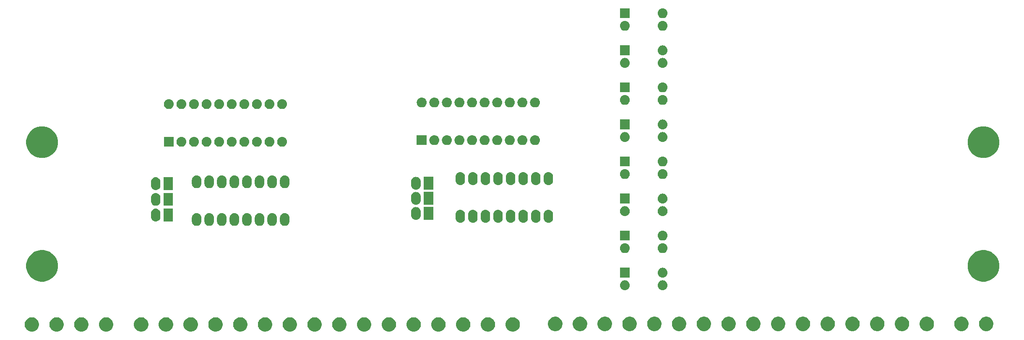
<source format=gbr>
G04 #@! TF.GenerationSoftware,KiCad,Pcbnew,(5.0.1)-3*
G04 #@! TF.CreationDate,2019-04-12T13:23:05-05:00*
G04 #@! TF.ProjectId,Vending_driveV2,56656E64696E675F647269766556322E,V1.0*
G04 #@! TF.SameCoordinates,Original*
G04 #@! TF.FileFunction,Soldermask,Bot*
G04 #@! TF.FilePolarity,Negative*
%FSLAX46Y46*%
G04 Gerber Fmt 4.6, Leading zero omitted, Abs format (unit mm)*
G04 Created by KiCad (PCBNEW (5.0.1)-3) date 12/04/2019 13:23:05*
%MOMM*%
%LPD*%
G01*
G04 APERTURE LIST*
%ADD10C,0.100000*%
G04 APERTURE END LIST*
D10*
G36*
X133426947Y-124462722D02*
X133690833Y-124572027D01*
X133928324Y-124730713D01*
X134130287Y-124932676D01*
X134288973Y-125170167D01*
X134398278Y-125434053D01*
X134454000Y-125714186D01*
X134454000Y-125999814D01*
X134398278Y-126279947D01*
X134288973Y-126543833D01*
X134130287Y-126781324D01*
X133928324Y-126983287D01*
X133690833Y-127141973D01*
X133426947Y-127251278D01*
X133146814Y-127307000D01*
X132861186Y-127307000D01*
X132581053Y-127251278D01*
X132317167Y-127141973D01*
X132079676Y-126983287D01*
X131877713Y-126781324D01*
X131719027Y-126543833D01*
X131609722Y-126279947D01*
X131554000Y-125999814D01*
X131554000Y-125714186D01*
X131609722Y-125434053D01*
X131719027Y-125170167D01*
X131877713Y-124932676D01*
X132079676Y-124730713D01*
X132317167Y-124572027D01*
X132581053Y-124462722D01*
X132861186Y-124407000D01*
X133146814Y-124407000D01*
X133426947Y-124462722D01*
X133426947Y-124462722D01*
G37*
G36*
X98426947Y-124462722D02*
X98690833Y-124572027D01*
X98928324Y-124730713D01*
X99130287Y-124932676D01*
X99288973Y-125170167D01*
X99398278Y-125434053D01*
X99454000Y-125714186D01*
X99454000Y-125999814D01*
X99398278Y-126279947D01*
X99288973Y-126543833D01*
X99130287Y-126781324D01*
X98928324Y-126983287D01*
X98690833Y-127141973D01*
X98426947Y-127251278D01*
X98146814Y-127307000D01*
X97861186Y-127307000D01*
X97581053Y-127251278D01*
X97317167Y-127141973D01*
X97079676Y-126983287D01*
X96877713Y-126781324D01*
X96719027Y-126543833D01*
X96609722Y-126279947D01*
X96554000Y-125999814D01*
X96554000Y-125714186D01*
X96609722Y-125434053D01*
X96719027Y-125170167D01*
X96877713Y-124932676D01*
X97079676Y-124730713D01*
X97317167Y-124572027D01*
X97581053Y-124462722D01*
X97861186Y-124407000D01*
X98146814Y-124407000D01*
X98426947Y-124462722D01*
X98426947Y-124462722D01*
G37*
G36*
X36356947Y-124462722D02*
X36620833Y-124572027D01*
X36858324Y-124730713D01*
X37060287Y-124932676D01*
X37218973Y-125170167D01*
X37328278Y-125434053D01*
X37384000Y-125714186D01*
X37384000Y-125999814D01*
X37328278Y-126279947D01*
X37218973Y-126543833D01*
X37060287Y-126781324D01*
X36858324Y-126983287D01*
X36620833Y-127141973D01*
X36356947Y-127251278D01*
X36076814Y-127307000D01*
X35791186Y-127307000D01*
X35511053Y-127251278D01*
X35247167Y-127141973D01*
X35009676Y-126983287D01*
X34807713Y-126781324D01*
X34649027Y-126543833D01*
X34539722Y-126279947D01*
X34484000Y-125999814D01*
X34484000Y-125714186D01*
X34539722Y-125434053D01*
X34649027Y-125170167D01*
X34807713Y-124932676D01*
X35009676Y-124730713D01*
X35247167Y-124572027D01*
X35511053Y-124462722D01*
X35791186Y-124407000D01*
X36076814Y-124407000D01*
X36356947Y-124462722D01*
X36356947Y-124462722D01*
G37*
G36*
X41356947Y-124462722D02*
X41620833Y-124572027D01*
X41858324Y-124730713D01*
X42060287Y-124932676D01*
X42218973Y-125170167D01*
X42328278Y-125434053D01*
X42384000Y-125714186D01*
X42384000Y-125999814D01*
X42328278Y-126279947D01*
X42218973Y-126543833D01*
X42060287Y-126781324D01*
X41858324Y-126983287D01*
X41620833Y-127141973D01*
X41356947Y-127251278D01*
X41076814Y-127307000D01*
X40791186Y-127307000D01*
X40511053Y-127251278D01*
X40247167Y-127141973D01*
X40009676Y-126983287D01*
X39807713Y-126781324D01*
X39649027Y-126543833D01*
X39539722Y-126279947D01*
X39484000Y-125999814D01*
X39484000Y-125714186D01*
X39539722Y-125434053D01*
X39649027Y-125170167D01*
X39807713Y-124932676D01*
X40009676Y-124730713D01*
X40247167Y-124572027D01*
X40511053Y-124462722D01*
X40791186Y-124407000D01*
X41076814Y-124407000D01*
X41356947Y-124462722D01*
X41356947Y-124462722D01*
G37*
G36*
X128426947Y-124462722D02*
X128690833Y-124572027D01*
X128928324Y-124730713D01*
X129130287Y-124932676D01*
X129288973Y-125170167D01*
X129398278Y-125434053D01*
X129454000Y-125714186D01*
X129454000Y-125999814D01*
X129398278Y-126279947D01*
X129288973Y-126543833D01*
X129130287Y-126781324D01*
X128928324Y-126983287D01*
X128690833Y-127141973D01*
X128426947Y-127251278D01*
X128146814Y-127307000D01*
X127861186Y-127307000D01*
X127581053Y-127251278D01*
X127317167Y-127141973D01*
X127079676Y-126983287D01*
X126877713Y-126781324D01*
X126719027Y-126543833D01*
X126609722Y-126279947D01*
X126554000Y-125999814D01*
X126554000Y-125714186D01*
X126609722Y-125434053D01*
X126719027Y-125170167D01*
X126877713Y-124932676D01*
X127079676Y-124730713D01*
X127317167Y-124572027D01*
X127581053Y-124462722D01*
X127861186Y-124407000D01*
X128146814Y-124407000D01*
X128426947Y-124462722D01*
X128426947Y-124462722D01*
G37*
G36*
X123426947Y-124462722D02*
X123690833Y-124572027D01*
X123928324Y-124730713D01*
X124130287Y-124932676D01*
X124288973Y-125170167D01*
X124398278Y-125434053D01*
X124454000Y-125714186D01*
X124454000Y-125999814D01*
X124398278Y-126279947D01*
X124288973Y-126543833D01*
X124130287Y-126781324D01*
X123928324Y-126983287D01*
X123690833Y-127141973D01*
X123426947Y-127251278D01*
X123146814Y-127307000D01*
X122861186Y-127307000D01*
X122581053Y-127251278D01*
X122317167Y-127141973D01*
X122079676Y-126983287D01*
X121877713Y-126781324D01*
X121719027Y-126543833D01*
X121609722Y-126279947D01*
X121554000Y-125999814D01*
X121554000Y-125714186D01*
X121609722Y-125434053D01*
X121719027Y-125170167D01*
X121877713Y-124932676D01*
X122079676Y-124730713D01*
X122317167Y-124572027D01*
X122581053Y-124462722D01*
X122861186Y-124407000D01*
X123146814Y-124407000D01*
X123426947Y-124462722D01*
X123426947Y-124462722D01*
G37*
G36*
X118426947Y-124462722D02*
X118690833Y-124572027D01*
X118928324Y-124730713D01*
X119130287Y-124932676D01*
X119288973Y-125170167D01*
X119398278Y-125434053D01*
X119454000Y-125714186D01*
X119454000Y-125999814D01*
X119398278Y-126279947D01*
X119288973Y-126543833D01*
X119130287Y-126781324D01*
X118928324Y-126983287D01*
X118690833Y-127141973D01*
X118426947Y-127251278D01*
X118146814Y-127307000D01*
X117861186Y-127307000D01*
X117581053Y-127251278D01*
X117317167Y-127141973D01*
X117079676Y-126983287D01*
X116877713Y-126781324D01*
X116719027Y-126543833D01*
X116609722Y-126279947D01*
X116554000Y-125999814D01*
X116554000Y-125714186D01*
X116609722Y-125434053D01*
X116719027Y-125170167D01*
X116877713Y-124932676D01*
X117079676Y-124730713D01*
X117317167Y-124572027D01*
X117581053Y-124462722D01*
X117861186Y-124407000D01*
X118146814Y-124407000D01*
X118426947Y-124462722D01*
X118426947Y-124462722D01*
G37*
G36*
X113426947Y-124462722D02*
X113690833Y-124572027D01*
X113928324Y-124730713D01*
X114130287Y-124932676D01*
X114288973Y-125170167D01*
X114398278Y-125434053D01*
X114454000Y-125714186D01*
X114454000Y-125999814D01*
X114398278Y-126279947D01*
X114288973Y-126543833D01*
X114130287Y-126781324D01*
X113928324Y-126983287D01*
X113690833Y-127141973D01*
X113426947Y-127251278D01*
X113146814Y-127307000D01*
X112861186Y-127307000D01*
X112581053Y-127251278D01*
X112317167Y-127141973D01*
X112079676Y-126983287D01*
X111877713Y-126781324D01*
X111719027Y-126543833D01*
X111609722Y-126279947D01*
X111554000Y-125999814D01*
X111554000Y-125714186D01*
X111609722Y-125434053D01*
X111719027Y-125170167D01*
X111877713Y-124932676D01*
X112079676Y-124730713D01*
X112317167Y-124572027D01*
X112581053Y-124462722D01*
X112861186Y-124407000D01*
X113146814Y-124407000D01*
X113426947Y-124462722D01*
X113426947Y-124462722D01*
G37*
G36*
X108426947Y-124462722D02*
X108690833Y-124572027D01*
X108928324Y-124730713D01*
X109130287Y-124932676D01*
X109288973Y-125170167D01*
X109398278Y-125434053D01*
X109454000Y-125714186D01*
X109454000Y-125999814D01*
X109398278Y-126279947D01*
X109288973Y-126543833D01*
X109130287Y-126781324D01*
X108928324Y-126983287D01*
X108690833Y-127141973D01*
X108426947Y-127251278D01*
X108146814Y-127307000D01*
X107861186Y-127307000D01*
X107581053Y-127251278D01*
X107317167Y-127141973D01*
X107079676Y-126983287D01*
X106877713Y-126781324D01*
X106719027Y-126543833D01*
X106609722Y-126279947D01*
X106554000Y-125999814D01*
X106554000Y-125714186D01*
X106609722Y-125434053D01*
X106719027Y-125170167D01*
X106877713Y-124932676D01*
X107079676Y-124730713D01*
X107317167Y-124572027D01*
X107581053Y-124462722D01*
X107861186Y-124407000D01*
X108146814Y-124407000D01*
X108426947Y-124462722D01*
X108426947Y-124462722D01*
G37*
G36*
X103426947Y-124462722D02*
X103690833Y-124572027D01*
X103928324Y-124730713D01*
X104130287Y-124932676D01*
X104288973Y-125170167D01*
X104398278Y-125434053D01*
X104454000Y-125714186D01*
X104454000Y-125999814D01*
X104398278Y-126279947D01*
X104288973Y-126543833D01*
X104130287Y-126781324D01*
X103928324Y-126983287D01*
X103690833Y-127141973D01*
X103426947Y-127251278D01*
X103146814Y-127307000D01*
X102861186Y-127307000D01*
X102581053Y-127251278D01*
X102317167Y-127141973D01*
X102079676Y-126983287D01*
X101877713Y-126781324D01*
X101719027Y-126543833D01*
X101609722Y-126279947D01*
X101554000Y-125999814D01*
X101554000Y-125714186D01*
X101609722Y-125434053D01*
X101719027Y-125170167D01*
X101877713Y-124932676D01*
X102079676Y-124730713D01*
X102317167Y-124572027D01*
X102581053Y-124462722D01*
X102861186Y-124407000D01*
X103146814Y-124407000D01*
X103426947Y-124462722D01*
X103426947Y-124462722D01*
G37*
G36*
X51356947Y-124462722D02*
X51620833Y-124572027D01*
X51858324Y-124730713D01*
X52060287Y-124932676D01*
X52218973Y-125170167D01*
X52328278Y-125434053D01*
X52384000Y-125714186D01*
X52384000Y-125999814D01*
X52328278Y-126279947D01*
X52218973Y-126543833D01*
X52060287Y-126781324D01*
X51858324Y-126983287D01*
X51620833Y-127141973D01*
X51356947Y-127251278D01*
X51076814Y-127307000D01*
X50791186Y-127307000D01*
X50511053Y-127251278D01*
X50247167Y-127141973D01*
X50009676Y-126983287D01*
X49807713Y-126781324D01*
X49649027Y-126543833D01*
X49539722Y-126279947D01*
X49484000Y-125999814D01*
X49484000Y-125714186D01*
X49539722Y-125434053D01*
X49649027Y-125170167D01*
X49807713Y-124932676D01*
X50009676Y-124730713D01*
X50247167Y-124572027D01*
X50511053Y-124462722D01*
X50791186Y-124407000D01*
X51076814Y-124407000D01*
X51356947Y-124462722D01*
X51356947Y-124462722D01*
G37*
G36*
X88426947Y-124462722D02*
X88690833Y-124572027D01*
X88928324Y-124730713D01*
X89130287Y-124932676D01*
X89288973Y-125170167D01*
X89398278Y-125434053D01*
X89454000Y-125714186D01*
X89454000Y-125999814D01*
X89398278Y-126279947D01*
X89288973Y-126543833D01*
X89130287Y-126781324D01*
X88928324Y-126983287D01*
X88690833Y-127141973D01*
X88426947Y-127251278D01*
X88146814Y-127307000D01*
X87861186Y-127307000D01*
X87581053Y-127251278D01*
X87317167Y-127141973D01*
X87079676Y-126983287D01*
X86877713Y-126781324D01*
X86719027Y-126543833D01*
X86609722Y-126279947D01*
X86554000Y-125999814D01*
X86554000Y-125714186D01*
X86609722Y-125434053D01*
X86719027Y-125170167D01*
X86877713Y-124932676D01*
X87079676Y-124730713D01*
X87317167Y-124572027D01*
X87581053Y-124462722D01*
X87861186Y-124407000D01*
X88146814Y-124407000D01*
X88426947Y-124462722D01*
X88426947Y-124462722D01*
G37*
G36*
X93426947Y-124462722D02*
X93690833Y-124572027D01*
X93928324Y-124730713D01*
X94130287Y-124932676D01*
X94288973Y-125170167D01*
X94398278Y-125434053D01*
X94454000Y-125714186D01*
X94454000Y-125999814D01*
X94398278Y-126279947D01*
X94288973Y-126543833D01*
X94130287Y-126781324D01*
X93928324Y-126983287D01*
X93690833Y-127141973D01*
X93426947Y-127251278D01*
X93146814Y-127307000D01*
X92861186Y-127307000D01*
X92581053Y-127251278D01*
X92317167Y-127141973D01*
X92079676Y-126983287D01*
X91877713Y-126781324D01*
X91719027Y-126543833D01*
X91609722Y-126279947D01*
X91554000Y-125999814D01*
X91554000Y-125714186D01*
X91609722Y-125434053D01*
X91719027Y-125170167D01*
X91877713Y-124932676D01*
X92079676Y-124730713D01*
X92317167Y-124572027D01*
X92581053Y-124462722D01*
X92861186Y-124407000D01*
X93146814Y-124407000D01*
X93426947Y-124462722D01*
X93426947Y-124462722D01*
G37*
G36*
X46356947Y-124462722D02*
X46620833Y-124572027D01*
X46858324Y-124730713D01*
X47060287Y-124932676D01*
X47218973Y-125170167D01*
X47328278Y-125434053D01*
X47384000Y-125714186D01*
X47384000Y-125999814D01*
X47328278Y-126279947D01*
X47218973Y-126543833D01*
X47060287Y-126781324D01*
X46858324Y-126983287D01*
X46620833Y-127141973D01*
X46356947Y-127251278D01*
X46076814Y-127307000D01*
X45791186Y-127307000D01*
X45511053Y-127251278D01*
X45247167Y-127141973D01*
X45009676Y-126983287D01*
X44807713Y-126781324D01*
X44649027Y-126543833D01*
X44539722Y-126279947D01*
X44484000Y-125999814D01*
X44484000Y-125714186D01*
X44539722Y-125434053D01*
X44649027Y-125170167D01*
X44807713Y-124932676D01*
X45009676Y-124730713D01*
X45247167Y-124572027D01*
X45511053Y-124462722D01*
X45791186Y-124407000D01*
X46076814Y-124407000D01*
X46356947Y-124462722D01*
X46356947Y-124462722D01*
G37*
G36*
X63426947Y-124462722D02*
X63690833Y-124572027D01*
X63928324Y-124730713D01*
X64130287Y-124932676D01*
X64288973Y-125170167D01*
X64398278Y-125434053D01*
X64454000Y-125714186D01*
X64454000Y-125999814D01*
X64398278Y-126279947D01*
X64288973Y-126543833D01*
X64130287Y-126781324D01*
X63928324Y-126983287D01*
X63690833Y-127141973D01*
X63426947Y-127251278D01*
X63146814Y-127307000D01*
X62861186Y-127307000D01*
X62581053Y-127251278D01*
X62317167Y-127141973D01*
X62079676Y-126983287D01*
X61877713Y-126781324D01*
X61719027Y-126543833D01*
X61609722Y-126279947D01*
X61554000Y-125999814D01*
X61554000Y-125714186D01*
X61609722Y-125434053D01*
X61719027Y-125170167D01*
X61877713Y-124932676D01*
X62079676Y-124730713D01*
X62317167Y-124572027D01*
X62581053Y-124462722D01*
X62861186Y-124407000D01*
X63146814Y-124407000D01*
X63426947Y-124462722D01*
X63426947Y-124462722D01*
G37*
G36*
X58426947Y-124462722D02*
X58690833Y-124572027D01*
X58928324Y-124730713D01*
X59130287Y-124932676D01*
X59288973Y-125170167D01*
X59398278Y-125434053D01*
X59454000Y-125714186D01*
X59454000Y-125999814D01*
X59398278Y-126279947D01*
X59288973Y-126543833D01*
X59130287Y-126781324D01*
X58928324Y-126983287D01*
X58690833Y-127141973D01*
X58426947Y-127251278D01*
X58146814Y-127307000D01*
X57861186Y-127307000D01*
X57581053Y-127251278D01*
X57317167Y-127141973D01*
X57079676Y-126983287D01*
X56877713Y-126781324D01*
X56719027Y-126543833D01*
X56609722Y-126279947D01*
X56554000Y-125999814D01*
X56554000Y-125714186D01*
X56609722Y-125434053D01*
X56719027Y-125170167D01*
X56877713Y-124932676D01*
X57079676Y-124730713D01*
X57317167Y-124572027D01*
X57581053Y-124462722D01*
X57861186Y-124407000D01*
X58146814Y-124407000D01*
X58426947Y-124462722D01*
X58426947Y-124462722D01*
G37*
G36*
X73426947Y-124462722D02*
X73690833Y-124572027D01*
X73928324Y-124730713D01*
X74130287Y-124932676D01*
X74288973Y-125170167D01*
X74398278Y-125434053D01*
X74454000Y-125714186D01*
X74454000Y-125999814D01*
X74398278Y-126279947D01*
X74288973Y-126543833D01*
X74130287Y-126781324D01*
X73928324Y-126983287D01*
X73690833Y-127141973D01*
X73426947Y-127251278D01*
X73146814Y-127307000D01*
X72861186Y-127307000D01*
X72581053Y-127251278D01*
X72317167Y-127141973D01*
X72079676Y-126983287D01*
X71877713Y-126781324D01*
X71719027Y-126543833D01*
X71609722Y-126279947D01*
X71554000Y-125999814D01*
X71554000Y-125714186D01*
X71609722Y-125434053D01*
X71719027Y-125170167D01*
X71877713Y-124932676D01*
X72079676Y-124730713D01*
X72317167Y-124572027D01*
X72581053Y-124462722D01*
X72861186Y-124407000D01*
X73146814Y-124407000D01*
X73426947Y-124462722D01*
X73426947Y-124462722D01*
G37*
G36*
X78426947Y-124462722D02*
X78690833Y-124572027D01*
X78928324Y-124730713D01*
X79130287Y-124932676D01*
X79288973Y-125170167D01*
X79398278Y-125434053D01*
X79454000Y-125714186D01*
X79454000Y-125999814D01*
X79398278Y-126279947D01*
X79288973Y-126543833D01*
X79130287Y-126781324D01*
X78928324Y-126983287D01*
X78690833Y-127141973D01*
X78426947Y-127251278D01*
X78146814Y-127307000D01*
X77861186Y-127307000D01*
X77581053Y-127251278D01*
X77317167Y-127141973D01*
X77079676Y-126983287D01*
X76877713Y-126781324D01*
X76719027Y-126543833D01*
X76609722Y-126279947D01*
X76554000Y-125999814D01*
X76554000Y-125714186D01*
X76609722Y-125434053D01*
X76719027Y-125170167D01*
X76877713Y-124932676D01*
X77079676Y-124730713D01*
X77317167Y-124572027D01*
X77581053Y-124462722D01*
X77861186Y-124407000D01*
X78146814Y-124407000D01*
X78426947Y-124462722D01*
X78426947Y-124462722D01*
G37*
G36*
X83426947Y-124462722D02*
X83690833Y-124572027D01*
X83928324Y-124730713D01*
X84130287Y-124932676D01*
X84288973Y-125170167D01*
X84398278Y-125434053D01*
X84454000Y-125714186D01*
X84454000Y-125999814D01*
X84398278Y-126279947D01*
X84288973Y-126543833D01*
X84130287Y-126781324D01*
X83928324Y-126983287D01*
X83690833Y-127141973D01*
X83426947Y-127251278D01*
X83146814Y-127307000D01*
X82861186Y-127307000D01*
X82581053Y-127251278D01*
X82317167Y-127141973D01*
X82079676Y-126983287D01*
X81877713Y-126781324D01*
X81719027Y-126543833D01*
X81609722Y-126279947D01*
X81554000Y-125999814D01*
X81554000Y-125714186D01*
X81609722Y-125434053D01*
X81719027Y-125170167D01*
X81877713Y-124932676D01*
X82079676Y-124730713D01*
X82317167Y-124572027D01*
X82581053Y-124462722D01*
X82861186Y-124407000D01*
X83146814Y-124407000D01*
X83426947Y-124462722D01*
X83426947Y-124462722D01*
G37*
G36*
X68426947Y-124462722D02*
X68690833Y-124572027D01*
X68928324Y-124730713D01*
X69130287Y-124932676D01*
X69288973Y-125170167D01*
X69398278Y-125434053D01*
X69454000Y-125714186D01*
X69454000Y-125999814D01*
X69398278Y-126279947D01*
X69288973Y-126543833D01*
X69130287Y-126781324D01*
X68928324Y-126983287D01*
X68690833Y-127141973D01*
X68426947Y-127251278D01*
X68146814Y-127307000D01*
X67861186Y-127307000D01*
X67581053Y-127251278D01*
X67317167Y-127141973D01*
X67079676Y-126983287D01*
X66877713Y-126781324D01*
X66719027Y-126543833D01*
X66609722Y-126279947D01*
X66554000Y-125999814D01*
X66554000Y-125714186D01*
X66609722Y-125434053D01*
X66719027Y-125170167D01*
X66877713Y-124932676D01*
X67079676Y-124730713D01*
X67317167Y-124572027D01*
X67581053Y-124462722D01*
X67861186Y-124407000D01*
X68146814Y-124407000D01*
X68426947Y-124462722D01*
X68426947Y-124462722D01*
G37*
G36*
X141992947Y-124335722D02*
X142256833Y-124445027D01*
X142494324Y-124603713D01*
X142696287Y-124805676D01*
X142854973Y-125043167D01*
X142964278Y-125307053D01*
X143020000Y-125587186D01*
X143020000Y-125872814D01*
X142964278Y-126152947D01*
X142854973Y-126416833D01*
X142696287Y-126654324D01*
X142494324Y-126856287D01*
X142256833Y-127014973D01*
X141992947Y-127124278D01*
X141712814Y-127180000D01*
X141427186Y-127180000D01*
X141147053Y-127124278D01*
X140883167Y-127014973D01*
X140645676Y-126856287D01*
X140443713Y-126654324D01*
X140285027Y-126416833D01*
X140175722Y-126152947D01*
X140120000Y-125872814D01*
X140120000Y-125587186D01*
X140175722Y-125307053D01*
X140285027Y-125043167D01*
X140443713Y-124805676D01*
X140645676Y-124603713D01*
X140883167Y-124445027D01*
X141147053Y-124335722D01*
X141427186Y-124280000D01*
X141712814Y-124280000D01*
X141992947Y-124335722D01*
X141992947Y-124335722D01*
G37*
G36*
X146992947Y-124335722D02*
X147256833Y-124445027D01*
X147494324Y-124603713D01*
X147696287Y-124805676D01*
X147854973Y-125043167D01*
X147964278Y-125307053D01*
X148020000Y-125587186D01*
X148020000Y-125872814D01*
X147964278Y-126152947D01*
X147854973Y-126416833D01*
X147696287Y-126654324D01*
X147494324Y-126856287D01*
X147256833Y-127014973D01*
X146992947Y-127124278D01*
X146712814Y-127180000D01*
X146427186Y-127180000D01*
X146147053Y-127124278D01*
X145883167Y-127014973D01*
X145645676Y-126856287D01*
X145443713Y-126654324D01*
X145285027Y-126416833D01*
X145175722Y-126152947D01*
X145120000Y-125872814D01*
X145120000Y-125587186D01*
X145175722Y-125307053D01*
X145285027Y-125043167D01*
X145443713Y-124805676D01*
X145645676Y-124603713D01*
X145883167Y-124445027D01*
X146147053Y-124335722D01*
X146427186Y-124280000D01*
X146712814Y-124280000D01*
X146992947Y-124335722D01*
X146992947Y-124335722D01*
G37*
G36*
X223982947Y-124335722D02*
X224246833Y-124445027D01*
X224484324Y-124603713D01*
X224686287Y-124805676D01*
X224844973Y-125043167D01*
X224954278Y-125307053D01*
X225010000Y-125587186D01*
X225010000Y-125872814D01*
X224954278Y-126152947D01*
X224844973Y-126416833D01*
X224686287Y-126654324D01*
X224484324Y-126856287D01*
X224246833Y-127014973D01*
X223982947Y-127124278D01*
X223702814Y-127180000D01*
X223417186Y-127180000D01*
X223137053Y-127124278D01*
X222873167Y-127014973D01*
X222635676Y-126856287D01*
X222433713Y-126654324D01*
X222275027Y-126416833D01*
X222165722Y-126152947D01*
X222110000Y-125872814D01*
X222110000Y-125587186D01*
X222165722Y-125307053D01*
X222275027Y-125043167D01*
X222433713Y-124805676D01*
X222635676Y-124603713D01*
X222873167Y-124445027D01*
X223137053Y-124335722D01*
X223417186Y-124280000D01*
X223702814Y-124280000D01*
X223982947Y-124335722D01*
X223982947Y-124335722D01*
G37*
G36*
X228982947Y-124335722D02*
X229246833Y-124445027D01*
X229484324Y-124603713D01*
X229686287Y-124805676D01*
X229844973Y-125043167D01*
X229954278Y-125307053D01*
X230010000Y-125587186D01*
X230010000Y-125872814D01*
X229954278Y-126152947D01*
X229844973Y-126416833D01*
X229686287Y-126654324D01*
X229484324Y-126856287D01*
X229246833Y-127014973D01*
X228982947Y-127124278D01*
X228702814Y-127180000D01*
X228417186Y-127180000D01*
X228137053Y-127124278D01*
X227873167Y-127014973D01*
X227635676Y-126856287D01*
X227433713Y-126654324D01*
X227275027Y-126416833D01*
X227165722Y-126152947D01*
X227110000Y-125872814D01*
X227110000Y-125587186D01*
X227165722Y-125307053D01*
X227275027Y-125043167D01*
X227433713Y-124805676D01*
X227635676Y-124603713D01*
X227873167Y-124445027D01*
X228137053Y-124335722D01*
X228417186Y-124280000D01*
X228702814Y-124280000D01*
X228982947Y-124335722D01*
X228982947Y-124335722D01*
G37*
G36*
X216992947Y-124335722D02*
X217256833Y-124445027D01*
X217494324Y-124603713D01*
X217696287Y-124805676D01*
X217854973Y-125043167D01*
X217964278Y-125307053D01*
X218020000Y-125587186D01*
X218020000Y-125872814D01*
X217964278Y-126152947D01*
X217854973Y-126416833D01*
X217696287Y-126654324D01*
X217494324Y-126856287D01*
X217256833Y-127014973D01*
X216992947Y-127124278D01*
X216712814Y-127180000D01*
X216427186Y-127180000D01*
X216147053Y-127124278D01*
X215883167Y-127014973D01*
X215645676Y-126856287D01*
X215443713Y-126654324D01*
X215285027Y-126416833D01*
X215175722Y-126152947D01*
X215120000Y-125872814D01*
X215120000Y-125587186D01*
X215175722Y-125307053D01*
X215285027Y-125043167D01*
X215443713Y-124805676D01*
X215645676Y-124603713D01*
X215883167Y-124445027D01*
X216147053Y-124335722D01*
X216427186Y-124280000D01*
X216712814Y-124280000D01*
X216992947Y-124335722D01*
X216992947Y-124335722D01*
G37*
G36*
X211992947Y-124335722D02*
X212256833Y-124445027D01*
X212494324Y-124603713D01*
X212696287Y-124805676D01*
X212854973Y-125043167D01*
X212964278Y-125307053D01*
X213020000Y-125587186D01*
X213020000Y-125872814D01*
X212964278Y-126152947D01*
X212854973Y-126416833D01*
X212696287Y-126654324D01*
X212494324Y-126856287D01*
X212256833Y-127014973D01*
X211992947Y-127124278D01*
X211712814Y-127180000D01*
X211427186Y-127180000D01*
X211147053Y-127124278D01*
X210883167Y-127014973D01*
X210645676Y-126856287D01*
X210443713Y-126654324D01*
X210285027Y-126416833D01*
X210175722Y-126152947D01*
X210120000Y-125872814D01*
X210120000Y-125587186D01*
X210175722Y-125307053D01*
X210285027Y-125043167D01*
X210443713Y-124805676D01*
X210645676Y-124603713D01*
X210883167Y-124445027D01*
X211147053Y-124335722D01*
X211427186Y-124280000D01*
X211712814Y-124280000D01*
X211992947Y-124335722D01*
X211992947Y-124335722D01*
G37*
G36*
X206992947Y-124335722D02*
X207256833Y-124445027D01*
X207494324Y-124603713D01*
X207696287Y-124805676D01*
X207854973Y-125043167D01*
X207964278Y-125307053D01*
X208020000Y-125587186D01*
X208020000Y-125872814D01*
X207964278Y-126152947D01*
X207854973Y-126416833D01*
X207696287Y-126654324D01*
X207494324Y-126856287D01*
X207256833Y-127014973D01*
X206992947Y-127124278D01*
X206712814Y-127180000D01*
X206427186Y-127180000D01*
X206147053Y-127124278D01*
X205883167Y-127014973D01*
X205645676Y-126856287D01*
X205443713Y-126654324D01*
X205285027Y-126416833D01*
X205175722Y-126152947D01*
X205120000Y-125872814D01*
X205120000Y-125587186D01*
X205175722Y-125307053D01*
X205285027Y-125043167D01*
X205443713Y-124805676D01*
X205645676Y-124603713D01*
X205883167Y-124445027D01*
X206147053Y-124335722D01*
X206427186Y-124280000D01*
X206712814Y-124280000D01*
X206992947Y-124335722D01*
X206992947Y-124335722D01*
G37*
G36*
X201992947Y-124335722D02*
X202256833Y-124445027D01*
X202494324Y-124603713D01*
X202696287Y-124805676D01*
X202854973Y-125043167D01*
X202964278Y-125307053D01*
X203020000Y-125587186D01*
X203020000Y-125872814D01*
X202964278Y-126152947D01*
X202854973Y-126416833D01*
X202696287Y-126654324D01*
X202494324Y-126856287D01*
X202256833Y-127014973D01*
X201992947Y-127124278D01*
X201712814Y-127180000D01*
X201427186Y-127180000D01*
X201147053Y-127124278D01*
X200883167Y-127014973D01*
X200645676Y-126856287D01*
X200443713Y-126654324D01*
X200285027Y-126416833D01*
X200175722Y-126152947D01*
X200120000Y-125872814D01*
X200120000Y-125587186D01*
X200175722Y-125307053D01*
X200285027Y-125043167D01*
X200443713Y-124805676D01*
X200645676Y-124603713D01*
X200883167Y-124445027D01*
X201147053Y-124335722D01*
X201427186Y-124280000D01*
X201712814Y-124280000D01*
X201992947Y-124335722D01*
X201992947Y-124335722D01*
G37*
G36*
X191992947Y-124335722D02*
X192256833Y-124445027D01*
X192494324Y-124603713D01*
X192696287Y-124805676D01*
X192854973Y-125043167D01*
X192964278Y-125307053D01*
X193020000Y-125587186D01*
X193020000Y-125872814D01*
X192964278Y-126152947D01*
X192854973Y-126416833D01*
X192696287Y-126654324D01*
X192494324Y-126856287D01*
X192256833Y-127014973D01*
X191992947Y-127124278D01*
X191712814Y-127180000D01*
X191427186Y-127180000D01*
X191147053Y-127124278D01*
X190883167Y-127014973D01*
X190645676Y-126856287D01*
X190443713Y-126654324D01*
X190285027Y-126416833D01*
X190175722Y-126152947D01*
X190120000Y-125872814D01*
X190120000Y-125587186D01*
X190175722Y-125307053D01*
X190285027Y-125043167D01*
X190443713Y-124805676D01*
X190645676Y-124603713D01*
X190883167Y-124445027D01*
X191147053Y-124335722D01*
X191427186Y-124280000D01*
X191712814Y-124280000D01*
X191992947Y-124335722D01*
X191992947Y-124335722D01*
G37*
G36*
X186992947Y-124335722D02*
X187256833Y-124445027D01*
X187494324Y-124603713D01*
X187696287Y-124805676D01*
X187854973Y-125043167D01*
X187964278Y-125307053D01*
X188020000Y-125587186D01*
X188020000Y-125872814D01*
X187964278Y-126152947D01*
X187854973Y-126416833D01*
X187696287Y-126654324D01*
X187494324Y-126856287D01*
X187256833Y-127014973D01*
X186992947Y-127124278D01*
X186712814Y-127180000D01*
X186427186Y-127180000D01*
X186147053Y-127124278D01*
X185883167Y-127014973D01*
X185645676Y-126856287D01*
X185443713Y-126654324D01*
X185285027Y-126416833D01*
X185175722Y-126152947D01*
X185120000Y-125872814D01*
X185120000Y-125587186D01*
X185175722Y-125307053D01*
X185285027Y-125043167D01*
X185443713Y-124805676D01*
X185645676Y-124603713D01*
X185883167Y-124445027D01*
X186147053Y-124335722D01*
X186427186Y-124280000D01*
X186712814Y-124280000D01*
X186992947Y-124335722D01*
X186992947Y-124335722D01*
G37*
G36*
X181992947Y-124335722D02*
X182256833Y-124445027D01*
X182494324Y-124603713D01*
X182696287Y-124805676D01*
X182854973Y-125043167D01*
X182964278Y-125307053D01*
X183020000Y-125587186D01*
X183020000Y-125872814D01*
X182964278Y-126152947D01*
X182854973Y-126416833D01*
X182696287Y-126654324D01*
X182494324Y-126856287D01*
X182256833Y-127014973D01*
X181992947Y-127124278D01*
X181712814Y-127180000D01*
X181427186Y-127180000D01*
X181147053Y-127124278D01*
X180883167Y-127014973D01*
X180645676Y-126856287D01*
X180443713Y-126654324D01*
X180285027Y-126416833D01*
X180175722Y-126152947D01*
X180120000Y-125872814D01*
X180120000Y-125587186D01*
X180175722Y-125307053D01*
X180285027Y-125043167D01*
X180443713Y-124805676D01*
X180645676Y-124603713D01*
X180883167Y-124445027D01*
X181147053Y-124335722D01*
X181427186Y-124280000D01*
X181712814Y-124280000D01*
X181992947Y-124335722D01*
X181992947Y-124335722D01*
G37*
G36*
X176992947Y-124335722D02*
X177256833Y-124445027D01*
X177494324Y-124603713D01*
X177696287Y-124805676D01*
X177854973Y-125043167D01*
X177964278Y-125307053D01*
X178020000Y-125587186D01*
X178020000Y-125872814D01*
X177964278Y-126152947D01*
X177854973Y-126416833D01*
X177696287Y-126654324D01*
X177494324Y-126856287D01*
X177256833Y-127014973D01*
X176992947Y-127124278D01*
X176712814Y-127180000D01*
X176427186Y-127180000D01*
X176147053Y-127124278D01*
X175883167Y-127014973D01*
X175645676Y-126856287D01*
X175443713Y-126654324D01*
X175285027Y-126416833D01*
X175175722Y-126152947D01*
X175120000Y-125872814D01*
X175120000Y-125587186D01*
X175175722Y-125307053D01*
X175285027Y-125043167D01*
X175443713Y-124805676D01*
X175645676Y-124603713D01*
X175883167Y-124445027D01*
X176147053Y-124335722D01*
X176427186Y-124280000D01*
X176712814Y-124280000D01*
X176992947Y-124335722D01*
X176992947Y-124335722D01*
G37*
G36*
X171992947Y-124335722D02*
X172256833Y-124445027D01*
X172494324Y-124603713D01*
X172696287Y-124805676D01*
X172854973Y-125043167D01*
X172964278Y-125307053D01*
X173020000Y-125587186D01*
X173020000Y-125872814D01*
X172964278Y-126152947D01*
X172854973Y-126416833D01*
X172696287Y-126654324D01*
X172494324Y-126856287D01*
X172256833Y-127014973D01*
X171992947Y-127124278D01*
X171712814Y-127180000D01*
X171427186Y-127180000D01*
X171147053Y-127124278D01*
X170883167Y-127014973D01*
X170645676Y-126856287D01*
X170443713Y-126654324D01*
X170285027Y-126416833D01*
X170175722Y-126152947D01*
X170120000Y-125872814D01*
X170120000Y-125587186D01*
X170175722Y-125307053D01*
X170285027Y-125043167D01*
X170443713Y-124805676D01*
X170645676Y-124603713D01*
X170883167Y-124445027D01*
X171147053Y-124335722D01*
X171427186Y-124280000D01*
X171712814Y-124280000D01*
X171992947Y-124335722D01*
X171992947Y-124335722D01*
G37*
G36*
X166992947Y-124335722D02*
X167256833Y-124445027D01*
X167494324Y-124603713D01*
X167696287Y-124805676D01*
X167854973Y-125043167D01*
X167964278Y-125307053D01*
X168020000Y-125587186D01*
X168020000Y-125872814D01*
X167964278Y-126152947D01*
X167854973Y-126416833D01*
X167696287Y-126654324D01*
X167494324Y-126856287D01*
X167256833Y-127014973D01*
X166992947Y-127124278D01*
X166712814Y-127180000D01*
X166427186Y-127180000D01*
X166147053Y-127124278D01*
X165883167Y-127014973D01*
X165645676Y-126856287D01*
X165443713Y-126654324D01*
X165285027Y-126416833D01*
X165175722Y-126152947D01*
X165120000Y-125872814D01*
X165120000Y-125587186D01*
X165175722Y-125307053D01*
X165285027Y-125043167D01*
X165443713Y-124805676D01*
X165645676Y-124603713D01*
X165883167Y-124445027D01*
X166147053Y-124335722D01*
X166427186Y-124280000D01*
X166712814Y-124280000D01*
X166992947Y-124335722D01*
X166992947Y-124335722D01*
G37*
G36*
X161992947Y-124335722D02*
X162256833Y-124445027D01*
X162494324Y-124603713D01*
X162696287Y-124805676D01*
X162854973Y-125043167D01*
X162964278Y-125307053D01*
X163020000Y-125587186D01*
X163020000Y-125872814D01*
X162964278Y-126152947D01*
X162854973Y-126416833D01*
X162696287Y-126654324D01*
X162494324Y-126856287D01*
X162256833Y-127014973D01*
X161992947Y-127124278D01*
X161712814Y-127180000D01*
X161427186Y-127180000D01*
X161147053Y-127124278D01*
X160883167Y-127014973D01*
X160645676Y-126856287D01*
X160443713Y-126654324D01*
X160285027Y-126416833D01*
X160175722Y-126152947D01*
X160120000Y-125872814D01*
X160120000Y-125587186D01*
X160175722Y-125307053D01*
X160285027Y-125043167D01*
X160443713Y-124805676D01*
X160645676Y-124603713D01*
X160883167Y-124445027D01*
X161147053Y-124335722D01*
X161427186Y-124280000D01*
X161712814Y-124280000D01*
X161992947Y-124335722D01*
X161992947Y-124335722D01*
G37*
G36*
X156992947Y-124335722D02*
X157256833Y-124445027D01*
X157494324Y-124603713D01*
X157696287Y-124805676D01*
X157854973Y-125043167D01*
X157964278Y-125307053D01*
X158020000Y-125587186D01*
X158020000Y-125872814D01*
X157964278Y-126152947D01*
X157854973Y-126416833D01*
X157696287Y-126654324D01*
X157494324Y-126856287D01*
X157256833Y-127014973D01*
X156992947Y-127124278D01*
X156712814Y-127180000D01*
X156427186Y-127180000D01*
X156147053Y-127124278D01*
X155883167Y-127014973D01*
X155645676Y-126856287D01*
X155443713Y-126654324D01*
X155285027Y-126416833D01*
X155175722Y-126152947D01*
X155120000Y-125872814D01*
X155120000Y-125587186D01*
X155175722Y-125307053D01*
X155285027Y-125043167D01*
X155443713Y-124805676D01*
X155645676Y-124603713D01*
X155883167Y-124445027D01*
X156147053Y-124335722D01*
X156427186Y-124280000D01*
X156712814Y-124280000D01*
X156992947Y-124335722D01*
X156992947Y-124335722D01*
G37*
G36*
X151992947Y-124335722D02*
X152256833Y-124445027D01*
X152494324Y-124603713D01*
X152696287Y-124805676D01*
X152854973Y-125043167D01*
X152964278Y-125307053D01*
X153020000Y-125587186D01*
X153020000Y-125872814D01*
X152964278Y-126152947D01*
X152854973Y-126416833D01*
X152696287Y-126654324D01*
X152494324Y-126856287D01*
X152256833Y-127014973D01*
X151992947Y-127124278D01*
X151712814Y-127180000D01*
X151427186Y-127180000D01*
X151147053Y-127124278D01*
X150883167Y-127014973D01*
X150645676Y-126856287D01*
X150443713Y-126654324D01*
X150285027Y-126416833D01*
X150175722Y-126152947D01*
X150120000Y-125872814D01*
X150120000Y-125587186D01*
X150175722Y-125307053D01*
X150285027Y-125043167D01*
X150443713Y-124805676D01*
X150645676Y-124603713D01*
X150883167Y-124445027D01*
X151147053Y-124335722D01*
X151427186Y-124280000D01*
X151712814Y-124280000D01*
X151992947Y-124335722D01*
X151992947Y-124335722D01*
G37*
G36*
X196992947Y-124335722D02*
X197256833Y-124445027D01*
X197494324Y-124603713D01*
X197696287Y-124805676D01*
X197854973Y-125043167D01*
X197964278Y-125307053D01*
X198020000Y-125587186D01*
X198020000Y-125872814D01*
X197964278Y-126152947D01*
X197854973Y-126416833D01*
X197696287Y-126654324D01*
X197494324Y-126856287D01*
X197256833Y-127014973D01*
X196992947Y-127124278D01*
X196712814Y-127180000D01*
X196427186Y-127180000D01*
X196147053Y-127124278D01*
X195883167Y-127014973D01*
X195645676Y-126856287D01*
X195443713Y-126654324D01*
X195285027Y-126416833D01*
X195175722Y-126152947D01*
X195120000Y-125872814D01*
X195120000Y-125587186D01*
X195175722Y-125307053D01*
X195285027Y-125043167D01*
X195443713Y-124805676D01*
X195645676Y-124603713D01*
X195883167Y-124445027D01*
X196147053Y-124335722D01*
X196427186Y-124280000D01*
X196712814Y-124280000D01*
X196992947Y-124335722D01*
X196992947Y-124335722D01*
G37*
G36*
X155819030Y-116933469D02*
X155819033Y-116933470D01*
X155819034Y-116933470D01*
X156007535Y-116990651D01*
X156007537Y-116990652D01*
X156181260Y-117083509D01*
X156333528Y-117208472D01*
X156458491Y-117360740D01*
X156551348Y-117534463D01*
X156608531Y-117722970D01*
X156627838Y-117919000D01*
X156608531Y-118115030D01*
X156551348Y-118303537D01*
X156458491Y-118477260D01*
X156333528Y-118629528D01*
X156181260Y-118754491D01*
X156181258Y-118754492D01*
X156007535Y-118847349D01*
X155819034Y-118904530D01*
X155819033Y-118904530D01*
X155819030Y-118904531D01*
X155672124Y-118919000D01*
X155573876Y-118919000D01*
X155426970Y-118904531D01*
X155426967Y-118904530D01*
X155426966Y-118904530D01*
X155238465Y-118847349D01*
X155064742Y-118754492D01*
X155064740Y-118754491D01*
X154912472Y-118629528D01*
X154787509Y-118477260D01*
X154694652Y-118303537D01*
X154637469Y-118115030D01*
X154618162Y-117919000D01*
X154637469Y-117722970D01*
X154694652Y-117534463D01*
X154787509Y-117360740D01*
X154912472Y-117208472D01*
X155064740Y-117083509D01*
X155238463Y-116990652D01*
X155238465Y-116990651D01*
X155426966Y-116933470D01*
X155426967Y-116933470D01*
X155426970Y-116933469D01*
X155573876Y-116919000D01*
X155672124Y-116919000D01*
X155819030Y-116933469D01*
X155819030Y-116933469D01*
G37*
G36*
X163439030Y-116933469D02*
X163439033Y-116933470D01*
X163439034Y-116933470D01*
X163627535Y-116990651D01*
X163627537Y-116990652D01*
X163801260Y-117083509D01*
X163953528Y-117208472D01*
X164078491Y-117360740D01*
X164171348Y-117534463D01*
X164228531Y-117722970D01*
X164247838Y-117919000D01*
X164228531Y-118115030D01*
X164171348Y-118303537D01*
X164078491Y-118477260D01*
X163953528Y-118629528D01*
X163801260Y-118754491D01*
X163801258Y-118754492D01*
X163627535Y-118847349D01*
X163439034Y-118904530D01*
X163439033Y-118904530D01*
X163439030Y-118904531D01*
X163292124Y-118919000D01*
X163193876Y-118919000D01*
X163046970Y-118904531D01*
X163046967Y-118904530D01*
X163046966Y-118904530D01*
X162858465Y-118847349D01*
X162684742Y-118754492D01*
X162684740Y-118754491D01*
X162532472Y-118629528D01*
X162407509Y-118477260D01*
X162314652Y-118303537D01*
X162257469Y-118115030D01*
X162238162Y-117919000D01*
X162257469Y-117722970D01*
X162314652Y-117534463D01*
X162407509Y-117360740D01*
X162532472Y-117208472D01*
X162684740Y-117083509D01*
X162858463Y-116990652D01*
X162858465Y-116990651D01*
X163046966Y-116933470D01*
X163046967Y-116933470D01*
X163046970Y-116933469D01*
X163193876Y-116919000D01*
X163292124Y-116919000D01*
X163439030Y-116933469D01*
X163439030Y-116933469D01*
G37*
G36*
X38933405Y-110922974D02*
X39515767Y-111164196D01*
X40039884Y-111514400D01*
X40485600Y-111960116D01*
X40835804Y-112484233D01*
X41077026Y-113066595D01*
X41200000Y-113684826D01*
X41200000Y-114315174D01*
X41077026Y-114933405D01*
X40835804Y-115515767D01*
X40485600Y-116039884D01*
X40039884Y-116485600D01*
X39515767Y-116835804D01*
X38933405Y-117077026D01*
X38315174Y-117200000D01*
X37684826Y-117200000D01*
X37066595Y-117077026D01*
X36484233Y-116835804D01*
X35960116Y-116485600D01*
X35514400Y-116039884D01*
X35164196Y-115515767D01*
X34922974Y-114933405D01*
X34800000Y-114315174D01*
X34800000Y-113684826D01*
X34922974Y-113066595D01*
X35164196Y-112484233D01*
X35514400Y-111960116D01*
X35960116Y-111514400D01*
X36484233Y-111164196D01*
X37066595Y-110922974D01*
X37684826Y-110800000D01*
X38315174Y-110800000D01*
X38933405Y-110922974D01*
X38933405Y-110922974D01*
G37*
G36*
X228933405Y-110922974D02*
X229515767Y-111164196D01*
X230039884Y-111514400D01*
X230485600Y-111960116D01*
X230835804Y-112484233D01*
X231077026Y-113066595D01*
X231200000Y-113684826D01*
X231200000Y-114315174D01*
X231077026Y-114933405D01*
X230835804Y-115515767D01*
X230485600Y-116039884D01*
X230039884Y-116485600D01*
X229515767Y-116835804D01*
X228933405Y-117077026D01*
X228315174Y-117200000D01*
X227684826Y-117200000D01*
X227066595Y-117077026D01*
X226484233Y-116835804D01*
X225960116Y-116485600D01*
X225514400Y-116039884D01*
X225164196Y-115515767D01*
X224922974Y-114933405D01*
X224800000Y-114315174D01*
X224800000Y-113684826D01*
X224922974Y-113066595D01*
X225164196Y-112484233D01*
X225514400Y-111960116D01*
X225960116Y-111514400D01*
X226484233Y-111164196D01*
X227066595Y-110922974D01*
X227684826Y-110800000D01*
X228315174Y-110800000D01*
X228933405Y-110922974D01*
X228933405Y-110922974D01*
G37*
G36*
X156623000Y-116379000D02*
X154623000Y-116379000D01*
X154623000Y-114379000D01*
X156623000Y-114379000D01*
X156623000Y-116379000D01*
X156623000Y-116379000D01*
G37*
G36*
X163439030Y-114393469D02*
X163439033Y-114393470D01*
X163439034Y-114393470D01*
X163627535Y-114450651D01*
X163627537Y-114450652D01*
X163801260Y-114543509D01*
X163953528Y-114668472D01*
X164078491Y-114820740D01*
X164171348Y-114994463D01*
X164228531Y-115182970D01*
X164247838Y-115379000D01*
X164228531Y-115575030D01*
X164171348Y-115763537D01*
X164078491Y-115937260D01*
X163953528Y-116089528D01*
X163801260Y-116214491D01*
X163801258Y-116214492D01*
X163627535Y-116307349D01*
X163439034Y-116364530D01*
X163439033Y-116364530D01*
X163439030Y-116364531D01*
X163292124Y-116379000D01*
X163193876Y-116379000D01*
X163046970Y-116364531D01*
X163046967Y-116364530D01*
X163046966Y-116364530D01*
X162858465Y-116307349D01*
X162684742Y-116214492D01*
X162684740Y-116214491D01*
X162532472Y-116089528D01*
X162407509Y-115937260D01*
X162314652Y-115763537D01*
X162257469Y-115575030D01*
X162238162Y-115379000D01*
X162257469Y-115182970D01*
X162314652Y-114994463D01*
X162407509Y-114820740D01*
X162532472Y-114668472D01*
X162684740Y-114543509D01*
X162858463Y-114450652D01*
X162858465Y-114450651D01*
X163046966Y-114393470D01*
X163046967Y-114393470D01*
X163046970Y-114393469D01*
X163193876Y-114379000D01*
X163292124Y-114379000D01*
X163439030Y-114393469D01*
X163439030Y-114393469D01*
G37*
G36*
X155819030Y-109440469D02*
X155819033Y-109440470D01*
X155819034Y-109440470D01*
X156007535Y-109497651D01*
X156007537Y-109497652D01*
X156181260Y-109590509D01*
X156333528Y-109715472D01*
X156458491Y-109867740D01*
X156551348Y-110041463D01*
X156608531Y-110229970D01*
X156627838Y-110426000D01*
X156608531Y-110622030D01*
X156608530Y-110622033D01*
X156608530Y-110622034D01*
X156554545Y-110800000D01*
X156551348Y-110810537D01*
X156458491Y-110984260D01*
X156333528Y-111136528D01*
X156181260Y-111261491D01*
X156181258Y-111261492D01*
X156007535Y-111354349D01*
X155819034Y-111411530D01*
X155819033Y-111411530D01*
X155819030Y-111411531D01*
X155672124Y-111426000D01*
X155573876Y-111426000D01*
X155426970Y-111411531D01*
X155426967Y-111411530D01*
X155426966Y-111411530D01*
X155238465Y-111354349D01*
X155064742Y-111261492D01*
X155064740Y-111261491D01*
X154912472Y-111136528D01*
X154787509Y-110984260D01*
X154694652Y-110810537D01*
X154691456Y-110800000D01*
X154637470Y-110622034D01*
X154637470Y-110622033D01*
X154637469Y-110622030D01*
X154618162Y-110426000D01*
X154637469Y-110229970D01*
X154694652Y-110041463D01*
X154787509Y-109867740D01*
X154912472Y-109715472D01*
X155064740Y-109590509D01*
X155238463Y-109497652D01*
X155238465Y-109497651D01*
X155426966Y-109440470D01*
X155426967Y-109440470D01*
X155426970Y-109440469D01*
X155573876Y-109426000D01*
X155672124Y-109426000D01*
X155819030Y-109440469D01*
X155819030Y-109440469D01*
G37*
G36*
X163439030Y-109440469D02*
X163439033Y-109440470D01*
X163439034Y-109440470D01*
X163627535Y-109497651D01*
X163627537Y-109497652D01*
X163801260Y-109590509D01*
X163953528Y-109715472D01*
X164078491Y-109867740D01*
X164171348Y-110041463D01*
X164228531Y-110229970D01*
X164247838Y-110426000D01*
X164228531Y-110622030D01*
X164228530Y-110622033D01*
X164228530Y-110622034D01*
X164174545Y-110800000D01*
X164171348Y-110810537D01*
X164078491Y-110984260D01*
X163953528Y-111136528D01*
X163801260Y-111261491D01*
X163801258Y-111261492D01*
X163627535Y-111354349D01*
X163439034Y-111411530D01*
X163439033Y-111411530D01*
X163439030Y-111411531D01*
X163292124Y-111426000D01*
X163193876Y-111426000D01*
X163046970Y-111411531D01*
X163046967Y-111411530D01*
X163046966Y-111411530D01*
X162858465Y-111354349D01*
X162684742Y-111261492D01*
X162684740Y-111261491D01*
X162532472Y-111136528D01*
X162407509Y-110984260D01*
X162314652Y-110810537D01*
X162311456Y-110800000D01*
X162257470Y-110622034D01*
X162257470Y-110622033D01*
X162257469Y-110622030D01*
X162238162Y-110426000D01*
X162257469Y-110229970D01*
X162314652Y-110041463D01*
X162407509Y-109867740D01*
X162532472Y-109715472D01*
X162684740Y-109590509D01*
X162858463Y-109497652D01*
X162858465Y-109497651D01*
X163046966Y-109440470D01*
X163046967Y-109440470D01*
X163046970Y-109440469D01*
X163193876Y-109426000D01*
X163292124Y-109426000D01*
X163439030Y-109440469D01*
X163439030Y-109440469D01*
G37*
G36*
X163439030Y-106900469D02*
X163439033Y-106900470D01*
X163439034Y-106900470D01*
X163627535Y-106957651D01*
X163627537Y-106957652D01*
X163801260Y-107050509D01*
X163953528Y-107175472D01*
X164078491Y-107327740D01*
X164171348Y-107501463D01*
X164228531Y-107689970D01*
X164247838Y-107886000D01*
X164228531Y-108082030D01*
X164171348Y-108270537D01*
X164078491Y-108444260D01*
X163953528Y-108596528D01*
X163801260Y-108721491D01*
X163801258Y-108721492D01*
X163627535Y-108814349D01*
X163439034Y-108871530D01*
X163439033Y-108871530D01*
X163439030Y-108871531D01*
X163292124Y-108886000D01*
X163193876Y-108886000D01*
X163046970Y-108871531D01*
X163046967Y-108871530D01*
X163046966Y-108871530D01*
X162858465Y-108814349D01*
X162684742Y-108721492D01*
X162684740Y-108721491D01*
X162532472Y-108596528D01*
X162407509Y-108444260D01*
X162314652Y-108270537D01*
X162257469Y-108082030D01*
X162238162Y-107886000D01*
X162257469Y-107689970D01*
X162314652Y-107501463D01*
X162407509Y-107327740D01*
X162532472Y-107175472D01*
X162684740Y-107050509D01*
X162858463Y-106957652D01*
X162858465Y-106957651D01*
X163046966Y-106900470D01*
X163046967Y-106900470D01*
X163046970Y-106900469D01*
X163193876Y-106886000D01*
X163292124Y-106886000D01*
X163439030Y-106900469D01*
X163439030Y-106900469D01*
G37*
G36*
X156623000Y-108886000D02*
X154623000Y-108886000D01*
X154623000Y-106886000D01*
X156623000Y-106886000D01*
X156623000Y-108886000D01*
X156623000Y-108886000D01*
G37*
G36*
X79535843Y-103329934D02*
X79715026Y-103384289D01*
X79715028Y-103384290D01*
X79715031Y-103384291D01*
X79880164Y-103472555D01*
X80024907Y-103591343D01*
X80143695Y-103736086D01*
X80231959Y-103901218D01*
X80231959Y-103901219D01*
X80231961Y-103901223D01*
X80286316Y-104080406D01*
X80289534Y-104113077D01*
X80300070Y-104220053D01*
X80300070Y-105011946D01*
X80298048Y-105032474D01*
X80286316Y-105151594D01*
X80286315Y-105151596D01*
X80231960Y-105330781D01*
X80143695Y-105495914D01*
X80024907Y-105640657D01*
X79880164Y-105759445D01*
X79715032Y-105847709D01*
X79715029Y-105847710D01*
X79715027Y-105847711D01*
X79535844Y-105902066D01*
X79349500Y-105920419D01*
X79163157Y-105902066D01*
X78983974Y-105847711D01*
X78983972Y-105847710D01*
X78983969Y-105847709D01*
X78818837Y-105759445D01*
X78674094Y-105640657D01*
X78555306Y-105495914D01*
X78467039Y-105330777D01*
X78412684Y-105151596D01*
X78398930Y-105011947D01*
X78398930Y-104220054D01*
X78409007Y-104117740D01*
X78412684Y-104080407D01*
X78467039Y-103901224D01*
X78467040Y-103901222D01*
X78467041Y-103901219D01*
X78555305Y-103736086D01*
X78674093Y-103591343D01*
X78818836Y-103472555D01*
X78983968Y-103384291D01*
X78983971Y-103384290D01*
X78983973Y-103384289D01*
X79163156Y-103329934D01*
X79349500Y-103311581D01*
X79535843Y-103329934D01*
X79535843Y-103329934D01*
G37*
G36*
X87155843Y-103329934D02*
X87335026Y-103384289D01*
X87335028Y-103384290D01*
X87335031Y-103384291D01*
X87500164Y-103472555D01*
X87644907Y-103591343D01*
X87763695Y-103736086D01*
X87851959Y-103901218D01*
X87851959Y-103901219D01*
X87851961Y-103901223D01*
X87906316Y-104080406D01*
X87909534Y-104113077D01*
X87920070Y-104220053D01*
X87920070Y-105011946D01*
X87918048Y-105032474D01*
X87906316Y-105151594D01*
X87906315Y-105151596D01*
X87851960Y-105330781D01*
X87763695Y-105495914D01*
X87644907Y-105640657D01*
X87500164Y-105759445D01*
X87335032Y-105847709D01*
X87335029Y-105847710D01*
X87335027Y-105847711D01*
X87155844Y-105902066D01*
X86969500Y-105920419D01*
X86783157Y-105902066D01*
X86603974Y-105847711D01*
X86603972Y-105847710D01*
X86603969Y-105847709D01*
X86438837Y-105759445D01*
X86294094Y-105640657D01*
X86175306Y-105495914D01*
X86087039Y-105330777D01*
X86032684Y-105151596D01*
X86018930Y-105011947D01*
X86018930Y-104220054D01*
X86029007Y-104117740D01*
X86032684Y-104080407D01*
X86087039Y-103901224D01*
X86087040Y-103901222D01*
X86087041Y-103901219D01*
X86175305Y-103736086D01*
X86294093Y-103591343D01*
X86438836Y-103472555D01*
X86603968Y-103384291D01*
X86603971Y-103384290D01*
X86603973Y-103384289D01*
X86783156Y-103329934D01*
X86969500Y-103311581D01*
X87155843Y-103329934D01*
X87155843Y-103329934D01*
G37*
G36*
X84615843Y-103329934D02*
X84795026Y-103384289D01*
X84795028Y-103384290D01*
X84795031Y-103384291D01*
X84960164Y-103472555D01*
X85104907Y-103591343D01*
X85223695Y-103736086D01*
X85311959Y-103901218D01*
X85311959Y-103901219D01*
X85311961Y-103901223D01*
X85366316Y-104080406D01*
X85369534Y-104113077D01*
X85380070Y-104220053D01*
X85380070Y-105011946D01*
X85378048Y-105032474D01*
X85366316Y-105151594D01*
X85366315Y-105151596D01*
X85311960Y-105330781D01*
X85223695Y-105495914D01*
X85104907Y-105640657D01*
X84960164Y-105759445D01*
X84795032Y-105847709D01*
X84795029Y-105847710D01*
X84795027Y-105847711D01*
X84615844Y-105902066D01*
X84429500Y-105920419D01*
X84243157Y-105902066D01*
X84063974Y-105847711D01*
X84063972Y-105847710D01*
X84063969Y-105847709D01*
X83898837Y-105759445D01*
X83754094Y-105640657D01*
X83635306Y-105495914D01*
X83547039Y-105330777D01*
X83492684Y-105151596D01*
X83478930Y-105011947D01*
X83478930Y-104220054D01*
X83489007Y-104117740D01*
X83492684Y-104080407D01*
X83547039Y-103901224D01*
X83547040Y-103901222D01*
X83547041Y-103901219D01*
X83635305Y-103736086D01*
X83754093Y-103591343D01*
X83898836Y-103472555D01*
X84063968Y-103384291D01*
X84063971Y-103384290D01*
X84063973Y-103384289D01*
X84243156Y-103329934D01*
X84429500Y-103311581D01*
X84615843Y-103329934D01*
X84615843Y-103329934D01*
G37*
G36*
X82075843Y-103329934D02*
X82255026Y-103384289D01*
X82255028Y-103384290D01*
X82255031Y-103384291D01*
X82420164Y-103472555D01*
X82564907Y-103591343D01*
X82683695Y-103736086D01*
X82771959Y-103901218D01*
X82771959Y-103901219D01*
X82771961Y-103901223D01*
X82826316Y-104080406D01*
X82829534Y-104113077D01*
X82840070Y-104220053D01*
X82840070Y-105011946D01*
X82838048Y-105032474D01*
X82826316Y-105151594D01*
X82826315Y-105151596D01*
X82771960Y-105330781D01*
X82683695Y-105495914D01*
X82564907Y-105640657D01*
X82420164Y-105759445D01*
X82255032Y-105847709D01*
X82255029Y-105847710D01*
X82255027Y-105847711D01*
X82075844Y-105902066D01*
X81889500Y-105920419D01*
X81703157Y-105902066D01*
X81523974Y-105847711D01*
X81523972Y-105847710D01*
X81523969Y-105847709D01*
X81358837Y-105759445D01*
X81214094Y-105640657D01*
X81095306Y-105495914D01*
X81007039Y-105330777D01*
X80952684Y-105151596D01*
X80938930Y-105011947D01*
X80938930Y-104220054D01*
X80949007Y-104117740D01*
X80952684Y-104080407D01*
X81007039Y-103901224D01*
X81007040Y-103901222D01*
X81007041Y-103901219D01*
X81095305Y-103736086D01*
X81214093Y-103591343D01*
X81358836Y-103472555D01*
X81523968Y-103384291D01*
X81523971Y-103384290D01*
X81523973Y-103384289D01*
X81703156Y-103329934D01*
X81889500Y-103311581D01*
X82075843Y-103329934D01*
X82075843Y-103329934D01*
G37*
G36*
X76995843Y-103329934D02*
X77175026Y-103384289D01*
X77175028Y-103384290D01*
X77175031Y-103384291D01*
X77340164Y-103472555D01*
X77484907Y-103591343D01*
X77603695Y-103736086D01*
X77691959Y-103901218D01*
X77691959Y-103901219D01*
X77691961Y-103901223D01*
X77746316Y-104080406D01*
X77749534Y-104113077D01*
X77760070Y-104220053D01*
X77760070Y-105011946D01*
X77758048Y-105032474D01*
X77746316Y-105151594D01*
X77746315Y-105151596D01*
X77691960Y-105330781D01*
X77603695Y-105495914D01*
X77484907Y-105640657D01*
X77340164Y-105759445D01*
X77175032Y-105847709D01*
X77175029Y-105847710D01*
X77175027Y-105847711D01*
X76995844Y-105902066D01*
X76809500Y-105920419D01*
X76623157Y-105902066D01*
X76443974Y-105847711D01*
X76443972Y-105847710D01*
X76443969Y-105847709D01*
X76278837Y-105759445D01*
X76134094Y-105640657D01*
X76015306Y-105495914D01*
X75927039Y-105330777D01*
X75872684Y-105151596D01*
X75858930Y-105011947D01*
X75858930Y-104220054D01*
X75869007Y-104117740D01*
X75872684Y-104080407D01*
X75927039Y-103901224D01*
X75927040Y-103901222D01*
X75927041Y-103901219D01*
X76015305Y-103736086D01*
X76134093Y-103591343D01*
X76278836Y-103472555D01*
X76443968Y-103384291D01*
X76443971Y-103384290D01*
X76443973Y-103384289D01*
X76623156Y-103329934D01*
X76809500Y-103311581D01*
X76995843Y-103329934D01*
X76995843Y-103329934D01*
G37*
G36*
X74455843Y-103329934D02*
X74635026Y-103384289D01*
X74635028Y-103384290D01*
X74635031Y-103384291D01*
X74800164Y-103472555D01*
X74944907Y-103591343D01*
X75063695Y-103736086D01*
X75151959Y-103901218D01*
X75151959Y-103901219D01*
X75151961Y-103901223D01*
X75206316Y-104080406D01*
X75209534Y-104113077D01*
X75220070Y-104220053D01*
X75220070Y-105011946D01*
X75218048Y-105032474D01*
X75206316Y-105151594D01*
X75206315Y-105151596D01*
X75151960Y-105330781D01*
X75063695Y-105495914D01*
X74944907Y-105640657D01*
X74800164Y-105759445D01*
X74635032Y-105847709D01*
X74635029Y-105847710D01*
X74635027Y-105847711D01*
X74455844Y-105902066D01*
X74269500Y-105920419D01*
X74083157Y-105902066D01*
X73903974Y-105847711D01*
X73903972Y-105847710D01*
X73903969Y-105847709D01*
X73738837Y-105759445D01*
X73594094Y-105640657D01*
X73475306Y-105495914D01*
X73387039Y-105330777D01*
X73332684Y-105151596D01*
X73318930Y-105011947D01*
X73318930Y-104220054D01*
X73329007Y-104117740D01*
X73332684Y-104080407D01*
X73387039Y-103901224D01*
X73387040Y-103901222D01*
X73387041Y-103901219D01*
X73475305Y-103736086D01*
X73594093Y-103591343D01*
X73738836Y-103472555D01*
X73903968Y-103384291D01*
X73903971Y-103384290D01*
X73903973Y-103384289D01*
X74083156Y-103329934D01*
X74269500Y-103311581D01*
X74455843Y-103329934D01*
X74455843Y-103329934D01*
G37*
G36*
X71915843Y-103329934D02*
X72095026Y-103384289D01*
X72095028Y-103384290D01*
X72095031Y-103384291D01*
X72260164Y-103472555D01*
X72404907Y-103591343D01*
X72523695Y-103736086D01*
X72611959Y-103901218D01*
X72611959Y-103901219D01*
X72611961Y-103901223D01*
X72666316Y-104080406D01*
X72669534Y-104113077D01*
X72680070Y-104220053D01*
X72680070Y-105011946D01*
X72678048Y-105032474D01*
X72666316Y-105151594D01*
X72666315Y-105151596D01*
X72611960Y-105330781D01*
X72523695Y-105495914D01*
X72404907Y-105640657D01*
X72260164Y-105759445D01*
X72095032Y-105847709D01*
X72095029Y-105847710D01*
X72095027Y-105847711D01*
X71915844Y-105902066D01*
X71729500Y-105920419D01*
X71543157Y-105902066D01*
X71363974Y-105847711D01*
X71363972Y-105847710D01*
X71363969Y-105847709D01*
X71198837Y-105759445D01*
X71054094Y-105640657D01*
X70935306Y-105495914D01*
X70847039Y-105330777D01*
X70792684Y-105151596D01*
X70778930Y-105011947D01*
X70778930Y-104220054D01*
X70789007Y-104117740D01*
X70792684Y-104080407D01*
X70847039Y-103901224D01*
X70847040Y-103901222D01*
X70847041Y-103901219D01*
X70935305Y-103736086D01*
X71054093Y-103591343D01*
X71198836Y-103472555D01*
X71363968Y-103384291D01*
X71363971Y-103384290D01*
X71363973Y-103384289D01*
X71543156Y-103329934D01*
X71729500Y-103311581D01*
X71915843Y-103329934D01*
X71915843Y-103329934D01*
G37*
G36*
X69375843Y-103329934D02*
X69555026Y-103384289D01*
X69555028Y-103384290D01*
X69555031Y-103384291D01*
X69720164Y-103472555D01*
X69864907Y-103591343D01*
X69983695Y-103736086D01*
X70071959Y-103901218D01*
X70071959Y-103901219D01*
X70071961Y-103901223D01*
X70126316Y-104080406D01*
X70129534Y-104113077D01*
X70140070Y-104220053D01*
X70140070Y-105011946D01*
X70138048Y-105032474D01*
X70126316Y-105151594D01*
X70126315Y-105151596D01*
X70071960Y-105330781D01*
X69983695Y-105495914D01*
X69864907Y-105640657D01*
X69720164Y-105759445D01*
X69555032Y-105847709D01*
X69555029Y-105847710D01*
X69555027Y-105847711D01*
X69375844Y-105902066D01*
X69189500Y-105920419D01*
X69003157Y-105902066D01*
X68823974Y-105847711D01*
X68823972Y-105847710D01*
X68823969Y-105847709D01*
X68658837Y-105759445D01*
X68514094Y-105640657D01*
X68395306Y-105495914D01*
X68307039Y-105330777D01*
X68252684Y-105151596D01*
X68238930Y-105011947D01*
X68238930Y-104220054D01*
X68249007Y-104117740D01*
X68252684Y-104080407D01*
X68307039Y-103901224D01*
X68307040Y-103901222D01*
X68307041Y-103901219D01*
X68395305Y-103736086D01*
X68514093Y-103591343D01*
X68658836Y-103472555D01*
X68823968Y-103384291D01*
X68823971Y-103384290D01*
X68823973Y-103384289D01*
X69003156Y-103329934D01*
X69189500Y-103311581D01*
X69375843Y-103329934D01*
X69375843Y-103329934D01*
G37*
G36*
X135296343Y-102695934D02*
X135475526Y-102750289D01*
X135475528Y-102750290D01*
X135475531Y-102750291D01*
X135640664Y-102838555D01*
X135785407Y-102957343D01*
X135904195Y-103102086D01*
X135992459Y-103267218D01*
X135992459Y-103267219D01*
X135992461Y-103267223D01*
X136046816Y-103446406D01*
X136060570Y-103586055D01*
X136060570Y-104377945D01*
X136046816Y-104517594D01*
X136009414Y-104640892D01*
X135992460Y-104696781D01*
X135904195Y-104861914D01*
X135785407Y-105006657D01*
X135640664Y-105125445D01*
X135475532Y-105213709D01*
X135475529Y-105213710D01*
X135475527Y-105213711D01*
X135296344Y-105268066D01*
X135110000Y-105286419D01*
X134923657Y-105268066D01*
X134744474Y-105213711D01*
X134744472Y-105213710D01*
X134744469Y-105213709D01*
X134579337Y-105125445D01*
X134434594Y-105006657D01*
X134315806Y-104861914D01*
X134227539Y-104696777D01*
X134173184Y-104517596D01*
X134159430Y-104377947D01*
X134159430Y-103586054D01*
X134164932Y-103530196D01*
X134173184Y-103446407D01*
X134227539Y-103267224D01*
X134227540Y-103267222D01*
X134227541Y-103267219D01*
X134315805Y-103102086D01*
X134434593Y-102957343D01*
X134579336Y-102838555D01*
X134744468Y-102750291D01*
X134744471Y-102750290D01*
X134744473Y-102750289D01*
X134923656Y-102695934D01*
X135110000Y-102677581D01*
X135296343Y-102695934D01*
X135296343Y-102695934D01*
G37*
G36*
X140376343Y-102695934D02*
X140555526Y-102750289D01*
X140555528Y-102750290D01*
X140555531Y-102750291D01*
X140720664Y-102838555D01*
X140865407Y-102957343D01*
X140984195Y-103102086D01*
X141072459Y-103267218D01*
X141072459Y-103267219D01*
X141072461Y-103267223D01*
X141126816Y-103446406D01*
X141140570Y-103586055D01*
X141140570Y-104377945D01*
X141126816Y-104517594D01*
X141089414Y-104640892D01*
X141072460Y-104696781D01*
X140984195Y-104861914D01*
X140865407Y-105006657D01*
X140720664Y-105125445D01*
X140555532Y-105213709D01*
X140555529Y-105213710D01*
X140555527Y-105213711D01*
X140376344Y-105268066D01*
X140190000Y-105286419D01*
X140003657Y-105268066D01*
X139824474Y-105213711D01*
X139824472Y-105213710D01*
X139824469Y-105213709D01*
X139659337Y-105125445D01*
X139514594Y-105006657D01*
X139395806Y-104861914D01*
X139307539Y-104696777D01*
X139253184Y-104517596D01*
X139239430Y-104377947D01*
X139239430Y-103586054D01*
X139244932Y-103530196D01*
X139253184Y-103446407D01*
X139307539Y-103267224D01*
X139307540Y-103267222D01*
X139307541Y-103267219D01*
X139395805Y-103102086D01*
X139514593Y-102957343D01*
X139659336Y-102838555D01*
X139824468Y-102750291D01*
X139824471Y-102750290D01*
X139824473Y-102750289D01*
X140003656Y-102695934D01*
X140190000Y-102677581D01*
X140376343Y-102695934D01*
X140376343Y-102695934D01*
G37*
G36*
X132756343Y-102695934D02*
X132935526Y-102750289D01*
X132935528Y-102750290D01*
X132935531Y-102750291D01*
X133100664Y-102838555D01*
X133245407Y-102957343D01*
X133364195Y-103102086D01*
X133452459Y-103267218D01*
X133452459Y-103267219D01*
X133452461Y-103267223D01*
X133506816Y-103446406D01*
X133520570Y-103586055D01*
X133520570Y-104377945D01*
X133506816Y-104517594D01*
X133469414Y-104640892D01*
X133452460Y-104696781D01*
X133364195Y-104861914D01*
X133245407Y-105006657D01*
X133100664Y-105125445D01*
X132935532Y-105213709D01*
X132935529Y-105213710D01*
X132935527Y-105213711D01*
X132756344Y-105268066D01*
X132570000Y-105286419D01*
X132383657Y-105268066D01*
X132204474Y-105213711D01*
X132204472Y-105213710D01*
X132204469Y-105213709D01*
X132039337Y-105125445D01*
X131894594Y-105006657D01*
X131775806Y-104861914D01*
X131687539Y-104696777D01*
X131633184Y-104517596D01*
X131619430Y-104377947D01*
X131619430Y-103586054D01*
X131624932Y-103530196D01*
X131633184Y-103446407D01*
X131687539Y-103267224D01*
X131687540Y-103267222D01*
X131687541Y-103267219D01*
X131775805Y-103102086D01*
X131894593Y-102957343D01*
X132039336Y-102838555D01*
X132204468Y-102750291D01*
X132204471Y-102750290D01*
X132204473Y-102750289D01*
X132383656Y-102695934D01*
X132570000Y-102677581D01*
X132756343Y-102695934D01*
X132756343Y-102695934D01*
G37*
G36*
X130216343Y-102695934D02*
X130395526Y-102750289D01*
X130395528Y-102750290D01*
X130395531Y-102750291D01*
X130560664Y-102838555D01*
X130705407Y-102957343D01*
X130824195Y-103102086D01*
X130912459Y-103267218D01*
X130912459Y-103267219D01*
X130912461Y-103267223D01*
X130966816Y-103446406D01*
X130980570Y-103586055D01*
X130980570Y-104377945D01*
X130966816Y-104517594D01*
X130929414Y-104640892D01*
X130912460Y-104696781D01*
X130824195Y-104861914D01*
X130705407Y-105006657D01*
X130560664Y-105125445D01*
X130395532Y-105213709D01*
X130395529Y-105213710D01*
X130395527Y-105213711D01*
X130216344Y-105268066D01*
X130030000Y-105286419D01*
X129843657Y-105268066D01*
X129664474Y-105213711D01*
X129664472Y-105213710D01*
X129664469Y-105213709D01*
X129499337Y-105125445D01*
X129354594Y-105006657D01*
X129235806Y-104861914D01*
X129147539Y-104696777D01*
X129093184Y-104517596D01*
X129079430Y-104377947D01*
X129079430Y-103586054D01*
X129084932Y-103530196D01*
X129093184Y-103446407D01*
X129147539Y-103267224D01*
X129147540Y-103267222D01*
X129147541Y-103267219D01*
X129235805Y-103102086D01*
X129354593Y-102957343D01*
X129499336Y-102838555D01*
X129664468Y-102750291D01*
X129664471Y-102750290D01*
X129664473Y-102750289D01*
X129843656Y-102695934D01*
X130030000Y-102677581D01*
X130216343Y-102695934D01*
X130216343Y-102695934D01*
G37*
G36*
X125136343Y-102695934D02*
X125315526Y-102750289D01*
X125315528Y-102750290D01*
X125315531Y-102750291D01*
X125480664Y-102838555D01*
X125625407Y-102957343D01*
X125744195Y-103102086D01*
X125832459Y-103267218D01*
X125832459Y-103267219D01*
X125832461Y-103267223D01*
X125886816Y-103446406D01*
X125900570Y-103586055D01*
X125900570Y-104377945D01*
X125886816Y-104517594D01*
X125849414Y-104640892D01*
X125832460Y-104696781D01*
X125744195Y-104861914D01*
X125625407Y-105006657D01*
X125480664Y-105125445D01*
X125315532Y-105213709D01*
X125315529Y-105213710D01*
X125315527Y-105213711D01*
X125136344Y-105268066D01*
X124950000Y-105286419D01*
X124763657Y-105268066D01*
X124584474Y-105213711D01*
X124584472Y-105213710D01*
X124584469Y-105213709D01*
X124419337Y-105125445D01*
X124274594Y-105006657D01*
X124155806Y-104861914D01*
X124067539Y-104696777D01*
X124013184Y-104517596D01*
X123999430Y-104377947D01*
X123999430Y-103586054D01*
X124004932Y-103530196D01*
X124013184Y-103446407D01*
X124067539Y-103267224D01*
X124067540Y-103267222D01*
X124067541Y-103267219D01*
X124155805Y-103102086D01*
X124274593Y-102957343D01*
X124419336Y-102838555D01*
X124584468Y-102750291D01*
X124584471Y-102750290D01*
X124584473Y-102750289D01*
X124763656Y-102695934D01*
X124950000Y-102677581D01*
X125136343Y-102695934D01*
X125136343Y-102695934D01*
G37*
G36*
X122596343Y-102695934D02*
X122775526Y-102750289D01*
X122775528Y-102750290D01*
X122775531Y-102750291D01*
X122940664Y-102838555D01*
X123085407Y-102957343D01*
X123204195Y-103102086D01*
X123292459Y-103267218D01*
X123292459Y-103267219D01*
X123292461Y-103267223D01*
X123346816Y-103446406D01*
X123360570Y-103586055D01*
X123360570Y-104377945D01*
X123346816Y-104517594D01*
X123309414Y-104640892D01*
X123292460Y-104696781D01*
X123204195Y-104861914D01*
X123085407Y-105006657D01*
X122940664Y-105125445D01*
X122775532Y-105213709D01*
X122775529Y-105213710D01*
X122775527Y-105213711D01*
X122596344Y-105268066D01*
X122410000Y-105286419D01*
X122223657Y-105268066D01*
X122044474Y-105213711D01*
X122044472Y-105213710D01*
X122044469Y-105213709D01*
X121879337Y-105125445D01*
X121734594Y-105006657D01*
X121615806Y-104861914D01*
X121527539Y-104696777D01*
X121473184Y-104517596D01*
X121459430Y-104377947D01*
X121459430Y-103586054D01*
X121464932Y-103530196D01*
X121473184Y-103446407D01*
X121527539Y-103267224D01*
X121527540Y-103267222D01*
X121527541Y-103267219D01*
X121615805Y-103102086D01*
X121734593Y-102957343D01*
X121879336Y-102838555D01*
X122044468Y-102750291D01*
X122044471Y-102750290D01*
X122044473Y-102750289D01*
X122223656Y-102695934D01*
X122410000Y-102677581D01*
X122596343Y-102695934D01*
X122596343Y-102695934D01*
G37*
G36*
X137836343Y-102695934D02*
X138015526Y-102750289D01*
X138015528Y-102750290D01*
X138015531Y-102750291D01*
X138180664Y-102838555D01*
X138325407Y-102957343D01*
X138444195Y-103102086D01*
X138532459Y-103267218D01*
X138532459Y-103267219D01*
X138532461Y-103267223D01*
X138586816Y-103446406D01*
X138600570Y-103586055D01*
X138600570Y-104377945D01*
X138586816Y-104517594D01*
X138549414Y-104640892D01*
X138532460Y-104696781D01*
X138444195Y-104861914D01*
X138325407Y-105006657D01*
X138180664Y-105125445D01*
X138015532Y-105213709D01*
X138015529Y-105213710D01*
X138015527Y-105213711D01*
X137836344Y-105268066D01*
X137650000Y-105286419D01*
X137463657Y-105268066D01*
X137284474Y-105213711D01*
X137284472Y-105213710D01*
X137284469Y-105213709D01*
X137119337Y-105125445D01*
X136974594Y-105006657D01*
X136855806Y-104861914D01*
X136767539Y-104696777D01*
X136713184Y-104517596D01*
X136699430Y-104377947D01*
X136699430Y-103586054D01*
X136704932Y-103530196D01*
X136713184Y-103446407D01*
X136767539Y-103267224D01*
X136767540Y-103267222D01*
X136767541Y-103267219D01*
X136855805Y-103102086D01*
X136974593Y-102957343D01*
X137119336Y-102838555D01*
X137284468Y-102750291D01*
X137284471Y-102750290D01*
X137284473Y-102750289D01*
X137463656Y-102695934D01*
X137650000Y-102677581D01*
X137836343Y-102695934D01*
X137836343Y-102695934D01*
G37*
G36*
X127676343Y-102695934D02*
X127855526Y-102750289D01*
X127855528Y-102750290D01*
X127855531Y-102750291D01*
X128020664Y-102838555D01*
X128165407Y-102957343D01*
X128284195Y-103102086D01*
X128372459Y-103267218D01*
X128372459Y-103267219D01*
X128372461Y-103267223D01*
X128426816Y-103446406D01*
X128440570Y-103586055D01*
X128440570Y-104377945D01*
X128426816Y-104517594D01*
X128389414Y-104640892D01*
X128372460Y-104696781D01*
X128284195Y-104861914D01*
X128165407Y-105006657D01*
X128020664Y-105125445D01*
X127855532Y-105213709D01*
X127855529Y-105213710D01*
X127855527Y-105213711D01*
X127676344Y-105268066D01*
X127490000Y-105286419D01*
X127303657Y-105268066D01*
X127124474Y-105213711D01*
X127124472Y-105213710D01*
X127124469Y-105213709D01*
X126959337Y-105125445D01*
X126814594Y-105006657D01*
X126695806Y-104861914D01*
X126607539Y-104696777D01*
X126553184Y-104517596D01*
X126539430Y-104377947D01*
X126539430Y-103586054D01*
X126544932Y-103530196D01*
X126553184Y-103446407D01*
X126607539Y-103267224D01*
X126607540Y-103267222D01*
X126607541Y-103267219D01*
X126695805Y-103102086D01*
X126814593Y-102957343D01*
X126959336Y-102838555D01*
X127124468Y-102750291D01*
X127124471Y-102750290D01*
X127124473Y-102750289D01*
X127303656Y-102695934D01*
X127490000Y-102677581D01*
X127676343Y-102695934D01*
X127676343Y-102695934D01*
G37*
G36*
X61123086Y-102442099D02*
X61304420Y-102497107D01*
X61471547Y-102586438D01*
X61618028Y-102706652D01*
X61738242Y-102853133D01*
X61793943Y-102957343D01*
X61827572Y-103020258D01*
X61882580Y-103201595D01*
X61882580Y-103201598D01*
X61882581Y-103201600D01*
X61896500Y-103342924D01*
X61896500Y-104113077D01*
X61882581Y-104254406D01*
X61827573Y-104435740D01*
X61738242Y-104602867D01*
X61618028Y-104749348D01*
X61471545Y-104869564D01*
X61304421Y-104958893D01*
X61123085Y-105013901D01*
X60934500Y-105032474D01*
X60745914Y-105013901D01*
X60564580Y-104958893D01*
X60397453Y-104869562D01*
X60250972Y-104749348D01*
X60130756Y-104602865D01*
X60041427Y-104435741D01*
X59986419Y-104254405D01*
X59972500Y-104113076D01*
X59972500Y-103342923D01*
X59986419Y-103201594D01*
X60041428Y-103020260D01*
X60130759Y-102853133D01*
X60250973Y-102706652D01*
X60397454Y-102586438D01*
X60564581Y-102497107D01*
X60745915Y-102442099D01*
X60934500Y-102423526D01*
X61123086Y-102442099D01*
X61123086Y-102442099D01*
G37*
G36*
X64436500Y-105027820D02*
X62512500Y-105027820D01*
X62512500Y-102428180D01*
X64436500Y-102428180D01*
X64436500Y-105027820D01*
X64436500Y-105027820D01*
G37*
G36*
X113644586Y-102124099D02*
X113825920Y-102179107D01*
X113993047Y-102268438D01*
X114139528Y-102388652D01*
X114259742Y-102535133D01*
X114287165Y-102586438D01*
X114349072Y-102702258D01*
X114404080Y-102883595D01*
X114404080Y-102883598D01*
X114404081Y-102883600D01*
X114418000Y-103024924D01*
X114418000Y-103795077D01*
X114404081Y-103936406D01*
X114349073Y-104117740D01*
X114259742Y-104284867D01*
X114139528Y-104431348D01*
X113993045Y-104551564D01*
X113825921Y-104640893D01*
X113644585Y-104695901D01*
X113456000Y-104714474D01*
X113267414Y-104695901D01*
X113086080Y-104640893D01*
X112918953Y-104551562D01*
X112772472Y-104431348D01*
X112652256Y-104284865D01*
X112562927Y-104117741D01*
X112507919Y-103936405D01*
X112494000Y-103795076D01*
X112494000Y-103024923D01*
X112507919Y-102883594D01*
X112562928Y-102702260D01*
X112652259Y-102535133D01*
X112772473Y-102388652D01*
X112918954Y-102268438D01*
X113086081Y-102179107D01*
X113267415Y-102124099D01*
X113456000Y-102105526D01*
X113644586Y-102124099D01*
X113644586Y-102124099D01*
G37*
G36*
X116958000Y-104709820D02*
X115034000Y-104709820D01*
X115034000Y-102110180D01*
X116958000Y-102110180D01*
X116958000Y-104709820D01*
X116958000Y-104709820D01*
G37*
G36*
X155819030Y-101947469D02*
X155819033Y-101947470D01*
X155819034Y-101947470D01*
X156007535Y-102004651D01*
X156007537Y-102004652D01*
X156181260Y-102097509D01*
X156333528Y-102222472D01*
X156458491Y-102374740D01*
X156551348Y-102548463D01*
X156551349Y-102548465D01*
X156562868Y-102586438D01*
X156608531Y-102736970D01*
X156627838Y-102933000D01*
X156608531Y-103129030D01*
X156608530Y-103129033D01*
X156608530Y-103129034D01*
X156566611Y-103267224D01*
X156551348Y-103317537D01*
X156458491Y-103491260D01*
X156333528Y-103643528D01*
X156181260Y-103768491D01*
X156131529Y-103795073D01*
X156007535Y-103861349D01*
X155819034Y-103918530D01*
X155819033Y-103918530D01*
X155819030Y-103918531D01*
X155672124Y-103933000D01*
X155573876Y-103933000D01*
X155426970Y-103918531D01*
X155426967Y-103918530D01*
X155426966Y-103918530D01*
X155238465Y-103861349D01*
X155114471Y-103795073D01*
X155064740Y-103768491D01*
X154912472Y-103643528D01*
X154787509Y-103491260D01*
X154694652Y-103317537D01*
X154679390Y-103267224D01*
X154637470Y-103129034D01*
X154637470Y-103129033D01*
X154637469Y-103129030D01*
X154618162Y-102933000D01*
X154637469Y-102736970D01*
X154683132Y-102586438D01*
X154694651Y-102548465D01*
X154694652Y-102548463D01*
X154787509Y-102374740D01*
X154912472Y-102222472D01*
X155064740Y-102097509D01*
X155238463Y-102004652D01*
X155238465Y-102004651D01*
X155426966Y-101947470D01*
X155426967Y-101947470D01*
X155426970Y-101947469D01*
X155573876Y-101933000D01*
X155672124Y-101933000D01*
X155819030Y-101947469D01*
X155819030Y-101947469D01*
G37*
G36*
X163439030Y-101947469D02*
X163439033Y-101947470D01*
X163439034Y-101947470D01*
X163627535Y-102004651D01*
X163627537Y-102004652D01*
X163801260Y-102097509D01*
X163953528Y-102222472D01*
X164078491Y-102374740D01*
X164171348Y-102548463D01*
X164171349Y-102548465D01*
X164182868Y-102586438D01*
X164228531Y-102736970D01*
X164247838Y-102933000D01*
X164228531Y-103129030D01*
X164228530Y-103129033D01*
X164228530Y-103129034D01*
X164186611Y-103267224D01*
X164171348Y-103317537D01*
X164078491Y-103491260D01*
X163953528Y-103643528D01*
X163801260Y-103768491D01*
X163751529Y-103795073D01*
X163627535Y-103861349D01*
X163439034Y-103918530D01*
X163439033Y-103918530D01*
X163439030Y-103918531D01*
X163292124Y-103933000D01*
X163193876Y-103933000D01*
X163046970Y-103918531D01*
X163046967Y-103918530D01*
X163046966Y-103918530D01*
X162858465Y-103861349D01*
X162734471Y-103795073D01*
X162684740Y-103768491D01*
X162532472Y-103643528D01*
X162407509Y-103491260D01*
X162314652Y-103317537D01*
X162299390Y-103267224D01*
X162257470Y-103129034D01*
X162257470Y-103129033D01*
X162257469Y-103129030D01*
X162238162Y-102933000D01*
X162257469Y-102736970D01*
X162303132Y-102586438D01*
X162314651Y-102548465D01*
X162314652Y-102548463D01*
X162407509Y-102374740D01*
X162532472Y-102222472D01*
X162684740Y-102097509D01*
X162858463Y-102004652D01*
X162858465Y-102004651D01*
X163046966Y-101947470D01*
X163046967Y-101947470D01*
X163046970Y-101947469D01*
X163193876Y-101933000D01*
X163292124Y-101933000D01*
X163439030Y-101947469D01*
X163439030Y-101947469D01*
G37*
G36*
X61123086Y-99266099D02*
X61304420Y-99321107D01*
X61471547Y-99410438D01*
X61618028Y-99530652D01*
X61738242Y-99677133D01*
X61822486Y-99834742D01*
X61827572Y-99844258D01*
X61882580Y-100025595D01*
X61882580Y-100025598D01*
X61882581Y-100025600D01*
X61896500Y-100166924D01*
X61896500Y-100937077D01*
X61882581Y-101078406D01*
X61827573Y-101259740D01*
X61738242Y-101426867D01*
X61618028Y-101573348D01*
X61471545Y-101693564D01*
X61304421Y-101782893D01*
X61123085Y-101837901D01*
X60934500Y-101856474D01*
X60745914Y-101837901D01*
X60564580Y-101782893D01*
X60397453Y-101693562D01*
X60250972Y-101573348D01*
X60130756Y-101426865D01*
X60041427Y-101259741D01*
X59986419Y-101078405D01*
X59972500Y-100937076D01*
X59972500Y-100166923D01*
X59986419Y-100025594D01*
X60041428Y-99844259D01*
X60130759Y-99677133D01*
X60250973Y-99530652D01*
X60397454Y-99410438D01*
X60564581Y-99321107D01*
X60745915Y-99266099D01*
X60934500Y-99247526D01*
X61123086Y-99266099D01*
X61123086Y-99266099D01*
G37*
G36*
X64436500Y-101851820D02*
X62512500Y-101851820D01*
X62512500Y-99252180D01*
X64436500Y-99252180D01*
X64436500Y-101851820D01*
X64436500Y-101851820D01*
G37*
G36*
X113644586Y-99076099D02*
X113825920Y-99131107D01*
X113993047Y-99220438D01*
X114139528Y-99340652D01*
X114259742Y-99487133D01*
X114349071Y-99654256D01*
X114349072Y-99654258D01*
X114404080Y-99835595D01*
X114404080Y-99835598D01*
X114404081Y-99835600D01*
X114418000Y-99976924D01*
X114418000Y-100747077D01*
X114404081Y-100888406D01*
X114349073Y-101069740D01*
X114349072Y-101069742D01*
X114344441Y-101078406D01*
X114259742Y-101236867D01*
X114139528Y-101383348D01*
X113993045Y-101503564D01*
X113825921Y-101592893D01*
X113644585Y-101647901D01*
X113456000Y-101666474D01*
X113267414Y-101647901D01*
X113086080Y-101592893D01*
X112918953Y-101503562D01*
X112772472Y-101383348D01*
X112652256Y-101236865D01*
X112562927Y-101069741D01*
X112507919Y-100888405D01*
X112494000Y-100747076D01*
X112494000Y-99976923D01*
X112507919Y-99835594D01*
X112562928Y-99654260D01*
X112652259Y-99487133D01*
X112772473Y-99340652D01*
X112918954Y-99220438D01*
X113086081Y-99131107D01*
X113267415Y-99076099D01*
X113456000Y-99057526D01*
X113644586Y-99076099D01*
X113644586Y-99076099D01*
G37*
G36*
X116958000Y-101661820D02*
X115034000Y-101661820D01*
X115034000Y-99062180D01*
X116958000Y-99062180D01*
X116958000Y-101661820D01*
X116958000Y-101661820D01*
G37*
G36*
X156623000Y-101393000D02*
X154623000Y-101393000D01*
X154623000Y-99393000D01*
X156623000Y-99393000D01*
X156623000Y-101393000D01*
X156623000Y-101393000D01*
G37*
G36*
X163439030Y-99407469D02*
X163439033Y-99407470D01*
X163439034Y-99407470D01*
X163627535Y-99464651D01*
X163627537Y-99464652D01*
X163801260Y-99557509D01*
X163953528Y-99682472D01*
X164078491Y-99834740D01*
X164078492Y-99834742D01*
X164171349Y-100008465D01*
X164219417Y-100166924D01*
X164228531Y-100196970D01*
X164247838Y-100393000D01*
X164228531Y-100589030D01*
X164228530Y-100589033D01*
X164228530Y-100589034D01*
X164180589Y-100747076D01*
X164171348Y-100777537D01*
X164078491Y-100951260D01*
X163953528Y-101103528D01*
X163801260Y-101228491D01*
X163627537Y-101321348D01*
X163627535Y-101321349D01*
X163439034Y-101378530D01*
X163439033Y-101378530D01*
X163439030Y-101378531D01*
X163292124Y-101393000D01*
X163193876Y-101393000D01*
X163046970Y-101378531D01*
X163046967Y-101378530D01*
X163046966Y-101378530D01*
X162858465Y-101321349D01*
X162858463Y-101321348D01*
X162684740Y-101228491D01*
X162532472Y-101103528D01*
X162407509Y-100951260D01*
X162314652Y-100777537D01*
X162305412Y-100747076D01*
X162257470Y-100589034D01*
X162257470Y-100589033D01*
X162257469Y-100589030D01*
X162238162Y-100393000D01*
X162257469Y-100196970D01*
X162266583Y-100166924D01*
X162314651Y-100008465D01*
X162407508Y-99834742D01*
X162407509Y-99834740D01*
X162532472Y-99682472D01*
X162684740Y-99557509D01*
X162858463Y-99464652D01*
X162858465Y-99464651D01*
X163046966Y-99407470D01*
X163046967Y-99407470D01*
X163046970Y-99407469D01*
X163193876Y-99393000D01*
X163292124Y-99393000D01*
X163439030Y-99407469D01*
X163439030Y-99407469D01*
G37*
G36*
X61123086Y-96092099D02*
X61304420Y-96147107D01*
X61471547Y-96236438D01*
X61618028Y-96356652D01*
X61738242Y-96503133D01*
X61790047Y-96600054D01*
X61827572Y-96670258D01*
X61882580Y-96851595D01*
X61882580Y-96851598D01*
X61882581Y-96851600D01*
X61896500Y-96992924D01*
X61896500Y-97763077D01*
X61882581Y-97904406D01*
X61827573Y-98085740D01*
X61738242Y-98252867D01*
X61618028Y-98399348D01*
X61471545Y-98519564D01*
X61304421Y-98608893D01*
X61123085Y-98663901D01*
X60934500Y-98682474D01*
X60745914Y-98663901D01*
X60564580Y-98608893D01*
X60397453Y-98519562D01*
X60250972Y-98399348D01*
X60130756Y-98252865D01*
X60041427Y-98085741D01*
X59986419Y-97904405D01*
X59972500Y-97763076D01*
X59972500Y-96992923D01*
X59986419Y-96851594D01*
X60041428Y-96670260D01*
X60130759Y-96503133D01*
X60250973Y-96356652D01*
X60397454Y-96236438D01*
X60564581Y-96147107D01*
X60745915Y-96092099D01*
X60934500Y-96073526D01*
X61123086Y-96092099D01*
X61123086Y-96092099D01*
G37*
G36*
X64436500Y-98677820D02*
X62512500Y-98677820D01*
X62512500Y-96078180D01*
X64436500Y-96078180D01*
X64436500Y-98677820D01*
X64436500Y-98677820D01*
G37*
G36*
X113644586Y-96028099D02*
X113825920Y-96083107D01*
X113993047Y-96172438D01*
X114139528Y-96292652D01*
X114259742Y-96439133D01*
X114345757Y-96600056D01*
X114349072Y-96606258D01*
X114404080Y-96787595D01*
X114404080Y-96787598D01*
X114404081Y-96787600D01*
X114418000Y-96928924D01*
X114418000Y-97699077D01*
X114404081Y-97840406D01*
X114349073Y-98021740D01*
X114259742Y-98188867D01*
X114139528Y-98335348D01*
X113993045Y-98455564D01*
X113825921Y-98544893D01*
X113644585Y-98599901D01*
X113456000Y-98618474D01*
X113267414Y-98599901D01*
X113086080Y-98544893D01*
X112918953Y-98455562D01*
X112772472Y-98335348D01*
X112652256Y-98188865D01*
X112562927Y-98021741D01*
X112507919Y-97840405D01*
X112494000Y-97699076D01*
X112494000Y-96928923D01*
X112507919Y-96787594D01*
X112562928Y-96606260D01*
X112652259Y-96439133D01*
X112772473Y-96292652D01*
X112918954Y-96172438D01*
X113086081Y-96083107D01*
X113267415Y-96028099D01*
X113456000Y-96009526D01*
X113644586Y-96028099D01*
X113644586Y-96028099D01*
G37*
G36*
X116958000Y-98613820D02*
X115034000Y-98613820D01*
X115034000Y-96014180D01*
X116958000Y-96014180D01*
X116958000Y-98613820D01*
X116958000Y-98613820D01*
G37*
G36*
X69375843Y-95709934D02*
X69555026Y-95764289D01*
X69555028Y-95764290D01*
X69555031Y-95764291D01*
X69720164Y-95852555D01*
X69864907Y-95971343D01*
X69983695Y-96116086D01*
X70071959Y-96281218D01*
X70071959Y-96281219D01*
X70071961Y-96281223D01*
X70126316Y-96460406D01*
X70140070Y-96600055D01*
X70140070Y-97391945D01*
X70126316Y-97531594D01*
X70126315Y-97531596D01*
X70071960Y-97710781D01*
X69983695Y-97875914D01*
X69864907Y-98020657D01*
X69720164Y-98139445D01*
X69555032Y-98227709D01*
X69555029Y-98227710D01*
X69555027Y-98227711D01*
X69375844Y-98282066D01*
X69189500Y-98300419D01*
X69003157Y-98282066D01*
X68823974Y-98227711D01*
X68823972Y-98227710D01*
X68823969Y-98227709D01*
X68658837Y-98139445D01*
X68514094Y-98020657D01*
X68395306Y-97875914D01*
X68307039Y-97710777D01*
X68252684Y-97531596D01*
X68238930Y-97391947D01*
X68238930Y-96600054D01*
X68252684Y-96460410D01*
X68252684Y-96460407D01*
X68307039Y-96281224D01*
X68307040Y-96281222D01*
X68307041Y-96281219D01*
X68395305Y-96116086D01*
X68514093Y-95971343D01*
X68658836Y-95852555D01*
X68823968Y-95764291D01*
X68823971Y-95764290D01*
X68823973Y-95764289D01*
X69003156Y-95709934D01*
X69189500Y-95691581D01*
X69375843Y-95709934D01*
X69375843Y-95709934D01*
G37*
G36*
X76995843Y-95709934D02*
X77175026Y-95764289D01*
X77175028Y-95764290D01*
X77175031Y-95764291D01*
X77340164Y-95852555D01*
X77484907Y-95971343D01*
X77603695Y-96116086D01*
X77691959Y-96281218D01*
X77691959Y-96281219D01*
X77691961Y-96281223D01*
X77746316Y-96460406D01*
X77760070Y-96600055D01*
X77760070Y-97391945D01*
X77746316Y-97531594D01*
X77746315Y-97531596D01*
X77691960Y-97710781D01*
X77603695Y-97875914D01*
X77484907Y-98020657D01*
X77340164Y-98139445D01*
X77175032Y-98227709D01*
X77175029Y-98227710D01*
X77175027Y-98227711D01*
X76995844Y-98282066D01*
X76809500Y-98300419D01*
X76623157Y-98282066D01*
X76443974Y-98227711D01*
X76443972Y-98227710D01*
X76443969Y-98227709D01*
X76278837Y-98139445D01*
X76134094Y-98020657D01*
X76015306Y-97875914D01*
X75927039Y-97710777D01*
X75872684Y-97531596D01*
X75858930Y-97391947D01*
X75858930Y-96600054D01*
X75872684Y-96460410D01*
X75872684Y-96460407D01*
X75927039Y-96281224D01*
X75927040Y-96281222D01*
X75927041Y-96281219D01*
X76015305Y-96116086D01*
X76134093Y-95971343D01*
X76278836Y-95852555D01*
X76443968Y-95764291D01*
X76443971Y-95764290D01*
X76443973Y-95764289D01*
X76623156Y-95709934D01*
X76809500Y-95691581D01*
X76995843Y-95709934D01*
X76995843Y-95709934D01*
G37*
G36*
X71915843Y-95709934D02*
X72095026Y-95764289D01*
X72095028Y-95764290D01*
X72095031Y-95764291D01*
X72260164Y-95852555D01*
X72404907Y-95971343D01*
X72523695Y-96116086D01*
X72611959Y-96281218D01*
X72611959Y-96281219D01*
X72611961Y-96281223D01*
X72666316Y-96460406D01*
X72680070Y-96600055D01*
X72680070Y-97391945D01*
X72666316Y-97531594D01*
X72666315Y-97531596D01*
X72611960Y-97710781D01*
X72523695Y-97875914D01*
X72404907Y-98020657D01*
X72260164Y-98139445D01*
X72095032Y-98227709D01*
X72095029Y-98227710D01*
X72095027Y-98227711D01*
X71915844Y-98282066D01*
X71729500Y-98300419D01*
X71543157Y-98282066D01*
X71363974Y-98227711D01*
X71363972Y-98227710D01*
X71363969Y-98227709D01*
X71198837Y-98139445D01*
X71054094Y-98020657D01*
X70935306Y-97875914D01*
X70847039Y-97710777D01*
X70792684Y-97531596D01*
X70778930Y-97391947D01*
X70778930Y-96600054D01*
X70792684Y-96460410D01*
X70792684Y-96460407D01*
X70847039Y-96281224D01*
X70847040Y-96281222D01*
X70847041Y-96281219D01*
X70935305Y-96116086D01*
X71054093Y-95971343D01*
X71198836Y-95852555D01*
X71363968Y-95764291D01*
X71363971Y-95764290D01*
X71363973Y-95764289D01*
X71543156Y-95709934D01*
X71729500Y-95691581D01*
X71915843Y-95709934D01*
X71915843Y-95709934D01*
G37*
G36*
X79535843Y-95709934D02*
X79715026Y-95764289D01*
X79715028Y-95764290D01*
X79715031Y-95764291D01*
X79880164Y-95852555D01*
X80024907Y-95971343D01*
X80143695Y-96116086D01*
X80231959Y-96281218D01*
X80231959Y-96281219D01*
X80231961Y-96281223D01*
X80286316Y-96460406D01*
X80300070Y-96600055D01*
X80300070Y-97391945D01*
X80286316Y-97531594D01*
X80286315Y-97531596D01*
X80231960Y-97710781D01*
X80143695Y-97875914D01*
X80024907Y-98020657D01*
X79880164Y-98139445D01*
X79715032Y-98227709D01*
X79715029Y-98227710D01*
X79715027Y-98227711D01*
X79535844Y-98282066D01*
X79349500Y-98300419D01*
X79163157Y-98282066D01*
X78983974Y-98227711D01*
X78983972Y-98227710D01*
X78983969Y-98227709D01*
X78818837Y-98139445D01*
X78674094Y-98020657D01*
X78555306Y-97875914D01*
X78467039Y-97710777D01*
X78412684Y-97531596D01*
X78398930Y-97391947D01*
X78398930Y-96600054D01*
X78412684Y-96460410D01*
X78412684Y-96460407D01*
X78467039Y-96281224D01*
X78467040Y-96281222D01*
X78467041Y-96281219D01*
X78555305Y-96116086D01*
X78674093Y-95971343D01*
X78818836Y-95852555D01*
X78983968Y-95764291D01*
X78983971Y-95764290D01*
X78983973Y-95764289D01*
X79163156Y-95709934D01*
X79349500Y-95691581D01*
X79535843Y-95709934D01*
X79535843Y-95709934D01*
G37*
G36*
X82075843Y-95709934D02*
X82255026Y-95764289D01*
X82255028Y-95764290D01*
X82255031Y-95764291D01*
X82420164Y-95852555D01*
X82564907Y-95971343D01*
X82683695Y-96116086D01*
X82771959Y-96281218D01*
X82771959Y-96281219D01*
X82771961Y-96281223D01*
X82826316Y-96460406D01*
X82840070Y-96600055D01*
X82840070Y-97391945D01*
X82826316Y-97531594D01*
X82826315Y-97531596D01*
X82771960Y-97710781D01*
X82683695Y-97875914D01*
X82564907Y-98020657D01*
X82420164Y-98139445D01*
X82255032Y-98227709D01*
X82255029Y-98227710D01*
X82255027Y-98227711D01*
X82075844Y-98282066D01*
X81889500Y-98300419D01*
X81703157Y-98282066D01*
X81523974Y-98227711D01*
X81523972Y-98227710D01*
X81523969Y-98227709D01*
X81358837Y-98139445D01*
X81214094Y-98020657D01*
X81095306Y-97875914D01*
X81007039Y-97710777D01*
X80952684Y-97531596D01*
X80938930Y-97391947D01*
X80938930Y-96600054D01*
X80952684Y-96460410D01*
X80952684Y-96460407D01*
X81007039Y-96281224D01*
X81007040Y-96281222D01*
X81007041Y-96281219D01*
X81095305Y-96116086D01*
X81214093Y-95971343D01*
X81358836Y-95852555D01*
X81523968Y-95764291D01*
X81523971Y-95764290D01*
X81523973Y-95764289D01*
X81703156Y-95709934D01*
X81889500Y-95691581D01*
X82075843Y-95709934D01*
X82075843Y-95709934D01*
G37*
G36*
X84615843Y-95709934D02*
X84795026Y-95764289D01*
X84795028Y-95764290D01*
X84795031Y-95764291D01*
X84960164Y-95852555D01*
X85104907Y-95971343D01*
X85223695Y-96116086D01*
X85311959Y-96281218D01*
X85311959Y-96281219D01*
X85311961Y-96281223D01*
X85366316Y-96460406D01*
X85380070Y-96600055D01*
X85380070Y-97391945D01*
X85366316Y-97531594D01*
X85366315Y-97531596D01*
X85311960Y-97710781D01*
X85223695Y-97875914D01*
X85104907Y-98020657D01*
X84960164Y-98139445D01*
X84795032Y-98227709D01*
X84795029Y-98227710D01*
X84795027Y-98227711D01*
X84615844Y-98282066D01*
X84429500Y-98300419D01*
X84243157Y-98282066D01*
X84063974Y-98227711D01*
X84063972Y-98227710D01*
X84063969Y-98227709D01*
X83898837Y-98139445D01*
X83754094Y-98020657D01*
X83635306Y-97875914D01*
X83547039Y-97710777D01*
X83492684Y-97531596D01*
X83478930Y-97391947D01*
X83478930Y-96600054D01*
X83492684Y-96460410D01*
X83492684Y-96460407D01*
X83547039Y-96281224D01*
X83547040Y-96281222D01*
X83547041Y-96281219D01*
X83635305Y-96116086D01*
X83754093Y-95971343D01*
X83898836Y-95852555D01*
X84063968Y-95764291D01*
X84063971Y-95764290D01*
X84063973Y-95764289D01*
X84243156Y-95709934D01*
X84429500Y-95691581D01*
X84615843Y-95709934D01*
X84615843Y-95709934D01*
G37*
G36*
X87155843Y-95709934D02*
X87335026Y-95764289D01*
X87335028Y-95764290D01*
X87335031Y-95764291D01*
X87500164Y-95852555D01*
X87644907Y-95971343D01*
X87763695Y-96116086D01*
X87851959Y-96281218D01*
X87851959Y-96281219D01*
X87851961Y-96281223D01*
X87906316Y-96460406D01*
X87920070Y-96600055D01*
X87920070Y-97391945D01*
X87906316Y-97531594D01*
X87906315Y-97531596D01*
X87851960Y-97710781D01*
X87763695Y-97875914D01*
X87644907Y-98020657D01*
X87500164Y-98139445D01*
X87335032Y-98227709D01*
X87335029Y-98227710D01*
X87335027Y-98227711D01*
X87155844Y-98282066D01*
X86969500Y-98300419D01*
X86783157Y-98282066D01*
X86603974Y-98227711D01*
X86603972Y-98227710D01*
X86603969Y-98227709D01*
X86438837Y-98139445D01*
X86294094Y-98020657D01*
X86175306Y-97875914D01*
X86087039Y-97710777D01*
X86032684Y-97531596D01*
X86018930Y-97391947D01*
X86018930Y-96600054D01*
X86032684Y-96460410D01*
X86032684Y-96460407D01*
X86087039Y-96281224D01*
X86087040Y-96281222D01*
X86087041Y-96281219D01*
X86175305Y-96116086D01*
X86294093Y-95971343D01*
X86438836Y-95852555D01*
X86603968Y-95764291D01*
X86603971Y-95764290D01*
X86603973Y-95764289D01*
X86783156Y-95709934D01*
X86969500Y-95691581D01*
X87155843Y-95709934D01*
X87155843Y-95709934D01*
G37*
G36*
X74455843Y-95709934D02*
X74635026Y-95764289D01*
X74635028Y-95764290D01*
X74635031Y-95764291D01*
X74800164Y-95852555D01*
X74944907Y-95971343D01*
X75063695Y-96116086D01*
X75151959Y-96281218D01*
X75151959Y-96281219D01*
X75151961Y-96281223D01*
X75206316Y-96460406D01*
X75220070Y-96600055D01*
X75220070Y-97391945D01*
X75206316Y-97531594D01*
X75206315Y-97531596D01*
X75151960Y-97710781D01*
X75063695Y-97875914D01*
X74944907Y-98020657D01*
X74800164Y-98139445D01*
X74635032Y-98227709D01*
X74635029Y-98227710D01*
X74635027Y-98227711D01*
X74455844Y-98282066D01*
X74269500Y-98300419D01*
X74083157Y-98282066D01*
X73903974Y-98227711D01*
X73903972Y-98227710D01*
X73903969Y-98227709D01*
X73738837Y-98139445D01*
X73594094Y-98020657D01*
X73475306Y-97875914D01*
X73387039Y-97710777D01*
X73332684Y-97531596D01*
X73318930Y-97391947D01*
X73318930Y-96600054D01*
X73332684Y-96460410D01*
X73332684Y-96460407D01*
X73387039Y-96281224D01*
X73387040Y-96281222D01*
X73387041Y-96281219D01*
X73475305Y-96116086D01*
X73594093Y-95971343D01*
X73738836Y-95852555D01*
X73903968Y-95764291D01*
X73903971Y-95764290D01*
X73903973Y-95764289D01*
X74083156Y-95709934D01*
X74269500Y-95691581D01*
X74455843Y-95709934D01*
X74455843Y-95709934D01*
G37*
G36*
X127676343Y-95075934D02*
X127855526Y-95130289D01*
X127855528Y-95130290D01*
X127855531Y-95130291D01*
X128020664Y-95218555D01*
X128165407Y-95337343D01*
X128284195Y-95482086D01*
X128372459Y-95647218D01*
X128372459Y-95647219D01*
X128372461Y-95647223D01*
X128426816Y-95826406D01*
X128440570Y-95966055D01*
X128440570Y-96757945D01*
X128426816Y-96897594D01*
X128386604Y-97030154D01*
X128372460Y-97076781D01*
X128284195Y-97241914D01*
X128165407Y-97386657D01*
X128020664Y-97505445D01*
X127855532Y-97593709D01*
X127855529Y-97593710D01*
X127855527Y-97593711D01*
X127676344Y-97648066D01*
X127490000Y-97666419D01*
X127303657Y-97648066D01*
X127124474Y-97593711D01*
X127124472Y-97593710D01*
X127124469Y-97593709D01*
X126959337Y-97505445D01*
X126814594Y-97386657D01*
X126695806Y-97241914D01*
X126607539Y-97076777D01*
X126553184Y-96897596D01*
X126539430Y-96757947D01*
X126539430Y-95966054D01*
X126553184Y-95826410D01*
X126553184Y-95826407D01*
X126607539Y-95647224D01*
X126607540Y-95647222D01*
X126607541Y-95647219D01*
X126695805Y-95482086D01*
X126814593Y-95337343D01*
X126959336Y-95218555D01*
X127124468Y-95130291D01*
X127124471Y-95130290D01*
X127124473Y-95130289D01*
X127303656Y-95075934D01*
X127490000Y-95057581D01*
X127676343Y-95075934D01*
X127676343Y-95075934D01*
G37*
G36*
X140376343Y-95075934D02*
X140555526Y-95130289D01*
X140555528Y-95130290D01*
X140555531Y-95130291D01*
X140720664Y-95218555D01*
X140865407Y-95337343D01*
X140984195Y-95482086D01*
X141072459Y-95647218D01*
X141072459Y-95647219D01*
X141072461Y-95647223D01*
X141126816Y-95826406D01*
X141140570Y-95966055D01*
X141140570Y-96757945D01*
X141126816Y-96897594D01*
X141086604Y-97030154D01*
X141072460Y-97076781D01*
X140984195Y-97241914D01*
X140865407Y-97386657D01*
X140720664Y-97505445D01*
X140555532Y-97593709D01*
X140555529Y-97593710D01*
X140555527Y-97593711D01*
X140376344Y-97648066D01*
X140190000Y-97666419D01*
X140003657Y-97648066D01*
X139824474Y-97593711D01*
X139824472Y-97593710D01*
X139824469Y-97593709D01*
X139659337Y-97505445D01*
X139514594Y-97386657D01*
X139395806Y-97241914D01*
X139307539Y-97076777D01*
X139253184Y-96897596D01*
X139239430Y-96757947D01*
X139239430Y-95966054D01*
X139253184Y-95826410D01*
X139253184Y-95826407D01*
X139307539Y-95647224D01*
X139307540Y-95647222D01*
X139307541Y-95647219D01*
X139395805Y-95482086D01*
X139514593Y-95337343D01*
X139659336Y-95218555D01*
X139824468Y-95130291D01*
X139824471Y-95130290D01*
X139824473Y-95130289D01*
X140003656Y-95075934D01*
X140190000Y-95057581D01*
X140376343Y-95075934D01*
X140376343Y-95075934D01*
G37*
G36*
X137836343Y-95075934D02*
X138015526Y-95130289D01*
X138015528Y-95130290D01*
X138015531Y-95130291D01*
X138180664Y-95218555D01*
X138325407Y-95337343D01*
X138444195Y-95482086D01*
X138532459Y-95647218D01*
X138532459Y-95647219D01*
X138532461Y-95647223D01*
X138586816Y-95826406D01*
X138600570Y-95966055D01*
X138600570Y-96757945D01*
X138586816Y-96897594D01*
X138546604Y-97030154D01*
X138532460Y-97076781D01*
X138444195Y-97241914D01*
X138325407Y-97386657D01*
X138180664Y-97505445D01*
X138015532Y-97593709D01*
X138015529Y-97593710D01*
X138015527Y-97593711D01*
X137836344Y-97648066D01*
X137650000Y-97666419D01*
X137463657Y-97648066D01*
X137284474Y-97593711D01*
X137284472Y-97593710D01*
X137284469Y-97593709D01*
X137119337Y-97505445D01*
X136974594Y-97386657D01*
X136855806Y-97241914D01*
X136767539Y-97076777D01*
X136713184Y-96897596D01*
X136699430Y-96757947D01*
X136699430Y-95966054D01*
X136713184Y-95826410D01*
X136713184Y-95826407D01*
X136767539Y-95647224D01*
X136767540Y-95647222D01*
X136767541Y-95647219D01*
X136855805Y-95482086D01*
X136974593Y-95337343D01*
X137119336Y-95218555D01*
X137284468Y-95130291D01*
X137284471Y-95130290D01*
X137284473Y-95130289D01*
X137463656Y-95075934D01*
X137650000Y-95057581D01*
X137836343Y-95075934D01*
X137836343Y-95075934D01*
G37*
G36*
X135296343Y-95075934D02*
X135475526Y-95130289D01*
X135475528Y-95130290D01*
X135475531Y-95130291D01*
X135640664Y-95218555D01*
X135785407Y-95337343D01*
X135904195Y-95482086D01*
X135992459Y-95647218D01*
X135992459Y-95647219D01*
X135992461Y-95647223D01*
X136046816Y-95826406D01*
X136060570Y-95966055D01*
X136060570Y-96757945D01*
X136046816Y-96897594D01*
X136006604Y-97030154D01*
X135992460Y-97076781D01*
X135904195Y-97241914D01*
X135785407Y-97386657D01*
X135640664Y-97505445D01*
X135475532Y-97593709D01*
X135475529Y-97593710D01*
X135475527Y-97593711D01*
X135296344Y-97648066D01*
X135110000Y-97666419D01*
X134923657Y-97648066D01*
X134744474Y-97593711D01*
X134744472Y-97593710D01*
X134744469Y-97593709D01*
X134579337Y-97505445D01*
X134434594Y-97386657D01*
X134315806Y-97241914D01*
X134227539Y-97076777D01*
X134173184Y-96897596D01*
X134159430Y-96757947D01*
X134159430Y-95966054D01*
X134173184Y-95826410D01*
X134173184Y-95826407D01*
X134227539Y-95647224D01*
X134227540Y-95647222D01*
X134227541Y-95647219D01*
X134315805Y-95482086D01*
X134434593Y-95337343D01*
X134579336Y-95218555D01*
X134744468Y-95130291D01*
X134744471Y-95130290D01*
X134744473Y-95130289D01*
X134923656Y-95075934D01*
X135110000Y-95057581D01*
X135296343Y-95075934D01*
X135296343Y-95075934D01*
G37*
G36*
X132756343Y-95075934D02*
X132935526Y-95130289D01*
X132935528Y-95130290D01*
X132935531Y-95130291D01*
X133100664Y-95218555D01*
X133245407Y-95337343D01*
X133364195Y-95482086D01*
X133452459Y-95647218D01*
X133452459Y-95647219D01*
X133452461Y-95647223D01*
X133506816Y-95826406D01*
X133520570Y-95966055D01*
X133520570Y-96757945D01*
X133506816Y-96897594D01*
X133466604Y-97030154D01*
X133452460Y-97076781D01*
X133364195Y-97241914D01*
X133245407Y-97386657D01*
X133100664Y-97505445D01*
X132935532Y-97593709D01*
X132935529Y-97593710D01*
X132935527Y-97593711D01*
X132756344Y-97648066D01*
X132570000Y-97666419D01*
X132383657Y-97648066D01*
X132204474Y-97593711D01*
X132204472Y-97593710D01*
X132204469Y-97593709D01*
X132039337Y-97505445D01*
X131894594Y-97386657D01*
X131775806Y-97241914D01*
X131687539Y-97076777D01*
X131633184Y-96897596D01*
X131619430Y-96757947D01*
X131619430Y-95966054D01*
X131633184Y-95826410D01*
X131633184Y-95826407D01*
X131687539Y-95647224D01*
X131687540Y-95647222D01*
X131687541Y-95647219D01*
X131775805Y-95482086D01*
X131894593Y-95337343D01*
X132039336Y-95218555D01*
X132204468Y-95130291D01*
X132204471Y-95130290D01*
X132204473Y-95130289D01*
X132383656Y-95075934D01*
X132570000Y-95057581D01*
X132756343Y-95075934D01*
X132756343Y-95075934D01*
G37*
G36*
X122596343Y-95075934D02*
X122775526Y-95130289D01*
X122775528Y-95130290D01*
X122775531Y-95130291D01*
X122940664Y-95218555D01*
X123085407Y-95337343D01*
X123204195Y-95482086D01*
X123292459Y-95647218D01*
X123292459Y-95647219D01*
X123292461Y-95647223D01*
X123346816Y-95826406D01*
X123360570Y-95966055D01*
X123360570Y-96757945D01*
X123346816Y-96897594D01*
X123306604Y-97030154D01*
X123292460Y-97076781D01*
X123204195Y-97241914D01*
X123085407Y-97386657D01*
X122940664Y-97505445D01*
X122775532Y-97593709D01*
X122775529Y-97593710D01*
X122775527Y-97593711D01*
X122596344Y-97648066D01*
X122410000Y-97666419D01*
X122223657Y-97648066D01*
X122044474Y-97593711D01*
X122044472Y-97593710D01*
X122044469Y-97593709D01*
X121879337Y-97505445D01*
X121734594Y-97386657D01*
X121615806Y-97241914D01*
X121527539Y-97076777D01*
X121473184Y-96897596D01*
X121459430Y-96757947D01*
X121459430Y-95966054D01*
X121473184Y-95826410D01*
X121473184Y-95826407D01*
X121527539Y-95647224D01*
X121527540Y-95647222D01*
X121527541Y-95647219D01*
X121615805Y-95482086D01*
X121734593Y-95337343D01*
X121879336Y-95218555D01*
X122044468Y-95130291D01*
X122044471Y-95130290D01*
X122044473Y-95130289D01*
X122223656Y-95075934D01*
X122410000Y-95057581D01*
X122596343Y-95075934D01*
X122596343Y-95075934D01*
G37*
G36*
X130216343Y-95075934D02*
X130395526Y-95130289D01*
X130395528Y-95130290D01*
X130395531Y-95130291D01*
X130560664Y-95218555D01*
X130705407Y-95337343D01*
X130824195Y-95482086D01*
X130912459Y-95647218D01*
X130912459Y-95647219D01*
X130912461Y-95647223D01*
X130966816Y-95826406D01*
X130980570Y-95966055D01*
X130980570Y-96757945D01*
X130966816Y-96897594D01*
X130926604Y-97030154D01*
X130912460Y-97076781D01*
X130824195Y-97241914D01*
X130705407Y-97386657D01*
X130560664Y-97505445D01*
X130395532Y-97593709D01*
X130395529Y-97593710D01*
X130395527Y-97593711D01*
X130216344Y-97648066D01*
X130030000Y-97666419D01*
X129843657Y-97648066D01*
X129664474Y-97593711D01*
X129664472Y-97593710D01*
X129664469Y-97593709D01*
X129499337Y-97505445D01*
X129354594Y-97386657D01*
X129235806Y-97241914D01*
X129147539Y-97076777D01*
X129093184Y-96897596D01*
X129079430Y-96757947D01*
X129079430Y-95966054D01*
X129093184Y-95826410D01*
X129093184Y-95826407D01*
X129147539Y-95647224D01*
X129147540Y-95647222D01*
X129147541Y-95647219D01*
X129235805Y-95482086D01*
X129354593Y-95337343D01*
X129499336Y-95218555D01*
X129664468Y-95130291D01*
X129664471Y-95130290D01*
X129664473Y-95130289D01*
X129843656Y-95075934D01*
X130030000Y-95057581D01*
X130216343Y-95075934D01*
X130216343Y-95075934D01*
G37*
G36*
X125136343Y-95075934D02*
X125315526Y-95130289D01*
X125315528Y-95130290D01*
X125315531Y-95130291D01*
X125480664Y-95218555D01*
X125625407Y-95337343D01*
X125744195Y-95482086D01*
X125832459Y-95647218D01*
X125832459Y-95647219D01*
X125832461Y-95647223D01*
X125886816Y-95826406D01*
X125900570Y-95966055D01*
X125900570Y-96757945D01*
X125886816Y-96897594D01*
X125846604Y-97030154D01*
X125832460Y-97076781D01*
X125744195Y-97241914D01*
X125625407Y-97386657D01*
X125480664Y-97505445D01*
X125315532Y-97593709D01*
X125315529Y-97593710D01*
X125315527Y-97593711D01*
X125136344Y-97648066D01*
X124950000Y-97666419D01*
X124763657Y-97648066D01*
X124584474Y-97593711D01*
X124584472Y-97593710D01*
X124584469Y-97593709D01*
X124419337Y-97505445D01*
X124274594Y-97386657D01*
X124155806Y-97241914D01*
X124067539Y-97076777D01*
X124013184Y-96897596D01*
X123999430Y-96757947D01*
X123999430Y-95966054D01*
X124013184Y-95826410D01*
X124013184Y-95826407D01*
X124067539Y-95647224D01*
X124067540Y-95647222D01*
X124067541Y-95647219D01*
X124155805Y-95482086D01*
X124274593Y-95337343D01*
X124419336Y-95218555D01*
X124584468Y-95130291D01*
X124584471Y-95130290D01*
X124584473Y-95130289D01*
X124763656Y-95075934D01*
X124950000Y-95057581D01*
X125136343Y-95075934D01*
X125136343Y-95075934D01*
G37*
G36*
X155819030Y-94454469D02*
X155819033Y-94454470D01*
X155819034Y-94454470D01*
X156007535Y-94511651D01*
X156007537Y-94511652D01*
X156181260Y-94604509D01*
X156333528Y-94729472D01*
X156458491Y-94881740D01*
X156458492Y-94881742D01*
X156551349Y-95055465D01*
X156600822Y-95218556D01*
X156608531Y-95243970D01*
X156627838Y-95440000D01*
X156608531Y-95636030D01*
X156608530Y-95636033D01*
X156608530Y-95636034D01*
X156569624Y-95764291D01*
X156551348Y-95824537D01*
X156458491Y-95998260D01*
X156333528Y-96150528D01*
X156181260Y-96275491D01*
X156170544Y-96281219D01*
X156007535Y-96368349D01*
X155819034Y-96425530D01*
X155819033Y-96425530D01*
X155819030Y-96425531D01*
X155672124Y-96440000D01*
X155573876Y-96440000D01*
X155426970Y-96425531D01*
X155426967Y-96425530D01*
X155426966Y-96425530D01*
X155238465Y-96368349D01*
X155075456Y-96281219D01*
X155064740Y-96275491D01*
X154912472Y-96150528D01*
X154787509Y-95998260D01*
X154694652Y-95824537D01*
X154676377Y-95764291D01*
X154637470Y-95636034D01*
X154637470Y-95636033D01*
X154637469Y-95636030D01*
X154618162Y-95440000D01*
X154637469Y-95243970D01*
X154645178Y-95218556D01*
X154694651Y-95055465D01*
X154787508Y-94881742D01*
X154787509Y-94881740D01*
X154912472Y-94729472D01*
X155064740Y-94604509D01*
X155238463Y-94511652D01*
X155238465Y-94511651D01*
X155426966Y-94454470D01*
X155426967Y-94454470D01*
X155426970Y-94454469D01*
X155573876Y-94440000D01*
X155672124Y-94440000D01*
X155819030Y-94454469D01*
X155819030Y-94454469D01*
G37*
G36*
X163439030Y-94454469D02*
X163439033Y-94454470D01*
X163439034Y-94454470D01*
X163627535Y-94511651D01*
X163627537Y-94511652D01*
X163801260Y-94604509D01*
X163953528Y-94729472D01*
X164078491Y-94881740D01*
X164078492Y-94881742D01*
X164171349Y-95055465D01*
X164220822Y-95218556D01*
X164228531Y-95243970D01*
X164247838Y-95440000D01*
X164228531Y-95636030D01*
X164228530Y-95636033D01*
X164228530Y-95636034D01*
X164189624Y-95764291D01*
X164171348Y-95824537D01*
X164078491Y-95998260D01*
X163953528Y-96150528D01*
X163801260Y-96275491D01*
X163790544Y-96281219D01*
X163627535Y-96368349D01*
X163439034Y-96425530D01*
X163439033Y-96425530D01*
X163439030Y-96425531D01*
X163292124Y-96440000D01*
X163193876Y-96440000D01*
X163046970Y-96425531D01*
X163046967Y-96425530D01*
X163046966Y-96425530D01*
X162858465Y-96368349D01*
X162695456Y-96281219D01*
X162684740Y-96275491D01*
X162532472Y-96150528D01*
X162407509Y-95998260D01*
X162314652Y-95824537D01*
X162296377Y-95764291D01*
X162257470Y-95636034D01*
X162257470Y-95636033D01*
X162257469Y-95636030D01*
X162238162Y-95440000D01*
X162257469Y-95243970D01*
X162265178Y-95218556D01*
X162314651Y-95055465D01*
X162407508Y-94881742D01*
X162407509Y-94881740D01*
X162532472Y-94729472D01*
X162684740Y-94604509D01*
X162858463Y-94511652D01*
X162858465Y-94511651D01*
X163046966Y-94454470D01*
X163046967Y-94454470D01*
X163046970Y-94454469D01*
X163193876Y-94440000D01*
X163292124Y-94440000D01*
X163439030Y-94454469D01*
X163439030Y-94454469D01*
G37*
G36*
X163439030Y-91914469D02*
X163439033Y-91914470D01*
X163439034Y-91914470D01*
X163627535Y-91971651D01*
X163627537Y-91971652D01*
X163801260Y-92064509D01*
X163953528Y-92189472D01*
X164078491Y-92341740D01*
X164171348Y-92515463D01*
X164228531Y-92703970D01*
X164247838Y-92900000D01*
X164228531Y-93096030D01*
X164171348Y-93284537D01*
X164078491Y-93458260D01*
X163953528Y-93610528D01*
X163801260Y-93735491D01*
X163801258Y-93735492D01*
X163627535Y-93828349D01*
X163439034Y-93885530D01*
X163439033Y-93885530D01*
X163439030Y-93885531D01*
X163292124Y-93900000D01*
X163193876Y-93900000D01*
X163046970Y-93885531D01*
X163046967Y-93885530D01*
X163046966Y-93885530D01*
X162858465Y-93828349D01*
X162684742Y-93735492D01*
X162684740Y-93735491D01*
X162532472Y-93610528D01*
X162407509Y-93458260D01*
X162314652Y-93284537D01*
X162257469Y-93096030D01*
X162238162Y-92900000D01*
X162257469Y-92703970D01*
X162314652Y-92515463D01*
X162407509Y-92341740D01*
X162532472Y-92189472D01*
X162684740Y-92064509D01*
X162858463Y-91971652D01*
X162858465Y-91971651D01*
X163046966Y-91914470D01*
X163046967Y-91914470D01*
X163046970Y-91914469D01*
X163193876Y-91900000D01*
X163292124Y-91900000D01*
X163439030Y-91914469D01*
X163439030Y-91914469D01*
G37*
G36*
X156623000Y-93900000D02*
X154623000Y-93900000D01*
X154623000Y-91900000D01*
X156623000Y-91900000D01*
X156623000Y-93900000D01*
X156623000Y-93900000D01*
G37*
G36*
X228933405Y-85922974D02*
X229515767Y-86164196D01*
X230039884Y-86514400D01*
X230485600Y-86960116D01*
X230835804Y-87484233D01*
X231077026Y-88066595D01*
X231200000Y-88684826D01*
X231200000Y-89315174D01*
X231077026Y-89933405D01*
X230835804Y-90515767D01*
X230485600Y-91039884D01*
X230039884Y-91485600D01*
X229515767Y-91835804D01*
X228933405Y-92077026D01*
X228315174Y-92200000D01*
X227684826Y-92200000D01*
X227066595Y-92077026D01*
X226484233Y-91835804D01*
X225960116Y-91485600D01*
X225514400Y-91039884D01*
X225164196Y-90515767D01*
X224922974Y-89933405D01*
X224800000Y-89315174D01*
X224800000Y-88684826D01*
X224922974Y-88066595D01*
X225164196Y-87484233D01*
X225514400Y-86960116D01*
X225960116Y-86514400D01*
X226484233Y-86164196D01*
X227066595Y-85922974D01*
X227684826Y-85800000D01*
X228315174Y-85800000D01*
X228933405Y-85922974D01*
X228933405Y-85922974D01*
G37*
G36*
X38933405Y-85922974D02*
X39515767Y-86164196D01*
X40039884Y-86514400D01*
X40485600Y-86960116D01*
X40835804Y-87484233D01*
X41077026Y-88066595D01*
X41200000Y-88684826D01*
X41200000Y-89315174D01*
X41077026Y-89933405D01*
X40835804Y-90515767D01*
X40485600Y-91039884D01*
X40039884Y-91485600D01*
X39515767Y-91835804D01*
X38933405Y-92077026D01*
X38315174Y-92200000D01*
X37684826Y-92200000D01*
X37066595Y-92077026D01*
X36484233Y-91835804D01*
X35960116Y-91485600D01*
X35514400Y-91039884D01*
X35164196Y-90515767D01*
X34922974Y-89933405D01*
X34800000Y-89315174D01*
X34800000Y-88684826D01*
X34922974Y-88066595D01*
X35164196Y-87484233D01*
X35514400Y-86960116D01*
X35960116Y-86514400D01*
X36484233Y-86164196D01*
X37066595Y-85922974D01*
X37684826Y-85800000D01*
X38315174Y-85800000D01*
X38933405Y-85922974D01*
X38933405Y-85922974D01*
G37*
G36*
X73944030Y-87930469D02*
X73944033Y-87930470D01*
X73944034Y-87930470D01*
X74132535Y-87987651D01*
X74132537Y-87987652D01*
X74306260Y-88080509D01*
X74458528Y-88205472D01*
X74583491Y-88357740D01*
X74583492Y-88357742D01*
X74676349Y-88531465D01*
X74722870Y-88684826D01*
X74733531Y-88719970D01*
X74752838Y-88916000D01*
X74733531Y-89112030D01*
X74676348Y-89300537D01*
X74583491Y-89474260D01*
X74458528Y-89626528D01*
X74306260Y-89751491D01*
X74306258Y-89751492D01*
X74132535Y-89844349D01*
X73944034Y-89901530D01*
X73944033Y-89901530D01*
X73944030Y-89901531D01*
X73797124Y-89916000D01*
X73698876Y-89916000D01*
X73551970Y-89901531D01*
X73551967Y-89901530D01*
X73551966Y-89901530D01*
X73363465Y-89844349D01*
X73189742Y-89751492D01*
X73189740Y-89751491D01*
X73037472Y-89626528D01*
X72912509Y-89474260D01*
X72819652Y-89300537D01*
X72762469Y-89112030D01*
X72743162Y-88916000D01*
X72762469Y-88719970D01*
X72773130Y-88684826D01*
X72819651Y-88531465D01*
X72912508Y-88357742D01*
X72912509Y-88357740D01*
X73037472Y-88205472D01*
X73189740Y-88080509D01*
X73363463Y-87987652D01*
X73363465Y-87987651D01*
X73551966Y-87930470D01*
X73551967Y-87930470D01*
X73551970Y-87930469D01*
X73698876Y-87916000D01*
X73797124Y-87916000D01*
X73944030Y-87930469D01*
X73944030Y-87930469D01*
G37*
G36*
X66324030Y-87930469D02*
X66324033Y-87930470D01*
X66324034Y-87930470D01*
X66512535Y-87987651D01*
X66512537Y-87987652D01*
X66686260Y-88080509D01*
X66838528Y-88205472D01*
X66963491Y-88357740D01*
X66963492Y-88357742D01*
X67056349Y-88531465D01*
X67102870Y-88684826D01*
X67113531Y-88719970D01*
X67132838Y-88916000D01*
X67113531Y-89112030D01*
X67056348Y-89300537D01*
X66963491Y-89474260D01*
X66838528Y-89626528D01*
X66686260Y-89751491D01*
X66686258Y-89751492D01*
X66512535Y-89844349D01*
X66324034Y-89901530D01*
X66324033Y-89901530D01*
X66324030Y-89901531D01*
X66177124Y-89916000D01*
X66078876Y-89916000D01*
X65931970Y-89901531D01*
X65931967Y-89901530D01*
X65931966Y-89901530D01*
X65743465Y-89844349D01*
X65569742Y-89751492D01*
X65569740Y-89751491D01*
X65417472Y-89626528D01*
X65292509Y-89474260D01*
X65199652Y-89300537D01*
X65142469Y-89112030D01*
X65123162Y-88916000D01*
X65142469Y-88719970D01*
X65153130Y-88684826D01*
X65199651Y-88531465D01*
X65292508Y-88357742D01*
X65292509Y-88357740D01*
X65417472Y-88205472D01*
X65569740Y-88080509D01*
X65743463Y-87987652D01*
X65743465Y-87987651D01*
X65931966Y-87930470D01*
X65931967Y-87930470D01*
X65931970Y-87930469D01*
X66078876Y-87916000D01*
X66177124Y-87916000D01*
X66324030Y-87930469D01*
X66324030Y-87930469D01*
G37*
G36*
X64588000Y-89916000D02*
X62588000Y-89916000D01*
X62588000Y-87916000D01*
X64588000Y-87916000D01*
X64588000Y-89916000D01*
X64588000Y-89916000D01*
G37*
G36*
X71404030Y-87930469D02*
X71404033Y-87930470D01*
X71404034Y-87930470D01*
X71592535Y-87987651D01*
X71592537Y-87987652D01*
X71766260Y-88080509D01*
X71918528Y-88205472D01*
X72043491Y-88357740D01*
X72043492Y-88357742D01*
X72136349Y-88531465D01*
X72182870Y-88684826D01*
X72193531Y-88719970D01*
X72212838Y-88916000D01*
X72193531Y-89112030D01*
X72136348Y-89300537D01*
X72043491Y-89474260D01*
X71918528Y-89626528D01*
X71766260Y-89751491D01*
X71766258Y-89751492D01*
X71592535Y-89844349D01*
X71404034Y-89901530D01*
X71404033Y-89901530D01*
X71404030Y-89901531D01*
X71257124Y-89916000D01*
X71158876Y-89916000D01*
X71011970Y-89901531D01*
X71011967Y-89901530D01*
X71011966Y-89901530D01*
X70823465Y-89844349D01*
X70649742Y-89751492D01*
X70649740Y-89751491D01*
X70497472Y-89626528D01*
X70372509Y-89474260D01*
X70279652Y-89300537D01*
X70222469Y-89112030D01*
X70203162Y-88916000D01*
X70222469Y-88719970D01*
X70233130Y-88684826D01*
X70279651Y-88531465D01*
X70372508Y-88357742D01*
X70372509Y-88357740D01*
X70497472Y-88205472D01*
X70649740Y-88080509D01*
X70823463Y-87987652D01*
X70823465Y-87987651D01*
X71011966Y-87930470D01*
X71011967Y-87930470D01*
X71011970Y-87930469D01*
X71158876Y-87916000D01*
X71257124Y-87916000D01*
X71404030Y-87930469D01*
X71404030Y-87930469D01*
G37*
G36*
X76484030Y-87930469D02*
X76484033Y-87930470D01*
X76484034Y-87930470D01*
X76672535Y-87987651D01*
X76672537Y-87987652D01*
X76846260Y-88080509D01*
X76998528Y-88205472D01*
X77123491Y-88357740D01*
X77123492Y-88357742D01*
X77216349Y-88531465D01*
X77262870Y-88684826D01*
X77273531Y-88719970D01*
X77292838Y-88916000D01*
X77273531Y-89112030D01*
X77216348Y-89300537D01*
X77123491Y-89474260D01*
X76998528Y-89626528D01*
X76846260Y-89751491D01*
X76846258Y-89751492D01*
X76672535Y-89844349D01*
X76484034Y-89901530D01*
X76484033Y-89901530D01*
X76484030Y-89901531D01*
X76337124Y-89916000D01*
X76238876Y-89916000D01*
X76091970Y-89901531D01*
X76091967Y-89901530D01*
X76091966Y-89901530D01*
X75903465Y-89844349D01*
X75729742Y-89751492D01*
X75729740Y-89751491D01*
X75577472Y-89626528D01*
X75452509Y-89474260D01*
X75359652Y-89300537D01*
X75302469Y-89112030D01*
X75283162Y-88916000D01*
X75302469Y-88719970D01*
X75313130Y-88684826D01*
X75359651Y-88531465D01*
X75452508Y-88357742D01*
X75452509Y-88357740D01*
X75577472Y-88205472D01*
X75729740Y-88080509D01*
X75903463Y-87987652D01*
X75903465Y-87987651D01*
X76091966Y-87930470D01*
X76091967Y-87930470D01*
X76091970Y-87930469D01*
X76238876Y-87916000D01*
X76337124Y-87916000D01*
X76484030Y-87930469D01*
X76484030Y-87930469D01*
G37*
G36*
X79024030Y-87930469D02*
X79024033Y-87930470D01*
X79024034Y-87930470D01*
X79212535Y-87987651D01*
X79212537Y-87987652D01*
X79386260Y-88080509D01*
X79538528Y-88205472D01*
X79663491Y-88357740D01*
X79663492Y-88357742D01*
X79756349Y-88531465D01*
X79802870Y-88684826D01*
X79813531Y-88719970D01*
X79832838Y-88916000D01*
X79813531Y-89112030D01*
X79756348Y-89300537D01*
X79663491Y-89474260D01*
X79538528Y-89626528D01*
X79386260Y-89751491D01*
X79386258Y-89751492D01*
X79212535Y-89844349D01*
X79024034Y-89901530D01*
X79024033Y-89901530D01*
X79024030Y-89901531D01*
X78877124Y-89916000D01*
X78778876Y-89916000D01*
X78631970Y-89901531D01*
X78631967Y-89901530D01*
X78631966Y-89901530D01*
X78443465Y-89844349D01*
X78269742Y-89751492D01*
X78269740Y-89751491D01*
X78117472Y-89626528D01*
X77992509Y-89474260D01*
X77899652Y-89300537D01*
X77842469Y-89112030D01*
X77823162Y-88916000D01*
X77842469Y-88719970D01*
X77853130Y-88684826D01*
X77899651Y-88531465D01*
X77992508Y-88357742D01*
X77992509Y-88357740D01*
X78117472Y-88205472D01*
X78269740Y-88080509D01*
X78443463Y-87987652D01*
X78443465Y-87987651D01*
X78631966Y-87930470D01*
X78631967Y-87930470D01*
X78631970Y-87930469D01*
X78778876Y-87916000D01*
X78877124Y-87916000D01*
X79024030Y-87930469D01*
X79024030Y-87930469D01*
G37*
G36*
X81564030Y-87930469D02*
X81564033Y-87930470D01*
X81564034Y-87930470D01*
X81752535Y-87987651D01*
X81752537Y-87987652D01*
X81926260Y-88080509D01*
X82078528Y-88205472D01*
X82203491Y-88357740D01*
X82203492Y-88357742D01*
X82296349Y-88531465D01*
X82342870Y-88684826D01*
X82353531Y-88719970D01*
X82372838Y-88916000D01*
X82353531Y-89112030D01*
X82296348Y-89300537D01*
X82203491Y-89474260D01*
X82078528Y-89626528D01*
X81926260Y-89751491D01*
X81926258Y-89751492D01*
X81752535Y-89844349D01*
X81564034Y-89901530D01*
X81564033Y-89901530D01*
X81564030Y-89901531D01*
X81417124Y-89916000D01*
X81318876Y-89916000D01*
X81171970Y-89901531D01*
X81171967Y-89901530D01*
X81171966Y-89901530D01*
X80983465Y-89844349D01*
X80809742Y-89751492D01*
X80809740Y-89751491D01*
X80657472Y-89626528D01*
X80532509Y-89474260D01*
X80439652Y-89300537D01*
X80382469Y-89112030D01*
X80363162Y-88916000D01*
X80382469Y-88719970D01*
X80393130Y-88684826D01*
X80439651Y-88531465D01*
X80532508Y-88357742D01*
X80532509Y-88357740D01*
X80657472Y-88205472D01*
X80809740Y-88080509D01*
X80983463Y-87987652D01*
X80983465Y-87987651D01*
X81171966Y-87930470D01*
X81171967Y-87930470D01*
X81171970Y-87930469D01*
X81318876Y-87916000D01*
X81417124Y-87916000D01*
X81564030Y-87930469D01*
X81564030Y-87930469D01*
G37*
G36*
X84104030Y-87930469D02*
X84104033Y-87930470D01*
X84104034Y-87930470D01*
X84292535Y-87987651D01*
X84292537Y-87987652D01*
X84466260Y-88080509D01*
X84618528Y-88205472D01*
X84743491Y-88357740D01*
X84743492Y-88357742D01*
X84836349Y-88531465D01*
X84882870Y-88684826D01*
X84893531Y-88719970D01*
X84912838Y-88916000D01*
X84893531Y-89112030D01*
X84836348Y-89300537D01*
X84743491Y-89474260D01*
X84618528Y-89626528D01*
X84466260Y-89751491D01*
X84466258Y-89751492D01*
X84292535Y-89844349D01*
X84104034Y-89901530D01*
X84104033Y-89901530D01*
X84104030Y-89901531D01*
X83957124Y-89916000D01*
X83858876Y-89916000D01*
X83711970Y-89901531D01*
X83711967Y-89901530D01*
X83711966Y-89901530D01*
X83523465Y-89844349D01*
X83349742Y-89751492D01*
X83349740Y-89751491D01*
X83197472Y-89626528D01*
X83072509Y-89474260D01*
X82979652Y-89300537D01*
X82922469Y-89112030D01*
X82903162Y-88916000D01*
X82922469Y-88719970D01*
X82933130Y-88684826D01*
X82979651Y-88531465D01*
X83072508Y-88357742D01*
X83072509Y-88357740D01*
X83197472Y-88205472D01*
X83349740Y-88080509D01*
X83523463Y-87987652D01*
X83523465Y-87987651D01*
X83711966Y-87930470D01*
X83711967Y-87930470D01*
X83711970Y-87930469D01*
X83858876Y-87916000D01*
X83957124Y-87916000D01*
X84104030Y-87930469D01*
X84104030Y-87930469D01*
G37*
G36*
X86644030Y-87930469D02*
X86644033Y-87930470D01*
X86644034Y-87930470D01*
X86832535Y-87987651D01*
X86832537Y-87987652D01*
X87006260Y-88080509D01*
X87158528Y-88205472D01*
X87283491Y-88357740D01*
X87283492Y-88357742D01*
X87376349Y-88531465D01*
X87422870Y-88684826D01*
X87433531Y-88719970D01*
X87452838Y-88916000D01*
X87433531Y-89112030D01*
X87376348Y-89300537D01*
X87283491Y-89474260D01*
X87158528Y-89626528D01*
X87006260Y-89751491D01*
X87006258Y-89751492D01*
X86832535Y-89844349D01*
X86644034Y-89901530D01*
X86644033Y-89901530D01*
X86644030Y-89901531D01*
X86497124Y-89916000D01*
X86398876Y-89916000D01*
X86251970Y-89901531D01*
X86251967Y-89901530D01*
X86251966Y-89901530D01*
X86063465Y-89844349D01*
X85889742Y-89751492D01*
X85889740Y-89751491D01*
X85737472Y-89626528D01*
X85612509Y-89474260D01*
X85519652Y-89300537D01*
X85462469Y-89112030D01*
X85443162Y-88916000D01*
X85462469Y-88719970D01*
X85473130Y-88684826D01*
X85519651Y-88531465D01*
X85612508Y-88357742D01*
X85612509Y-88357740D01*
X85737472Y-88205472D01*
X85889740Y-88080509D01*
X86063463Y-87987652D01*
X86063465Y-87987651D01*
X86251966Y-87930470D01*
X86251967Y-87930470D01*
X86251970Y-87930469D01*
X86398876Y-87916000D01*
X86497124Y-87916000D01*
X86644030Y-87930469D01*
X86644030Y-87930469D01*
G37*
G36*
X68864030Y-87930469D02*
X68864033Y-87930470D01*
X68864034Y-87930470D01*
X69052535Y-87987651D01*
X69052537Y-87987652D01*
X69226260Y-88080509D01*
X69378528Y-88205472D01*
X69503491Y-88357740D01*
X69503492Y-88357742D01*
X69596349Y-88531465D01*
X69642870Y-88684826D01*
X69653531Y-88719970D01*
X69672838Y-88916000D01*
X69653531Y-89112030D01*
X69596348Y-89300537D01*
X69503491Y-89474260D01*
X69378528Y-89626528D01*
X69226260Y-89751491D01*
X69226258Y-89751492D01*
X69052535Y-89844349D01*
X68864034Y-89901530D01*
X68864033Y-89901530D01*
X68864030Y-89901531D01*
X68717124Y-89916000D01*
X68618876Y-89916000D01*
X68471970Y-89901531D01*
X68471967Y-89901530D01*
X68471966Y-89901530D01*
X68283465Y-89844349D01*
X68109742Y-89751492D01*
X68109740Y-89751491D01*
X67957472Y-89626528D01*
X67832509Y-89474260D01*
X67739652Y-89300537D01*
X67682469Y-89112030D01*
X67663162Y-88916000D01*
X67682469Y-88719970D01*
X67693130Y-88684826D01*
X67739651Y-88531465D01*
X67832508Y-88357742D01*
X67832509Y-88357740D01*
X67957472Y-88205472D01*
X68109740Y-88080509D01*
X68283463Y-87987652D01*
X68283465Y-87987651D01*
X68471966Y-87930470D01*
X68471967Y-87930470D01*
X68471970Y-87930469D01*
X68618876Y-87916000D01*
X68717124Y-87916000D01*
X68864030Y-87930469D01*
X68864030Y-87930469D01*
G37*
G36*
X137673030Y-87596469D02*
X137673033Y-87596470D01*
X137673034Y-87596470D01*
X137861535Y-87653651D01*
X137861537Y-87653652D01*
X138035260Y-87746509D01*
X138187528Y-87871472D01*
X138312491Y-88023740D01*
X138342834Y-88080508D01*
X138405349Y-88197465D01*
X138446019Y-88331537D01*
X138462531Y-88385970D01*
X138481838Y-88582000D01*
X138462531Y-88778030D01*
X138462530Y-88778033D01*
X138462530Y-88778034D01*
X138411275Y-88947000D01*
X138405348Y-88966537D01*
X138312491Y-89140260D01*
X138187528Y-89292528D01*
X138035260Y-89417491D01*
X137929053Y-89474260D01*
X137861535Y-89510349D01*
X137673034Y-89567530D01*
X137673033Y-89567530D01*
X137673030Y-89567531D01*
X137526124Y-89582000D01*
X137427876Y-89582000D01*
X137280970Y-89567531D01*
X137280967Y-89567530D01*
X137280966Y-89567530D01*
X137092465Y-89510349D01*
X137024947Y-89474260D01*
X136918740Y-89417491D01*
X136766472Y-89292528D01*
X136641509Y-89140260D01*
X136548652Y-88966537D01*
X136542726Y-88947000D01*
X136491470Y-88778034D01*
X136491470Y-88778033D01*
X136491469Y-88778030D01*
X136472162Y-88582000D01*
X136491469Y-88385970D01*
X136507981Y-88331537D01*
X136548651Y-88197465D01*
X136611166Y-88080508D01*
X136641509Y-88023740D01*
X136766472Y-87871472D01*
X136918740Y-87746509D01*
X137092463Y-87653652D01*
X137092465Y-87653651D01*
X137280966Y-87596470D01*
X137280967Y-87596470D01*
X137280970Y-87596469D01*
X137427876Y-87582000D01*
X137526124Y-87582000D01*
X137673030Y-87596469D01*
X137673030Y-87596469D01*
G37*
G36*
X135133030Y-87596469D02*
X135133033Y-87596470D01*
X135133034Y-87596470D01*
X135321535Y-87653651D01*
X135321537Y-87653652D01*
X135495260Y-87746509D01*
X135647528Y-87871472D01*
X135772491Y-88023740D01*
X135802834Y-88080508D01*
X135865349Y-88197465D01*
X135906019Y-88331537D01*
X135922531Y-88385970D01*
X135941838Y-88582000D01*
X135922531Y-88778030D01*
X135922530Y-88778033D01*
X135922530Y-88778034D01*
X135871275Y-88947000D01*
X135865348Y-88966537D01*
X135772491Y-89140260D01*
X135647528Y-89292528D01*
X135495260Y-89417491D01*
X135389053Y-89474260D01*
X135321535Y-89510349D01*
X135133034Y-89567530D01*
X135133033Y-89567530D01*
X135133030Y-89567531D01*
X134986124Y-89582000D01*
X134887876Y-89582000D01*
X134740970Y-89567531D01*
X134740967Y-89567530D01*
X134740966Y-89567530D01*
X134552465Y-89510349D01*
X134484947Y-89474260D01*
X134378740Y-89417491D01*
X134226472Y-89292528D01*
X134101509Y-89140260D01*
X134008652Y-88966537D01*
X134002726Y-88947000D01*
X133951470Y-88778034D01*
X133951470Y-88778033D01*
X133951469Y-88778030D01*
X133932162Y-88582000D01*
X133951469Y-88385970D01*
X133967981Y-88331537D01*
X134008651Y-88197465D01*
X134071166Y-88080508D01*
X134101509Y-88023740D01*
X134226472Y-87871472D01*
X134378740Y-87746509D01*
X134552463Y-87653652D01*
X134552465Y-87653651D01*
X134740966Y-87596470D01*
X134740967Y-87596470D01*
X134740970Y-87596469D01*
X134887876Y-87582000D01*
X134986124Y-87582000D01*
X135133030Y-87596469D01*
X135133030Y-87596469D01*
G37*
G36*
X132593030Y-87596469D02*
X132593033Y-87596470D01*
X132593034Y-87596470D01*
X132781535Y-87653651D01*
X132781537Y-87653652D01*
X132955260Y-87746509D01*
X133107528Y-87871472D01*
X133232491Y-88023740D01*
X133262834Y-88080508D01*
X133325349Y-88197465D01*
X133366019Y-88331537D01*
X133382531Y-88385970D01*
X133401838Y-88582000D01*
X133382531Y-88778030D01*
X133382530Y-88778033D01*
X133382530Y-88778034D01*
X133331275Y-88947000D01*
X133325348Y-88966537D01*
X133232491Y-89140260D01*
X133107528Y-89292528D01*
X132955260Y-89417491D01*
X132849053Y-89474260D01*
X132781535Y-89510349D01*
X132593034Y-89567530D01*
X132593033Y-89567530D01*
X132593030Y-89567531D01*
X132446124Y-89582000D01*
X132347876Y-89582000D01*
X132200970Y-89567531D01*
X132200967Y-89567530D01*
X132200966Y-89567530D01*
X132012465Y-89510349D01*
X131944947Y-89474260D01*
X131838740Y-89417491D01*
X131686472Y-89292528D01*
X131561509Y-89140260D01*
X131468652Y-88966537D01*
X131462726Y-88947000D01*
X131411470Y-88778034D01*
X131411470Y-88778033D01*
X131411469Y-88778030D01*
X131392162Y-88582000D01*
X131411469Y-88385970D01*
X131427981Y-88331537D01*
X131468651Y-88197465D01*
X131531166Y-88080508D01*
X131561509Y-88023740D01*
X131686472Y-87871472D01*
X131838740Y-87746509D01*
X132012463Y-87653652D01*
X132012465Y-87653651D01*
X132200966Y-87596470D01*
X132200967Y-87596470D01*
X132200970Y-87596469D01*
X132347876Y-87582000D01*
X132446124Y-87582000D01*
X132593030Y-87596469D01*
X132593030Y-87596469D01*
G37*
G36*
X130053030Y-87596469D02*
X130053033Y-87596470D01*
X130053034Y-87596470D01*
X130241535Y-87653651D01*
X130241537Y-87653652D01*
X130415260Y-87746509D01*
X130567528Y-87871472D01*
X130692491Y-88023740D01*
X130722834Y-88080508D01*
X130785349Y-88197465D01*
X130826019Y-88331537D01*
X130842531Y-88385970D01*
X130861838Y-88582000D01*
X130842531Y-88778030D01*
X130842530Y-88778033D01*
X130842530Y-88778034D01*
X130791275Y-88947000D01*
X130785348Y-88966537D01*
X130692491Y-89140260D01*
X130567528Y-89292528D01*
X130415260Y-89417491D01*
X130309053Y-89474260D01*
X130241535Y-89510349D01*
X130053034Y-89567530D01*
X130053033Y-89567530D01*
X130053030Y-89567531D01*
X129906124Y-89582000D01*
X129807876Y-89582000D01*
X129660970Y-89567531D01*
X129660967Y-89567530D01*
X129660966Y-89567530D01*
X129472465Y-89510349D01*
X129404947Y-89474260D01*
X129298740Y-89417491D01*
X129146472Y-89292528D01*
X129021509Y-89140260D01*
X128928652Y-88966537D01*
X128922726Y-88947000D01*
X128871470Y-88778034D01*
X128871470Y-88778033D01*
X128871469Y-88778030D01*
X128852162Y-88582000D01*
X128871469Y-88385970D01*
X128887981Y-88331537D01*
X128928651Y-88197465D01*
X128991166Y-88080508D01*
X129021509Y-88023740D01*
X129146472Y-87871472D01*
X129298740Y-87746509D01*
X129472463Y-87653652D01*
X129472465Y-87653651D01*
X129660966Y-87596470D01*
X129660967Y-87596470D01*
X129660970Y-87596469D01*
X129807876Y-87582000D01*
X129906124Y-87582000D01*
X130053030Y-87596469D01*
X130053030Y-87596469D01*
G37*
G36*
X127513030Y-87596469D02*
X127513033Y-87596470D01*
X127513034Y-87596470D01*
X127701535Y-87653651D01*
X127701537Y-87653652D01*
X127875260Y-87746509D01*
X128027528Y-87871472D01*
X128152491Y-88023740D01*
X128182834Y-88080508D01*
X128245349Y-88197465D01*
X128286019Y-88331537D01*
X128302531Y-88385970D01*
X128321838Y-88582000D01*
X128302531Y-88778030D01*
X128302530Y-88778033D01*
X128302530Y-88778034D01*
X128251275Y-88947000D01*
X128245348Y-88966537D01*
X128152491Y-89140260D01*
X128027528Y-89292528D01*
X127875260Y-89417491D01*
X127769053Y-89474260D01*
X127701535Y-89510349D01*
X127513034Y-89567530D01*
X127513033Y-89567530D01*
X127513030Y-89567531D01*
X127366124Y-89582000D01*
X127267876Y-89582000D01*
X127120970Y-89567531D01*
X127120967Y-89567530D01*
X127120966Y-89567530D01*
X126932465Y-89510349D01*
X126864947Y-89474260D01*
X126758740Y-89417491D01*
X126606472Y-89292528D01*
X126481509Y-89140260D01*
X126388652Y-88966537D01*
X126382726Y-88947000D01*
X126331470Y-88778034D01*
X126331470Y-88778033D01*
X126331469Y-88778030D01*
X126312162Y-88582000D01*
X126331469Y-88385970D01*
X126347981Y-88331537D01*
X126388651Y-88197465D01*
X126451166Y-88080508D01*
X126481509Y-88023740D01*
X126606472Y-87871472D01*
X126758740Y-87746509D01*
X126932463Y-87653652D01*
X126932465Y-87653651D01*
X127120966Y-87596470D01*
X127120967Y-87596470D01*
X127120970Y-87596469D01*
X127267876Y-87582000D01*
X127366124Y-87582000D01*
X127513030Y-87596469D01*
X127513030Y-87596469D01*
G37*
G36*
X119893030Y-87596469D02*
X119893033Y-87596470D01*
X119893034Y-87596470D01*
X120081535Y-87653651D01*
X120081537Y-87653652D01*
X120255260Y-87746509D01*
X120407528Y-87871472D01*
X120532491Y-88023740D01*
X120562834Y-88080508D01*
X120625349Y-88197465D01*
X120666019Y-88331537D01*
X120682531Y-88385970D01*
X120701838Y-88582000D01*
X120682531Y-88778030D01*
X120682530Y-88778033D01*
X120682530Y-88778034D01*
X120631275Y-88947000D01*
X120625348Y-88966537D01*
X120532491Y-89140260D01*
X120407528Y-89292528D01*
X120255260Y-89417491D01*
X120149053Y-89474260D01*
X120081535Y-89510349D01*
X119893034Y-89567530D01*
X119893033Y-89567530D01*
X119893030Y-89567531D01*
X119746124Y-89582000D01*
X119647876Y-89582000D01*
X119500970Y-89567531D01*
X119500967Y-89567530D01*
X119500966Y-89567530D01*
X119312465Y-89510349D01*
X119244947Y-89474260D01*
X119138740Y-89417491D01*
X118986472Y-89292528D01*
X118861509Y-89140260D01*
X118768652Y-88966537D01*
X118762726Y-88947000D01*
X118711470Y-88778034D01*
X118711470Y-88778033D01*
X118711469Y-88778030D01*
X118692162Y-88582000D01*
X118711469Y-88385970D01*
X118727981Y-88331537D01*
X118768651Y-88197465D01*
X118831166Y-88080508D01*
X118861509Y-88023740D01*
X118986472Y-87871472D01*
X119138740Y-87746509D01*
X119312463Y-87653652D01*
X119312465Y-87653651D01*
X119500966Y-87596470D01*
X119500967Y-87596470D01*
X119500970Y-87596469D01*
X119647876Y-87582000D01*
X119746124Y-87582000D01*
X119893030Y-87596469D01*
X119893030Y-87596469D01*
G37*
G36*
X122433030Y-87596469D02*
X122433033Y-87596470D01*
X122433034Y-87596470D01*
X122621535Y-87653651D01*
X122621537Y-87653652D01*
X122795260Y-87746509D01*
X122947528Y-87871472D01*
X123072491Y-88023740D01*
X123102834Y-88080508D01*
X123165349Y-88197465D01*
X123206019Y-88331537D01*
X123222531Y-88385970D01*
X123241838Y-88582000D01*
X123222531Y-88778030D01*
X123222530Y-88778033D01*
X123222530Y-88778034D01*
X123171275Y-88947000D01*
X123165348Y-88966537D01*
X123072491Y-89140260D01*
X122947528Y-89292528D01*
X122795260Y-89417491D01*
X122689053Y-89474260D01*
X122621535Y-89510349D01*
X122433034Y-89567530D01*
X122433033Y-89567530D01*
X122433030Y-89567531D01*
X122286124Y-89582000D01*
X122187876Y-89582000D01*
X122040970Y-89567531D01*
X122040967Y-89567530D01*
X122040966Y-89567530D01*
X121852465Y-89510349D01*
X121784947Y-89474260D01*
X121678740Y-89417491D01*
X121526472Y-89292528D01*
X121401509Y-89140260D01*
X121308652Y-88966537D01*
X121302726Y-88947000D01*
X121251470Y-88778034D01*
X121251470Y-88778033D01*
X121251469Y-88778030D01*
X121232162Y-88582000D01*
X121251469Y-88385970D01*
X121267981Y-88331537D01*
X121308651Y-88197465D01*
X121371166Y-88080508D01*
X121401509Y-88023740D01*
X121526472Y-87871472D01*
X121678740Y-87746509D01*
X121852463Y-87653652D01*
X121852465Y-87653651D01*
X122040966Y-87596470D01*
X122040967Y-87596470D01*
X122040970Y-87596469D01*
X122187876Y-87582000D01*
X122286124Y-87582000D01*
X122433030Y-87596469D01*
X122433030Y-87596469D01*
G37*
G36*
X117353030Y-87596469D02*
X117353033Y-87596470D01*
X117353034Y-87596470D01*
X117541535Y-87653651D01*
X117541537Y-87653652D01*
X117715260Y-87746509D01*
X117867528Y-87871472D01*
X117992491Y-88023740D01*
X118022834Y-88080508D01*
X118085349Y-88197465D01*
X118126019Y-88331537D01*
X118142531Y-88385970D01*
X118161838Y-88582000D01*
X118142531Y-88778030D01*
X118142530Y-88778033D01*
X118142530Y-88778034D01*
X118091275Y-88947000D01*
X118085348Y-88966537D01*
X117992491Y-89140260D01*
X117867528Y-89292528D01*
X117715260Y-89417491D01*
X117609053Y-89474260D01*
X117541535Y-89510349D01*
X117353034Y-89567530D01*
X117353033Y-89567530D01*
X117353030Y-89567531D01*
X117206124Y-89582000D01*
X117107876Y-89582000D01*
X116960970Y-89567531D01*
X116960967Y-89567530D01*
X116960966Y-89567530D01*
X116772465Y-89510349D01*
X116704947Y-89474260D01*
X116598740Y-89417491D01*
X116446472Y-89292528D01*
X116321509Y-89140260D01*
X116228652Y-88966537D01*
X116222726Y-88947000D01*
X116171470Y-88778034D01*
X116171470Y-88778033D01*
X116171469Y-88778030D01*
X116152162Y-88582000D01*
X116171469Y-88385970D01*
X116187981Y-88331537D01*
X116228651Y-88197465D01*
X116291166Y-88080508D01*
X116321509Y-88023740D01*
X116446472Y-87871472D01*
X116598740Y-87746509D01*
X116772463Y-87653652D01*
X116772465Y-87653651D01*
X116960966Y-87596470D01*
X116960967Y-87596470D01*
X116960970Y-87596469D01*
X117107876Y-87582000D01*
X117206124Y-87582000D01*
X117353030Y-87596469D01*
X117353030Y-87596469D01*
G37*
G36*
X115617000Y-89582000D02*
X113617000Y-89582000D01*
X113617000Y-87582000D01*
X115617000Y-87582000D01*
X115617000Y-89582000D01*
X115617000Y-89582000D01*
G37*
G36*
X124973030Y-87596469D02*
X124973033Y-87596470D01*
X124973034Y-87596470D01*
X125161535Y-87653651D01*
X125161537Y-87653652D01*
X125335260Y-87746509D01*
X125487528Y-87871472D01*
X125612491Y-88023740D01*
X125642834Y-88080508D01*
X125705349Y-88197465D01*
X125746019Y-88331537D01*
X125762531Y-88385970D01*
X125781838Y-88582000D01*
X125762531Y-88778030D01*
X125762530Y-88778033D01*
X125762530Y-88778034D01*
X125711275Y-88947000D01*
X125705348Y-88966537D01*
X125612491Y-89140260D01*
X125487528Y-89292528D01*
X125335260Y-89417491D01*
X125229053Y-89474260D01*
X125161535Y-89510349D01*
X124973034Y-89567530D01*
X124973033Y-89567530D01*
X124973030Y-89567531D01*
X124826124Y-89582000D01*
X124727876Y-89582000D01*
X124580970Y-89567531D01*
X124580967Y-89567530D01*
X124580966Y-89567530D01*
X124392465Y-89510349D01*
X124324947Y-89474260D01*
X124218740Y-89417491D01*
X124066472Y-89292528D01*
X123941509Y-89140260D01*
X123848652Y-88966537D01*
X123842726Y-88947000D01*
X123791470Y-88778034D01*
X123791470Y-88778033D01*
X123791469Y-88778030D01*
X123772162Y-88582000D01*
X123791469Y-88385970D01*
X123807981Y-88331537D01*
X123848651Y-88197465D01*
X123911166Y-88080508D01*
X123941509Y-88023740D01*
X124066472Y-87871472D01*
X124218740Y-87746509D01*
X124392463Y-87653652D01*
X124392465Y-87653651D01*
X124580966Y-87596470D01*
X124580967Y-87596470D01*
X124580970Y-87596469D01*
X124727876Y-87582000D01*
X124826124Y-87582000D01*
X124973030Y-87596469D01*
X124973030Y-87596469D01*
G37*
G36*
X155819030Y-86961469D02*
X155819033Y-86961470D01*
X155819034Y-86961470D01*
X156007535Y-87018651D01*
X156007537Y-87018652D01*
X156181260Y-87111509D01*
X156333528Y-87236472D01*
X156458491Y-87388740D01*
X156458492Y-87388742D01*
X156551349Y-87562465D01*
X156607178Y-87746509D01*
X156608531Y-87750970D01*
X156627838Y-87947000D01*
X156608531Y-88143030D01*
X156608530Y-88143033D01*
X156608530Y-88143034D01*
X156589590Y-88205472D01*
X156551348Y-88331537D01*
X156458491Y-88505260D01*
X156333528Y-88657528D01*
X156181260Y-88782491D01*
X156181258Y-88782492D01*
X156007535Y-88875349D01*
X155819034Y-88932530D01*
X155819033Y-88932530D01*
X155819030Y-88932531D01*
X155672124Y-88947000D01*
X155573876Y-88947000D01*
X155426970Y-88932531D01*
X155426967Y-88932530D01*
X155426966Y-88932530D01*
X155238465Y-88875349D01*
X155064742Y-88782492D01*
X155064740Y-88782491D01*
X154912472Y-88657528D01*
X154787509Y-88505260D01*
X154694652Y-88331537D01*
X154656411Y-88205472D01*
X154637470Y-88143034D01*
X154637470Y-88143033D01*
X154637469Y-88143030D01*
X154618162Y-87947000D01*
X154637469Y-87750970D01*
X154638822Y-87746509D01*
X154694651Y-87562465D01*
X154787508Y-87388742D01*
X154787509Y-87388740D01*
X154912472Y-87236472D01*
X155064740Y-87111509D01*
X155238463Y-87018652D01*
X155238465Y-87018651D01*
X155426966Y-86961470D01*
X155426967Y-86961470D01*
X155426970Y-86961469D01*
X155573876Y-86947000D01*
X155672124Y-86947000D01*
X155819030Y-86961469D01*
X155819030Y-86961469D01*
G37*
G36*
X163439030Y-86961469D02*
X163439033Y-86961470D01*
X163439034Y-86961470D01*
X163627535Y-87018651D01*
X163627537Y-87018652D01*
X163801260Y-87111509D01*
X163953528Y-87236472D01*
X164078491Y-87388740D01*
X164078492Y-87388742D01*
X164171349Y-87562465D01*
X164227178Y-87746509D01*
X164228531Y-87750970D01*
X164247838Y-87947000D01*
X164228531Y-88143030D01*
X164228530Y-88143033D01*
X164228530Y-88143034D01*
X164209590Y-88205472D01*
X164171348Y-88331537D01*
X164078491Y-88505260D01*
X163953528Y-88657528D01*
X163801260Y-88782491D01*
X163801258Y-88782492D01*
X163627535Y-88875349D01*
X163439034Y-88932530D01*
X163439033Y-88932530D01*
X163439030Y-88932531D01*
X163292124Y-88947000D01*
X163193876Y-88947000D01*
X163046970Y-88932531D01*
X163046967Y-88932530D01*
X163046966Y-88932530D01*
X162858465Y-88875349D01*
X162684742Y-88782492D01*
X162684740Y-88782491D01*
X162532472Y-88657528D01*
X162407509Y-88505260D01*
X162314652Y-88331537D01*
X162276411Y-88205472D01*
X162257470Y-88143034D01*
X162257470Y-88143033D01*
X162257469Y-88143030D01*
X162238162Y-87947000D01*
X162257469Y-87750970D01*
X162258822Y-87746509D01*
X162314651Y-87562465D01*
X162407508Y-87388742D01*
X162407509Y-87388740D01*
X162532472Y-87236472D01*
X162684740Y-87111509D01*
X162858463Y-87018652D01*
X162858465Y-87018651D01*
X163046966Y-86961470D01*
X163046967Y-86961470D01*
X163046970Y-86961469D01*
X163193876Y-86947000D01*
X163292124Y-86947000D01*
X163439030Y-86961469D01*
X163439030Y-86961469D01*
G37*
G36*
X163439030Y-84421469D02*
X163439033Y-84421470D01*
X163439034Y-84421470D01*
X163627535Y-84478651D01*
X163627537Y-84478652D01*
X163801260Y-84571509D01*
X163953528Y-84696472D01*
X164078491Y-84848740D01*
X164171348Y-85022463D01*
X164228531Y-85210970D01*
X164247838Y-85407000D01*
X164228531Y-85603030D01*
X164171348Y-85791537D01*
X164078491Y-85965260D01*
X163953528Y-86117528D01*
X163801260Y-86242491D01*
X163801258Y-86242492D01*
X163627535Y-86335349D01*
X163439034Y-86392530D01*
X163439033Y-86392530D01*
X163439030Y-86392531D01*
X163292124Y-86407000D01*
X163193876Y-86407000D01*
X163046970Y-86392531D01*
X163046967Y-86392530D01*
X163046966Y-86392530D01*
X162858465Y-86335349D01*
X162684742Y-86242492D01*
X162684740Y-86242491D01*
X162532472Y-86117528D01*
X162407509Y-85965260D01*
X162314652Y-85791537D01*
X162257469Y-85603030D01*
X162238162Y-85407000D01*
X162257469Y-85210970D01*
X162314652Y-85022463D01*
X162407509Y-84848740D01*
X162532472Y-84696472D01*
X162684740Y-84571509D01*
X162858463Y-84478652D01*
X162858465Y-84478651D01*
X163046966Y-84421470D01*
X163046967Y-84421470D01*
X163046970Y-84421469D01*
X163193876Y-84407000D01*
X163292124Y-84407000D01*
X163439030Y-84421469D01*
X163439030Y-84421469D01*
G37*
G36*
X156623000Y-86407000D02*
X154623000Y-86407000D01*
X154623000Y-84407000D01*
X156623000Y-84407000D01*
X156623000Y-86407000D01*
X156623000Y-86407000D01*
G37*
G36*
X79024030Y-80310469D02*
X79024033Y-80310470D01*
X79024034Y-80310470D01*
X79212535Y-80367651D01*
X79212537Y-80367652D01*
X79386260Y-80460509D01*
X79538528Y-80585472D01*
X79663491Y-80737740D01*
X79663492Y-80737742D01*
X79756349Y-80911465D01*
X79813530Y-81099966D01*
X79813531Y-81099970D01*
X79832838Y-81296000D01*
X79813531Y-81492030D01*
X79756348Y-81680537D01*
X79663491Y-81854260D01*
X79538528Y-82006528D01*
X79386260Y-82131491D01*
X79386258Y-82131492D01*
X79212535Y-82224349D01*
X79024034Y-82281530D01*
X79024033Y-82281530D01*
X79024030Y-82281531D01*
X78877124Y-82296000D01*
X78778876Y-82296000D01*
X78631970Y-82281531D01*
X78631967Y-82281530D01*
X78631966Y-82281530D01*
X78443465Y-82224349D01*
X78269742Y-82131492D01*
X78269740Y-82131491D01*
X78117472Y-82006528D01*
X77992509Y-81854260D01*
X77899652Y-81680537D01*
X77842469Y-81492030D01*
X77823162Y-81296000D01*
X77842469Y-81099970D01*
X77842470Y-81099966D01*
X77899651Y-80911465D01*
X77992508Y-80737742D01*
X77992509Y-80737740D01*
X78117472Y-80585472D01*
X78269740Y-80460509D01*
X78443463Y-80367652D01*
X78443465Y-80367651D01*
X78631966Y-80310470D01*
X78631967Y-80310470D01*
X78631970Y-80310469D01*
X78778876Y-80296000D01*
X78877124Y-80296000D01*
X79024030Y-80310469D01*
X79024030Y-80310469D01*
G37*
G36*
X86644030Y-80310469D02*
X86644033Y-80310470D01*
X86644034Y-80310470D01*
X86832535Y-80367651D01*
X86832537Y-80367652D01*
X87006260Y-80460509D01*
X87158528Y-80585472D01*
X87283491Y-80737740D01*
X87283492Y-80737742D01*
X87376349Y-80911465D01*
X87433530Y-81099966D01*
X87433531Y-81099970D01*
X87452838Y-81296000D01*
X87433531Y-81492030D01*
X87376348Y-81680537D01*
X87283491Y-81854260D01*
X87158528Y-82006528D01*
X87006260Y-82131491D01*
X87006258Y-82131492D01*
X86832535Y-82224349D01*
X86644034Y-82281530D01*
X86644033Y-82281530D01*
X86644030Y-82281531D01*
X86497124Y-82296000D01*
X86398876Y-82296000D01*
X86251970Y-82281531D01*
X86251967Y-82281530D01*
X86251966Y-82281530D01*
X86063465Y-82224349D01*
X85889742Y-82131492D01*
X85889740Y-82131491D01*
X85737472Y-82006528D01*
X85612509Y-81854260D01*
X85519652Y-81680537D01*
X85462469Y-81492030D01*
X85443162Y-81296000D01*
X85462469Y-81099970D01*
X85462470Y-81099966D01*
X85519651Y-80911465D01*
X85612508Y-80737742D01*
X85612509Y-80737740D01*
X85737472Y-80585472D01*
X85889740Y-80460509D01*
X86063463Y-80367652D01*
X86063465Y-80367651D01*
X86251966Y-80310470D01*
X86251967Y-80310470D01*
X86251970Y-80310469D01*
X86398876Y-80296000D01*
X86497124Y-80296000D01*
X86644030Y-80310469D01*
X86644030Y-80310469D01*
G37*
G36*
X84104030Y-80310469D02*
X84104033Y-80310470D01*
X84104034Y-80310470D01*
X84292535Y-80367651D01*
X84292537Y-80367652D01*
X84466260Y-80460509D01*
X84618528Y-80585472D01*
X84743491Y-80737740D01*
X84743492Y-80737742D01*
X84836349Y-80911465D01*
X84893530Y-81099966D01*
X84893531Y-81099970D01*
X84912838Y-81296000D01*
X84893531Y-81492030D01*
X84836348Y-81680537D01*
X84743491Y-81854260D01*
X84618528Y-82006528D01*
X84466260Y-82131491D01*
X84466258Y-82131492D01*
X84292535Y-82224349D01*
X84104034Y-82281530D01*
X84104033Y-82281530D01*
X84104030Y-82281531D01*
X83957124Y-82296000D01*
X83858876Y-82296000D01*
X83711970Y-82281531D01*
X83711967Y-82281530D01*
X83711966Y-82281530D01*
X83523465Y-82224349D01*
X83349742Y-82131492D01*
X83349740Y-82131491D01*
X83197472Y-82006528D01*
X83072509Y-81854260D01*
X82979652Y-81680537D01*
X82922469Y-81492030D01*
X82903162Y-81296000D01*
X82922469Y-81099970D01*
X82922470Y-81099966D01*
X82979651Y-80911465D01*
X83072508Y-80737742D01*
X83072509Y-80737740D01*
X83197472Y-80585472D01*
X83349740Y-80460509D01*
X83523463Y-80367652D01*
X83523465Y-80367651D01*
X83711966Y-80310470D01*
X83711967Y-80310470D01*
X83711970Y-80310469D01*
X83858876Y-80296000D01*
X83957124Y-80296000D01*
X84104030Y-80310469D01*
X84104030Y-80310469D01*
G37*
G36*
X81564030Y-80310469D02*
X81564033Y-80310470D01*
X81564034Y-80310470D01*
X81752535Y-80367651D01*
X81752537Y-80367652D01*
X81926260Y-80460509D01*
X82078528Y-80585472D01*
X82203491Y-80737740D01*
X82203492Y-80737742D01*
X82296349Y-80911465D01*
X82353530Y-81099966D01*
X82353531Y-81099970D01*
X82372838Y-81296000D01*
X82353531Y-81492030D01*
X82296348Y-81680537D01*
X82203491Y-81854260D01*
X82078528Y-82006528D01*
X81926260Y-82131491D01*
X81926258Y-82131492D01*
X81752535Y-82224349D01*
X81564034Y-82281530D01*
X81564033Y-82281530D01*
X81564030Y-82281531D01*
X81417124Y-82296000D01*
X81318876Y-82296000D01*
X81171970Y-82281531D01*
X81171967Y-82281530D01*
X81171966Y-82281530D01*
X80983465Y-82224349D01*
X80809742Y-82131492D01*
X80809740Y-82131491D01*
X80657472Y-82006528D01*
X80532509Y-81854260D01*
X80439652Y-81680537D01*
X80382469Y-81492030D01*
X80363162Y-81296000D01*
X80382469Y-81099970D01*
X80382470Y-81099966D01*
X80439651Y-80911465D01*
X80532508Y-80737742D01*
X80532509Y-80737740D01*
X80657472Y-80585472D01*
X80809740Y-80460509D01*
X80983463Y-80367652D01*
X80983465Y-80367651D01*
X81171966Y-80310470D01*
X81171967Y-80310470D01*
X81171970Y-80310469D01*
X81318876Y-80296000D01*
X81417124Y-80296000D01*
X81564030Y-80310469D01*
X81564030Y-80310469D01*
G37*
G36*
X76484030Y-80310469D02*
X76484033Y-80310470D01*
X76484034Y-80310470D01*
X76672535Y-80367651D01*
X76672537Y-80367652D01*
X76846260Y-80460509D01*
X76998528Y-80585472D01*
X77123491Y-80737740D01*
X77123492Y-80737742D01*
X77216349Y-80911465D01*
X77273530Y-81099966D01*
X77273531Y-81099970D01*
X77292838Y-81296000D01*
X77273531Y-81492030D01*
X77216348Y-81680537D01*
X77123491Y-81854260D01*
X76998528Y-82006528D01*
X76846260Y-82131491D01*
X76846258Y-82131492D01*
X76672535Y-82224349D01*
X76484034Y-82281530D01*
X76484033Y-82281530D01*
X76484030Y-82281531D01*
X76337124Y-82296000D01*
X76238876Y-82296000D01*
X76091970Y-82281531D01*
X76091967Y-82281530D01*
X76091966Y-82281530D01*
X75903465Y-82224349D01*
X75729742Y-82131492D01*
X75729740Y-82131491D01*
X75577472Y-82006528D01*
X75452509Y-81854260D01*
X75359652Y-81680537D01*
X75302469Y-81492030D01*
X75283162Y-81296000D01*
X75302469Y-81099970D01*
X75302470Y-81099966D01*
X75359651Y-80911465D01*
X75452508Y-80737742D01*
X75452509Y-80737740D01*
X75577472Y-80585472D01*
X75729740Y-80460509D01*
X75903463Y-80367652D01*
X75903465Y-80367651D01*
X76091966Y-80310470D01*
X76091967Y-80310470D01*
X76091970Y-80310469D01*
X76238876Y-80296000D01*
X76337124Y-80296000D01*
X76484030Y-80310469D01*
X76484030Y-80310469D01*
G37*
G36*
X73944030Y-80310469D02*
X73944033Y-80310470D01*
X73944034Y-80310470D01*
X74132535Y-80367651D01*
X74132537Y-80367652D01*
X74306260Y-80460509D01*
X74458528Y-80585472D01*
X74583491Y-80737740D01*
X74583492Y-80737742D01*
X74676349Y-80911465D01*
X74733530Y-81099966D01*
X74733531Y-81099970D01*
X74752838Y-81296000D01*
X74733531Y-81492030D01*
X74676348Y-81680537D01*
X74583491Y-81854260D01*
X74458528Y-82006528D01*
X74306260Y-82131491D01*
X74306258Y-82131492D01*
X74132535Y-82224349D01*
X73944034Y-82281530D01*
X73944033Y-82281530D01*
X73944030Y-82281531D01*
X73797124Y-82296000D01*
X73698876Y-82296000D01*
X73551970Y-82281531D01*
X73551967Y-82281530D01*
X73551966Y-82281530D01*
X73363465Y-82224349D01*
X73189742Y-82131492D01*
X73189740Y-82131491D01*
X73037472Y-82006528D01*
X72912509Y-81854260D01*
X72819652Y-81680537D01*
X72762469Y-81492030D01*
X72743162Y-81296000D01*
X72762469Y-81099970D01*
X72762470Y-81099966D01*
X72819651Y-80911465D01*
X72912508Y-80737742D01*
X72912509Y-80737740D01*
X73037472Y-80585472D01*
X73189740Y-80460509D01*
X73363463Y-80367652D01*
X73363465Y-80367651D01*
X73551966Y-80310470D01*
X73551967Y-80310470D01*
X73551970Y-80310469D01*
X73698876Y-80296000D01*
X73797124Y-80296000D01*
X73944030Y-80310469D01*
X73944030Y-80310469D01*
G37*
G36*
X71404030Y-80310469D02*
X71404033Y-80310470D01*
X71404034Y-80310470D01*
X71592535Y-80367651D01*
X71592537Y-80367652D01*
X71766260Y-80460509D01*
X71918528Y-80585472D01*
X72043491Y-80737740D01*
X72043492Y-80737742D01*
X72136349Y-80911465D01*
X72193530Y-81099966D01*
X72193531Y-81099970D01*
X72212838Y-81296000D01*
X72193531Y-81492030D01*
X72136348Y-81680537D01*
X72043491Y-81854260D01*
X71918528Y-82006528D01*
X71766260Y-82131491D01*
X71766258Y-82131492D01*
X71592535Y-82224349D01*
X71404034Y-82281530D01*
X71404033Y-82281530D01*
X71404030Y-82281531D01*
X71257124Y-82296000D01*
X71158876Y-82296000D01*
X71011970Y-82281531D01*
X71011967Y-82281530D01*
X71011966Y-82281530D01*
X70823465Y-82224349D01*
X70649742Y-82131492D01*
X70649740Y-82131491D01*
X70497472Y-82006528D01*
X70372509Y-81854260D01*
X70279652Y-81680537D01*
X70222469Y-81492030D01*
X70203162Y-81296000D01*
X70222469Y-81099970D01*
X70222470Y-81099966D01*
X70279651Y-80911465D01*
X70372508Y-80737742D01*
X70372509Y-80737740D01*
X70497472Y-80585472D01*
X70649740Y-80460509D01*
X70823463Y-80367652D01*
X70823465Y-80367651D01*
X71011966Y-80310470D01*
X71011967Y-80310470D01*
X71011970Y-80310469D01*
X71158876Y-80296000D01*
X71257124Y-80296000D01*
X71404030Y-80310469D01*
X71404030Y-80310469D01*
G37*
G36*
X68864030Y-80310469D02*
X68864033Y-80310470D01*
X68864034Y-80310470D01*
X69052535Y-80367651D01*
X69052537Y-80367652D01*
X69226260Y-80460509D01*
X69378528Y-80585472D01*
X69503491Y-80737740D01*
X69503492Y-80737742D01*
X69596349Y-80911465D01*
X69653530Y-81099966D01*
X69653531Y-81099970D01*
X69672838Y-81296000D01*
X69653531Y-81492030D01*
X69596348Y-81680537D01*
X69503491Y-81854260D01*
X69378528Y-82006528D01*
X69226260Y-82131491D01*
X69226258Y-82131492D01*
X69052535Y-82224349D01*
X68864034Y-82281530D01*
X68864033Y-82281530D01*
X68864030Y-82281531D01*
X68717124Y-82296000D01*
X68618876Y-82296000D01*
X68471970Y-82281531D01*
X68471967Y-82281530D01*
X68471966Y-82281530D01*
X68283465Y-82224349D01*
X68109742Y-82131492D01*
X68109740Y-82131491D01*
X67957472Y-82006528D01*
X67832509Y-81854260D01*
X67739652Y-81680537D01*
X67682469Y-81492030D01*
X67663162Y-81296000D01*
X67682469Y-81099970D01*
X67682470Y-81099966D01*
X67739651Y-80911465D01*
X67832508Y-80737742D01*
X67832509Y-80737740D01*
X67957472Y-80585472D01*
X68109740Y-80460509D01*
X68283463Y-80367652D01*
X68283465Y-80367651D01*
X68471966Y-80310470D01*
X68471967Y-80310470D01*
X68471970Y-80310469D01*
X68618876Y-80296000D01*
X68717124Y-80296000D01*
X68864030Y-80310469D01*
X68864030Y-80310469D01*
G37*
G36*
X66324030Y-80310469D02*
X66324033Y-80310470D01*
X66324034Y-80310470D01*
X66512535Y-80367651D01*
X66512537Y-80367652D01*
X66686260Y-80460509D01*
X66838528Y-80585472D01*
X66963491Y-80737740D01*
X66963492Y-80737742D01*
X67056349Y-80911465D01*
X67113530Y-81099966D01*
X67113531Y-81099970D01*
X67132838Y-81296000D01*
X67113531Y-81492030D01*
X67056348Y-81680537D01*
X66963491Y-81854260D01*
X66838528Y-82006528D01*
X66686260Y-82131491D01*
X66686258Y-82131492D01*
X66512535Y-82224349D01*
X66324034Y-82281530D01*
X66324033Y-82281530D01*
X66324030Y-82281531D01*
X66177124Y-82296000D01*
X66078876Y-82296000D01*
X65931970Y-82281531D01*
X65931967Y-82281530D01*
X65931966Y-82281530D01*
X65743465Y-82224349D01*
X65569742Y-82131492D01*
X65569740Y-82131491D01*
X65417472Y-82006528D01*
X65292509Y-81854260D01*
X65199652Y-81680537D01*
X65142469Y-81492030D01*
X65123162Y-81296000D01*
X65142469Y-81099970D01*
X65142470Y-81099966D01*
X65199651Y-80911465D01*
X65292508Y-80737742D01*
X65292509Y-80737740D01*
X65417472Y-80585472D01*
X65569740Y-80460509D01*
X65743463Y-80367652D01*
X65743465Y-80367651D01*
X65931966Y-80310470D01*
X65931967Y-80310470D01*
X65931970Y-80310469D01*
X66078876Y-80296000D01*
X66177124Y-80296000D01*
X66324030Y-80310469D01*
X66324030Y-80310469D01*
G37*
G36*
X63784030Y-80310469D02*
X63784033Y-80310470D01*
X63784034Y-80310470D01*
X63972535Y-80367651D01*
X63972537Y-80367652D01*
X64146260Y-80460509D01*
X64298528Y-80585472D01*
X64423491Y-80737740D01*
X64423492Y-80737742D01*
X64516349Y-80911465D01*
X64573530Y-81099966D01*
X64573531Y-81099970D01*
X64592838Y-81296000D01*
X64573531Y-81492030D01*
X64516348Y-81680537D01*
X64423491Y-81854260D01*
X64298528Y-82006528D01*
X64146260Y-82131491D01*
X64146258Y-82131492D01*
X63972535Y-82224349D01*
X63784034Y-82281530D01*
X63784033Y-82281530D01*
X63784030Y-82281531D01*
X63637124Y-82296000D01*
X63538876Y-82296000D01*
X63391970Y-82281531D01*
X63391967Y-82281530D01*
X63391966Y-82281530D01*
X63203465Y-82224349D01*
X63029742Y-82131492D01*
X63029740Y-82131491D01*
X62877472Y-82006528D01*
X62752509Y-81854260D01*
X62659652Y-81680537D01*
X62602469Y-81492030D01*
X62583162Y-81296000D01*
X62602469Y-81099970D01*
X62602470Y-81099966D01*
X62659651Y-80911465D01*
X62752508Y-80737742D01*
X62752509Y-80737740D01*
X62877472Y-80585472D01*
X63029740Y-80460509D01*
X63203463Y-80367652D01*
X63203465Y-80367651D01*
X63391966Y-80310470D01*
X63391967Y-80310470D01*
X63391970Y-80310469D01*
X63538876Y-80296000D01*
X63637124Y-80296000D01*
X63784030Y-80310469D01*
X63784030Y-80310469D01*
G37*
G36*
X117353030Y-79976469D02*
X117353033Y-79976470D01*
X117353034Y-79976470D01*
X117541535Y-80033651D01*
X117541537Y-80033652D01*
X117715260Y-80126509D01*
X117867528Y-80251472D01*
X117992491Y-80403740D01*
X118022834Y-80460508D01*
X118085349Y-80577465D01*
X118133968Y-80737740D01*
X118142531Y-80765970D01*
X118161838Y-80962000D01*
X118142531Y-81158030D01*
X118142530Y-81158033D01*
X118142530Y-81158034D01*
X118100679Y-81296000D01*
X118085348Y-81346537D01*
X117992491Y-81520260D01*
X117867528Y-81672528D01*
X117715260Y-81797491D01*
X117609053Y-81854260D01*
X117541535Y-81890349D01*
X117353034Y-81947530D01*
X117353033Y-81947530D01*
X117353030Y-81947531D01*
X117206124Y-81962000D01*
X117107876Y-81962000D01*
X116960970Y-81947531D01*
X116960967Y-81947530D01*
X116960966Y-81947530D01*
X116772465Y-81890349D01*
X116704947Y-81854260D01*
X116598740Y-81797491D01*
X116446472Y-81672528D01*
X116321509Y-81520260D01*
X116228652Y-81346537D01*
X116213322Y-81296000D01*
X116171470Y-81158034D01*
X116171470Y-81158033D01*
X116171469Y-81158030D01*
X116152162Y-80962000D01*
X116171469Y-80765970D01*
X116180032Y-80737740D01*
X116228651Y-80577465D01*
X116291166Y-80460508D01*
X116321509Y-80403740D01*
X116446472Y-80251472D01*
X116598740Y-80126509D01*
X116772463Y-80033652D01*
X116772465Y-80033651D01*
X116960966Y-79976470D01*
X116960967Y-79976470D01*
X116960970Y-79976469D01*
X117107876Y-79962000D01*
X117206124Y-79962000D01*
X117353030Y-79976469D01*
X117353030Y-79976469D01*
G37*
G36*
X127513030Y-79976469D02*
X127513033Y-79976470D01*
X127513034Y-79976470D01*
X127701535Y-80033651D01*
X127701537Y-80033652D01*
X127875260Y-80126509D01*
X128027528Y-80251472D01*
X128152491Y-80403740D01*
X128182834Y-80460508D01*
X128245349Y-80577465D01*
X128293968Y-80737740D01*
X128302531Y-80765970D01*
X128321838Y-80962000D01*
X128302531Y-81158030D01*
X128302530Y-81158033D01*
X128302530Y-81158034D01*
X128260679Y-81296000D01*
X128245348Y-81346537D01*
X128152491Y-81520260D01*
X128027528Y-81672528D01*
X127875260Y-81797491D01*
X127769053Y-81854260D01*
X127701535Y-81890349D01*
X127513034Y-81947530D01*
X127513033Y-81947530D01*
X127513030Y-81947531D01*
X127366124Y-81962000D01*
X127267876Y-81962000D01*
X127120970Y-81947531D01*
X127120967Y-81947530D01*
X127120966Y-81947530D01*
X126932465Y-81890349D01*
X126864947Y-81854260D01*
X126758740Y-81797491D01*
X126606472Y-81672528D01*
X126481509Y-81520260D01*
X126388652Y-81346537D01*
X126373322Y-81296000D01*
X126331470Y-81158034D01*
X126331470Y-81158033D01*
X126331469Y-81158030D01*
X126312162Y-80962000D01*
X126331469Y-80765970D01*
X126340032Y-80737740D01*
X126388651Y-80577465D01*
X126451166Y-80460508D01*
X126481509Y-80403740D01*
X126606472Y-80251472D01*
X126758740Y-80126509D01*
X126932463Y-80033652D01*
X126932465Y-80033651D01*
X127120966Y-79976470D01*
X127120967Y-79976470D01*
X127120970Y-79976469D01*
X127267876Y-79962000D01*
X127366124Y-79962000D01*
X127513030Y-79976469D01*
X127513030Y-79976469D01*
G37*
G36*
X130053030Y-79976469D02*
X130053033Y-79976470D01*
X130053034Y-79976470D01*
X130241535Y-80033651D01*
X130241537Y-80033652D01*
X130415260Y-80126509D01*
X130567528Y-80251472D01*
X130692491Y-80403740D01*
X130722834Y-80460508D01*
X130785349Y-80577465D01*
X130833968Y-80737740D01*
X130842531Y-80765970D01*
X130861838Y-80962000D01*
X130842531Y-81158030D01*
X130842530Y-81158033D01*
X130842530Y-81158034D01*
X130800679Y-81296000D01*
X130785348Y-81346537D01*
X130692491Y-81520260D01*
X130567528Y-81672528D01*
X130415260Y-81797491D01*
X130309053Y-81854260D01*
X130241535Y-81890349D01*
X130053034Y-81947530D01*
X130053033Y-81947530D01*
X130053030Y-81947531D01*
X129906124Y-81962000D01*
X129807876Y-81962000D01*
X129660970Y-81947531D01*
X129660967Y-81947530D01*
X129660966Y-81947530D01*
X129472465Y-81890349D01*
X129404947Y-81854260D01*
X129298740Y-81797491D01*
X129146472Y-81672528D01*
X129021509Y-81520260D01*
X128928652Y-81346537D01*
X128913322Y-81296000D01*
X128871470Y-81158034D01*
X128871470Y-81158033D01*
X128871469Y-81158030D01*
X128852162Y-80962000D01*
X128871469Y-80765970D01*
X128880032Y-80737740D01*
X128928651Y-80577465D01*
X128991166Y-80460508D01*
X129021509Y-80403740D01*
X129146472Y-80251472D01*
X129298740Y-80126509D01*
X129472463Y-80033652D01*
X129472465Y-80033651D01*
X129660966Y-79976470D01*
X129660967Y-79976470D01*
X129660970Y-79976469D01*
X129807876Y-79962000D01*
X129906124Y-79962000D01*
X130053030Y-79976469D01*
X130053030Y-79976469D01*
G37*
G36*
X132593030Y-79976469D02*
X132593033Y-79976470D01*
X132593034Y-79976470D01*
X132781535Y-80033651D01*
X132781537Y-80033652D01*
X132955260Y-80126509D01*
X133107528Y-80251472D01*
X133232491Y-80403740D01*
X133262834Y-80460508D01*
X133325349Y-80577465D01*
X133373968Y-80737740D01*
X133382531Y-80765970D01*
X133401838Y-80962000D01*
X133382531Y-81158030D01*
X133382530Y-81158033D01*
X133382530Y-81158034D01*
X133340679Y-81296000D01*
X133325348Y-81346537D01*
X133232491Y-81520260D01*
X133107528Y-81672528D01*
X132955260Y-81797491D01*
X132849053Y-81854260D01*
X132781535Y-81890349D01*
X132593034Y-81947530D01*
X132593033Y-81947530D01*
X132593030Y-81947531D01*
X132446124Y-81962000D01*
X132347876Y-81962000D01*
X132200970Y-81947531D01*
X132200967Y-81947530D01*
X132200966Y-81947530D01*
X132012465Y-81890349D01*
X131944947Y-81854260D01*
X131838740Y-81797491D01*
X131686472Y-81672528D01*
X131561509Y-81520260D01*
X131468652Y-81346537D01*
X131453322Y-81296000D01*
X131411470Y-81158034D01*
X131411470Y-81158033D01*
X131411469Y-81158030D01*
X131392162Y-80962000D01*
X131411469Y-80765970D01*
X131420032Y-80737740D01*
X131468651Y-80577465D01*
X131531166Y-80460508D01*
X131561509Y-80403740D01*
X131686472Y-80251472D01*
X131838740Y-80126509D01*
X132012463Y-80033652D01*
X132012465Y-80033651D01*
X132200966Y-79976470D01*
X132200967Y-79976470D01*
X132200970Y-79976469D01*
X132347876Y-79962000D01*
X132446124Y-79962000D01*
X132593030Y-79976469D01*
X132593030Y-79976469D01*
G37*
G36*
X135133030Y-79976469D02*
X135133033Y-79976470D01*
X135133034Y-79976470D01*
X135321535Y-80033651D01*
X135321537Y-80033652D01*
X135495260Y-80126509D01*
X135647528Y-80251472D01*
X135772491Y-80403740D01*
X135802834Y-80460508D01*
X135865349Y-80577465D01*
X135913968Y-80737740D01*
X135922531Y-80765970D01*
X135941838Y-80962000D01*
X135922531Y-81158030D01*
X135922530Y-81158033D01*
X135922530Y-81158034D01*
X135880679Y-81296000D01*
X135865348Y-81346537D01*
X135772491Y-81520260D01*
X135647528Y-81672528D01*
X135495260Y-81797491D01*
X135389053Y-81854260D01*
X135321535Y-81890349D01*
X135133034Y-81947530D01*
X135133033Y-81947530D01*
X135133030Y-81947531D01*
X134986124Y-81962000D01*
X134887876Y-81962000D01*
X134740970Y-81947531D01*
X134740967Y-81947530D01*
X134740966Y-81947530D01*
X134552465Y-81890349D01*
X134484947Y-81854260D01*
X134378740Y-81797491D01*
X134226472Y-81672528D01*
X134101509Y-81520260D01*
X134008652Y-81346537D01*
X133993322Y-81296000D01*
X133951470Y-81158034D01*
X133951470Y-81158033D01*
X133951469Y-81158030D01*
X133932162Y-80962000D01*
X133951469Y-80765970D01*
X133960032Y-80737740D01*
X134008651Y-80577465D01*
X134071166Y-80460508D01*
X134101509Y-80403740D01*
X134226472Y-80251472D01*
X134378740Y-80126509D01*
X134552463Y-80033652D01*
X134552465Y-80033651D01*
X134740966Y-79976470D01*
X134740967Y-79976470D01*
X134740970Y-79976469D01*
X134887876Y-79962000D01*
X134986124Y-79962000D01*
X135133030Y-79976469D01*
X135133030Y-79976469D01*
G37*
G36*
X122433030Y-79976469D02*
X122433033Y-79976470D01*
X122433034Y-79976470D01*
X122621535Y-80033651D01*
X122621537Y-80033652D01*
X122795260Y-80126509D01*
X122947528Y-80251472D01*
X123072491Y-80403740D01*
X123102834Y-80460508D01*
X123165349Y-80577465D01*
X123213968Y-80737740D01*
X123222531Y-80765970D01*
X123241838Y-80962000D01*
X123222531Y-81158030D01*
X123222530Y-81158033D01*
X123222530Y-81158034D01*
X123180679Y-81296000D01*
X123165348Y-81346537D01*
X123072491Y-81520260D01*
X122947528Y-81672528D01*
X122795260Y-81797491D01*
X122689053Y-81854260D01*
X122621535Y-81890349D01*
X122433034Y-81947530D01*
X122433033Y-81947530D01*
X122433030Y-81947531D01*
X122286124Y-81962000D01*
X122187876Y-81962000D01*
X122040970Y-81947531D01*
X122040967Y-81947530D01*
X122040966Y-81947530D01*
X121852465Y-81890349D01*
X121784947Y-81854260D01*
X121678740Y-81797491D01*
X121526472Y-81672528D01*
X121401509Y-81520260D01*
X121308652Y-81346537D01*
X121293322Y-81296000D01*
X121251470Y-81158034D01*
X121251470Y-81158033D01*
X121251469Y-81158030D01*
X121232162Y-80962000D01*
X121251469Y-80765970D01*
X121260032Y-80737740D01*
X121308651Y-80577465D01*
X121371166Y-80460508D01*
X121401509Y-80403740D01*
X121526472Y-80251472D01*
X121678740Y-80126509D01*
X121852463Y-80033652D01*
X121852465Y-80033651D01*
X122040966Y-79976470D01*
X122040967Y-79976470D01*
X122040970Y-79976469D01*
X122187876Y-79962000D01*
X122286124Y-79962000D01*
X122433030Y-79976469D01*
X122433030Y-79976469D01*
G37*
G36*
X119893030Y-79976469D02*
X119893033Y-79976470D01*
X119893034Y-79976470D01*
X120081535Y-80033651D01*
X120081537Y-80033652D01*
X120255260Y-80126509D01*
X120407528Y-80251472D01*
X120532491Y-80403740D01*
X120562834Y-80460508D01*
X120625349Y-80577465D01*
X120673968Y-80737740D01*
X120682531Y-80765970D01*
X120701838Y-80962000D01*
X120682531Y-81158030D01*
X120682530Y-81158033D01*
X120682530Y-81158034D01*
X120640679Y-81296000D01*
X120625348Y-81346537D01*
X120532491Y-81520260D01*
X120407528Y-81672528D01*
X120255260Y-81797491D01*
X120149053Y-81854260D01*
X120081535Y-81890349D01*
X119893034Y-81947530D01*
X119893033Y-81947530D01*
X119893030Y-81947531D01*
X119746124Y-81962000D01*
X119647876Y-81962000D01*
X119500970Y-81947531D01*
X119500967Y-81947530D01*
X119500966Y-81947530D01*
X119312465Y-81890349D01*
X119244947Y-81854260D01*
X119138740Y-81797491D01*
X118986472Y-81672528D01*
X118861509Y-81520260D01*
X118768652Y-81346537D01*
X118753322Y-81296000D01*
X118711470Y-81158034D01*
X118711470Y-81158033D01*
X118711469Y-81158030D01*
X118692162Y-80962000D01*
X118711469Y-80765970D01*
X118720032Y-80737740D01*
X118768651Y-80577465D01*
X118831166Y-80460508D01*
X118861509Y-80403740D01*
X118986472Y-80251472D01*
X119138740Y-80126509D01*
X119312463Y-80033652D01*
X119312465Y-80033651D01*
X119500966Y-79976470D01*
X119500967Y-79976470D01*
X119500970Y-79976469D01*
X119647876Y-79962000D01*
X119746124Y-79962000D01*
X119893030Y-79976469D01*
X119893030Y-79976469D01*
G37*
G36*
X114813030Y-79976469D02*
X114813033Y-79976470D01*
X114813034Y-79976470D01*
X115001535Y-80033651D01*
X115001537Y-80033652D01*
X115175260Y-80126509D01*
X115327528Y-80251472D01*
X115452491Y-80403740D01*
X115482834Y-80460508D01*
X115545349Y-80577465D01*
X115593968Y-80737740D01*
X115602531Y-80765970D01*
X115621838Y-80962000D01*
X115602531Y-81158030D01*
X115602530Y-81158033D01*
X115602530Y-81158034D01*
X115560679Y-81296000D01*
X115545348Y-81346537D01*
X115452491Y-81520260D01*
X115327528Y-81672528D01*
X115175260Y-81797491D01*
X115069053Y-81854260D01*
X115001535Y-81890349D01*
X114813034Y-81947530D01*
X114813033Y-81947530D01*
X114813030Y-81947531D01*
X114666124Y-81962000D01*
X114567876Y-81962000D01*
X114420970Y-81947531D01*
X114420967Y-81947530D01*
X114420966Y-81947530D01*
X114232465Y-81890349D01*
X114164947Y-81854260D01*
X114058740Y-81797491D01*
X113906472Y-81672528D01*
X113781509Y-81520260D01*
X113688652Y-81346537D01*
X113673322Y-81296000D01*
X113631470Y-81158034D01*
X113631470Y-81158033D01*
X113631469Y-81158030D01*
X113612162Y-80962000D01*
X113631469Y-80765970D01*
X113640032Y-80737740D01*
X113688651Y-80577465D01*
X113751166Y-80460508D01*
X113781509Y-80403740D01*
X113906472Y-80251472D01*
X114058740Y-80126509D01*
X114232463Y-80033652D01*
X114232465Y-80033651D01*
X114420966Y-79976470D01*
X114420967Y-79976470D01*
X114420970Y-79976469D01*
X114567876Y-79962000D01*
X114666124Y-79962000D01*
X114813030Y-79976469D01*
X114813030Y-79976469D01*
G37*
G36*
X137673030Y-79976469D02*
X137673033Y-79976470D01*
X137673034Y-79976470D01*
X137861535Y-80033651D01*
X137861537Y-80033652D01*
X138035260Y-80126509D01*
X138187528Y-80251472D01*
X138312491Y-80403740D01*
X138342834Y-80460508D01*
X138405349Y-80577465D01*
X138453968Y-80737740D01*
X138462531Y-80765970D01*
X138481838Y-80962000D01*
X138462531Y-81158030D01*
X138462530Y-81158033D01*
X138462530Y-81158034D01*
X138420679Y-81296000D01*
X138405348Y-81346537D01*
X138312491Y-81520260D01*
X138187528Y-81672528D01*
X138035260Y-81797491D01*
X137929053Y-81854260D01*
X137861535Y-81890349D01*
X137673034Y-81947530D01*
X137673033Y-81947530D01*
X137673030Y-81947531D01*
X137526124Y-81962000D01*
X137427876Y-81962000D01*
X137280970Y-81947531D01*
X137280967Y-81947530D01*
X137280966Y-81947530D01*
X137092465Y-81890349D01*
X137024947Y-81854260D01*
X136918740Y-81797491D01*
X136766472Y-81672528D01*
X136641509Y-81520260D01*
X136548652Y-81346537D01*
X136533322Y-81296000D01*
X136491470Y-81158034D01*
X136491470Y-81158033D01*
X136491469Y-81158030D01*
X136472162Y-80962000D01*
X136491469Y-80765970D01*
X136500032Y-80737740D01*
X136548651Y-80577465D01*
X136611166Y-80460508D01*
X136641509Y-80403740D01*
X136766472Y-80251472D01*
X136918740Y-80126509D01*
X137092463Y-80033652D01*
X137092465Y-80033651D01*
X137280966Y-79976470D01*
X137280967Y-79976470D01*
X137280970Y-79976469D01*
X137427876Y-79962000D01*
X137526124Y-79962000D01*
X137673030Y-79976469D01*
X137673030Y-79976469D01*
G37*
G36*
X124973030Y-79976469D02*
X124973033Y-79976470D01*
X124973034Y-79976470D01*
X125161535Y-80033651D01*
X125161537Y-80033652D01*
X125335260Y-80126509D01*
X125487528Y-80251472D01*
X125612491Y-80403740D01*
X125642834Y-80460508D01*
X125705349Y-80577465D01*
X125753968Y-80737740D01*
X125762531Y-80765970D01*
X125781838Y-80962000D01*
X125762531Y-81158030D01*
X125762530Y-81158033D01*
X125762530Y-81158034D01*
X125720679Y-81296000D01*
X125705348Y-81346537D01*
X125612491Y-81520260D01*
X125487528Y-81672528D01*
X125335260Y-81797491D01*
X125229053Y-81854260D01*
X125161535Y-81890349D01*
X124973034Y-81947530D01*
X124973033Y-81947530D01*
X124973030Y-81947531D01*
X124826124Y-81962000D01*
X124727876Y-81962000D01*
X124580970Y-81947531D01*
X124580967Y-81947530D01*
X124580966Y-81947530D01*
X124392465Y-81890349D01*
X124324947Y-81854260D01*
X124218740Y-81797491D01*
X124066472Y-81672528D01*
X123941509Y-81520260D01*
X123848652Y-81346537D01*
X123833322Y-81296000D01*
X123791470Y-81158034D01*
X123791470Y-81158033D01*
X123791469Y-81158030D01*
X123772162Y-80962000D01*
X123791469Y-80765970D01*
X123800032Y-80737740D01*
X123848651Y-80577465D01*
X123911166Y-80460508D01*
X123941509Y-80403740D01*
X124066472Y-80251472D01*
X124218740Y-80126509D01*
X124392463Y-80033652D01*
X124392465Y-80033651D01*
X124580966Y-79976470D01*
X124580967Y-79976470D01*
X124580970Y-79976469D01*
X124727876Y-79962000D01*
X124826124Y-79962000D01*
X124973030Y-79976469D01*
X124973030Y-79976469D01*
G37*
G36*
X163439030Y-79468469D02*
X163439033Y-79468470D01*
X163439034Y-79468470D01*
X163627535Y-79525651D01*
X163627537Y-79525652D01*
X163801260Y-79618509D01*
X163953528Y-79743472D01*
X164078491Y-79895740D01*
X164078492Y-79895742D01*
X164171349Y-80069465D01*
X164188653Y-80126509D01*
X164228531Y-80257970D01*
X164247838Y-80454000D01*
X164228531Y-80650030D01*
X164228530Y-80650033D01*
X164228530Y-80650034D01*
X164193363Y-80765966D01*
X164171348Y-80838537D01*
X164078491Y-81012260D01*
X163953528Y-81164528D01*
X163801260Y-81289491D01*
X163627537Y-81382348D01*
X163627535Y-81382349D01*
X163439034Y-81439530D01*
X163439033Y-81439530D01*
X163439030Y-81439531D01*
X163292124Y-81454000D01*
X163193876Y-81454000D01*
X163046970Y-81439531D01*
X163046967Y-81439530D01*
X163046966Y-81439530D01*
X162858465Y-81382349D01*
X162858463Y-81382348D01*
X162684740Y-81289491D01*
X162532472Y-81164528D01*
X162407509Y-81012260D01*
X162314652Y-80838537D01*
X162292638Y-80765966D01*
X162257470Y-80650034D01*
X162257470Y-80650033D01*
X162257469Y-80650030D01*
X162238162Y-80454000D01*
X162257469Y-80257970D01*
X162297347Y-80126509D01*
X162314651Y-80069465D01*
X162407508Y-79895742D01*
X162407509Y-79895740D01*
X162532472Y-79743472D01*
X162684740Y-79618509D01*
X162858463Y-79525652D01*
X162858465Y-79525651D01*
X163046966Y-79468470D01*
X163046967Y-79468470D01*
X163046970Y-79468469D01*
X163193876Y-79454000D01*
X163292124Y-79454000D01*
X163439030Y-79468469D01*
X163439030Y-79468469D01*
G37*
G36*
X155819030Y-79468469D02*
X155819033Y-79468470D01*
X155819034Y-79468470D01*
X156007535Y-79525651D01*
X156007537Y-79525652D01*
X156181260Y-79618509D01*
X156333528Y-79743472D01*
X156458491Y-79895740D01*
X156458492Y-79895742D01*
X156551349Y-80069465D01*
X156568653Y-80126509D01*
X156608531Y-80257970D01*
X156627838Y-80454000D01*
X156608531Y-80650030D01*
X156608530Y-80650033D01*
X156608530Y-80650034D01*
X156573363Y-80765966D01*
X156551348Y-80838537D01*
X156458491Y-81012260D01*
X156333528Y-81164528D01*
X156181260Y-81289491D01*
X156007537Y-81382348D01*
X156007535Y-81382349D01*
X155819034Y-81439530D01*
X155819033Y-81439530D01*
X155819030Y-81439531D01*
X155672124Y-81454000D01*
X155573876Y-81454000D01*
X155426970Y-81439531D01*
X155426967Y-81439530D01*
X155426966Y-81439530D01*
X155238465Y-81382349D01*
X155238463Y-81382348D01*
X155064740Y-81289491D01*
X154912472Y-81164528D01*
X154787509Y-81012260D01*
X154694652Y-80838537D01*
X154672638Y-80765966D01*
X154637470Y-80650034D01*
X154637470Y-80650033D01*
X154637469Y-80650030D01*
X154618162Y-80454000D01*
X154637469Y-80257970D01*
X154677347Y-80126509D01*
X154694651Y-80069465D01*
X154787508Y-79895742D01*
X154787509Y-79895740D01*
X154912472Y-79743472D01*
X155064740Y-79618509D01*
X155238463Y-79525652D01*
X155238465Y-79525651D01*
X155426966Y-79468470D01*
X155426967Y-79468470D01*
X155426970Y-79468469D01*
X155573876Y-79454000D01*
X155672124Y-79454000D01*
X155819030Y-79468469D01*
X155819030Y-79468469D01*
G37*
G36*
X163439030Y-76928469D02*
X163439033Y-76928470D01*
X163439034Y-76928470D01*
X163627535Y-76985651D01*
X163627537Y-76985652D01*
X163801260Y-77078509D01*
X163953528Y-77203472D01*
X164078491Y-77355740D01*
X164171348Y-77529463D01*
X164228531Y-77717970D01*
X164247838Y-77914000D01*
X164228531Y-78110030D01*
X164171348Y-78298537D01*
X164078491Y-78472260D01*
X163953528Y-78624528D01*
X163801260Y-78749491D01*
X163801258Y-78749492D01*
X163627535Y-78842349D01*
X163439034Y-78899530D01*
X163439033Y-78899530D01*
X163439030Y-78899531D01*
X163292124Y-78914000D01*
X163193876Y-78914000D01*
X163046970Y-78899531D01*
X163046967Y-78899530D01*
X163046966Y-78899530D01*
X162858465Y-78842349D01*
X162684742Y-78749492D01*
X162684740Y-78749491D01*
X162532472Y-78624528D01*
X162407509Y-78472260D01*
X162314652Y-78298537D01*
X162257469Y-78110030D01*
X162238162Y-77914000D01*
X162257469Y-77717970D01*
X162314652Y-77529463D01*
X162407509Y-77355740D01*
X162532472Y-77203472D01*
X162684740Y-77078509D01*
X162858463Y-76985652D01*
X162858465Y-76985651D01*
X163046966Y-76928470D01*
X163046967Y-76928470D01*
X163046970Y-76928469D01*
X163193876Y-76914000D01*
X163292124Y-76914000D01*
X163439030Y-76928469D01*
X163439030Y-76928469D01*
G37*
G36*
X156623000Y-78914000D02*
X154623000Y-78914000D01*
X154623000Y-76914000D01*
X156623000Y-76914000D01*
X156623000Y-78914000D01*
X156623000Y-78914000D01*
G37*
G36*
X163439030Y-71975469D02*
X163439033Y-71975470D01*
X163439034Y-71975470D01*
X163627535Y-72032651D01*
X163627537Y-72032652D01*
X163801260Y-72125509D01*
X163953528Y-72250472D01*
X164078491Y-72402740D01*
X164171348Y-72576463D01*
X164228531Y-72764970D01*
X164247838Y-72961000D01*
X164228531Y-73157030D01*
X164171348Y-73345537D01*
X164078491Y-73519260D01*
X163953528Y-73671528D01*
X163801260Y-73796491D01*
X163801258Y-73796492D01*
X163627535Y-73889349D01*
X163439034Y-73946530D01*
X163439033Y-73946530D01*
X163439030Y-73946531D01*
X163292124Y-73961000D01*
X163193876Y-73961000D01*
X163046970Y-73946531D01*
X163046967Y-73946530D01*
X163046966Y-73946530D01*
X162858465Y-73889349D01*
X162684742Y-73796492D01*
X162684740Y-73796491D01*
X162532472Y-73671528D01*
X162407509Y-73519260D01*
X162314652Y-73345537D01*
X162257469Y-73157030D01*
X162238162Y-72961000D01*
X162257469Y-72764970D01*
X162314652Y-72576463D01*
X162407509Y-72402740D01*
X162532472Y-72250472D01*
X162684740Y-72125509D01*
X162858463Y-72032652D01*
X162858465Y-72032651D01*
X163046966Y-71975470D01*
X163046967Y-71975470D01*
X163046970Y-71975469D01*
X163193876Y-71961000D01*
X163292124Y-71961000D01*
X163439030Y-71975469D01*
X163439030Y-71975469D01*
G37*
G36*
X155819030Y-71975469D02*
X155819033Y-71975470D01*
X155819034Y-71975470D01*
X156007535Y-72032651D01*
X156007537Y-72032652D01*
X156181260Y-72125509D01*
X156333528Y-72250472D01*
X156458491Y-72402740D01*
X156551348Y-72576463D01*
X156608531Y-72764970D01*
X156627838Y-72961000D01*
X156608531Y-73157030D01*
X156551348Y-73345537D01*
X156458491Y-73519260D01*
X156333528Y-73671528D01*
X156181260Y-73796491D01*
X156181258Y-73796492D01*
X156007535Y-73889349D01*
X155819034Y-73946530D01*
X155819033Y-73946530D01*
X155819030Y-73946531D01*
X155672124Y-73961000D01*
X155573876Y-73961000D01*
X155426970Y-73946531D01*
X155426967Y-73946530D01*
X155426966Y-73946530D01*
X155238465Y-73889349D01*
X155064742Y-73796492D01*
X155064740Y-73796491D01*
X154912472Y-73671528D01*
X154787509Y-73519260D01*
X154694652Y-73345537D01*
X154637469Y-73157030D01*
X154618162Y-72961000D01*
X154637469Y-72764970D01*
X154694652Y-72576463D01*
X154787509Y-72402740D01*
X154912472Y-72250472D01*
X155064740Y-72125509D01*
X155238463Y-72032652D01*
X155238465Y-72032651D01*
X155426966Y-71975470D01*
X155426967Y-71975470D01*
X155426970Y-71975469D01*
X155573876Y-71961000D01*
X155672124Y-71961000D01*
X155819030Y-71975469D01*
X155819030Y-71975469D01*
G37*
G36*
X156623000Y-71421000D02*
X154623000Y-71421000D01*
X154623000Y-69421000D01*
X156623000Y-69421000D01*
X156623000Y-71421000D01*
X156623000Y-71421000D01*
G37*
G36*
X163439030Y-69435469D02*
X163439033Y-69435470D01*
X163439034Y-69435470D01*
X163627535Y-69492651D01*
X163627537Y-69492652D01*
X163801260Y-69585509D01*
X163953528Y-69710472D01*
X164078491Y-69862740D01*
X164171348Y-70036463D01*
X164228531Y-70224970D01*
X164247838Y-70421000D01*
X164228531Y-70617030D01*
X164171348Y-70805537D01*
X164078491Y-70979260D01*
X163953528Y-71131528D01*
X163801260Y-71256491D01*
X163801258Y-71256492D01*
X163627535Y-71349349D01*
X163439034Y-71406530D01*
X163439033Y-71406530D01*
X163439030Y-71406531D01*
X163292124Y-71421000D01*
X163193876Y-71421000D01*
X163046970Y-71406531D01*
X163046967Y-71406530D01*
X163046966Y-71406530D01*
X162858465Y-71349349D01*
X162684742Y-71256492D01*
X162684740Y-71256491D01*
X162532472Y-71131528D01*
X162407509Y-70979260D01*
X162314652Y-70805537D01*
X162257469Y-70617030D01*
X162238162Y-70421000D01*
X162257469Y-70224970D01*
X162314652Y-70036463D01*
X162407509Y-69862740D01*
X162532472Y-69710472D01*
X162684740Y-69585509D01*
X162858463Y-69492652D01*
X162858465Y-69492651D01*
X163046966Y-69435470D01*
X163046967Y-69435470D01*
X163046970Y-69435469D01*
X163193876Y-69421000D01*
X163292124Y-69421000D01*
X163439030Y-69435469D01*
X163439030Y-69435469D01*
G37*
G36*
X155819030Y-64482469D02*
X155819033Y-64482470D01*
X155819034Y-64482470D01*
X156007535Y-64539651D01*
X156007537Y-64539652D01*
X156181260Y-64632509D01*
X156333528Y-64757472D01*
X156458491Y-64909740D01*
X156551348Y-65083463D01*
X156608531Y-65271970D01*
X156627838Y-65468000D01*
X156608531Y-65664030D01*
X156551348Y-65852537D01*
X156458491Y-66026260D01*
X156333528Y-66178528D01*
X156181260Y-66303491D01*
X156181258Y-66303492D01*
X156007535Y-66396349D01*
X155819034Y-66453530D01*
X155819033Y-66453530D01*
X155819030Y-66453531D01*
X155672124Y-66468000D01*
X155573876Y-66468000D01*
X155426970Y-66453531D01*
X155426967Y-66453530D01*
X155426966Y-66453530D01*
X155238465Y-66396349D01*
X155064742Y-66303492D01*
X155064740Y-66303491D01*
X154912472Y-66178528D01*
X154787509Y-66026260D01*
X154694652Y-65852537D01*
X154637469Y-65664030D01*
X154618162Y-65468000D01*
X154637469Y-65271970D01*
X154694652Y-65083463D01*
X154787509Y-64909740D01*
X154912472Y-64757472D01*
X155064740Y-64632509D01*
X155238463Y-64539652D01*
X155238465Y-64539651D01*
X155426966Y-64482470D01*
X155426967Y-64482470D01*
X155426970Y-64482469D01*
X155573876Y-64468000D01*
X155672124Y-64468000D01*
X155819030Y-64482469D01*
X155819030Y-64482469D01*
G37*
G36*
X163439030Y-64482469D02*
X163439033Y-64482470D01*
X163439034Y-64482470D01*
X163627535Y-64539651D01*
X163627537Y-64539652D01*
X163801260Y-64632509D01*
X163953528Y-64757472D01*
X164078491Y-64909740D01*
X164171348Y-65083463D01*
X164228531Y-65271970D01*
X164247838Y-65468000D01*
X164228531Y-65664030D01*
X164171348Y-65852537D01*
X164078491Y-66026260D01*
X163953528Y-66178528D01*
X163801260Y-66303491D01*
X163801258Y-66303492D01*
X163627535Y-66396349D01*
X163439034Y-66453530D01*
X163439033Y-66453530D01*
X163439030Y-66453531D01*
X163292124Y-66468000D01*
X163193876Y-66468000D01*
X163046970Y-66453531D01*
X163046967Y-66453530D01*
X163046966Y-66453530D01*
X162858465Y-66396349D01*
X162684742Y-66303492D01*
X162684740Y-66303491D01*
X162532472Y-66178528D01*
X162407509Y-66026260D01*
X162314652Y-65852537D01*
X162257469Y-65664030D01*
X162238162Y-65468000D01*
X162257469Y-65271970D01*
X162314652Y-65083463D01*
X162407509Y-64909740D01*
X162532472Y-64757472D01*
X162684740Y-64632509D01*
X162858463Y-64539652D01*
X162858465Y-64539651D01*
X163046966Y-64482470D01*
X163046967Y-64482470D01*
X163046970Y-64482469D01*
X163193876Y-64468000D01*
X163292124Y-64468000D01*
X163439030Y-64482469D01*
X163439030Y-64482469D01*
G37*
G36*
X163439030Y-61942469D02*
X163439033Y-61942470D01*
X163439034Y-61942470D01*
X163627535Y-61999651D01*
X163627537Y-61999652D01*
X163801260Y-62092509D01*
X163953528Y-62217472D01*
X164078491Y-62369740D01*
X164171348Y-62543463D01*
X164228531Y-62731970D01*
X164247838Y-62928000D01*
X164228531Y-63124030D01*
X164171348Y-63312537D01*
X164078491Y-63486260D01*
X163953528Y-63638528D01*
X163801260Y-63763491D01*
X163801258Y-63763492D01*
X163627535Y-63856349D01*
X163439034Y-63913530D01*
X163439033Y-63913530D01*
X163439030Y-63913531D01*
X163292124Y-63928000D01*
X163193876Y-63928000D01*
X163046970Y-63913531D01*
X163046967Y-63913530D01*
X163046966Y-63913530D01*
X162858465Y-63856349D01*
X162684742Y-63763492D01*
X162684740Y-63763491D01*
X162532472Y-63638528D01*
X162407509Y-63486260D01*
X162314652Y-63312537D01*
X162257469Y-63124030D01*
X162238162Y-62928000D01*
X162257469Y-62731970D01*
X162314652Y-62543463D01*
X162407509Y-62369740D01*
X162532472Y-62217472D01*
X162684740Y-62092509D01*
X162858463Y-61999652D01*
X162858465Y-61999651D01*
X163046966Y-61942470D01*
X163046967Y-61942470D01*
X163046970Y-61942469D01*
X163193876Y-61928000D01*
X163292124Y-61928000D01*
X163439030Y-61942469D01*
X163439030Y-61942469D01*
G37*
G36*
X156623000Y-63928000D02*
X154623000Y-63928000D01*
X154623000Y-61928000D01*
X156623000Y-61928000D01*
X156623000Y-63928000D01*
X156623000Y-63928000D01*
G37*
M02*

</source>
